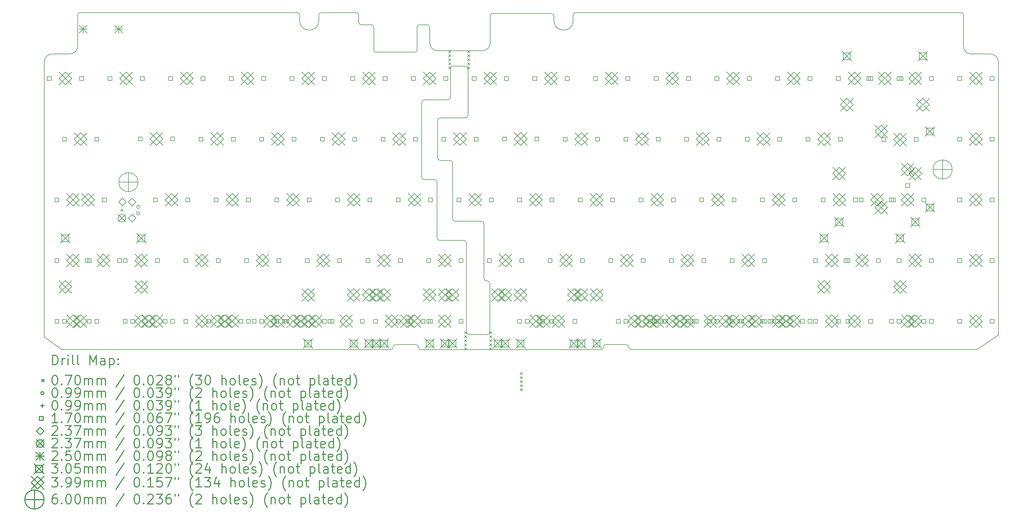
<source format=gbr>
%FSLAX45Y45*%
G04 Gerber Fmt 4.5, Leading zero omitted, Abs format (unit mm)*
G04 Created by KiCad (PCBNEW 4.0.6) date Fri May 19 13:12:57 2017*
%MOMM*%
%LPD*%
G01*
G04 APERTURE LIST*
%ADD10C,0.127000*%
%ADD11C,0.200000*%
%ADD12C,0.300000*%
G04 APERTURE END LIST*
D10*
X22140000Y-16800000D02*
G75*
G02X22060000Y-16880000I-80000J0D01*
G01*
X21400000Y-16800000D02*
G75*
G03X21480000Y-16880000I80000J0D01*
G01*
X21480000Y-16880000D02*
X22060000Y-16880000D01*
X22030000Y-15200000D02*
X22060000Y-15200000D01*
X22140000Y-15280000D02*
G75*
G03X22060000Y-15200000I-80000J0D01*
G01*
X21950000Y-15120000D02*
G75*
G03X22030000Y-15200000I80000J0D01*
G01*
X21950000Y-13410000D02*
G75*
G03X21870000Y-13330000I-80000J0D01*
G01*
X20970000Y-13250000D02*
G75*
G03X21050000Y-13330000I80000J0D01*
G01*
X20970000Y-11500000D02*
G75*
G03X20890000Y-11420000I-80000J0D01*
G01*
X20500000Y-11340000D02*
G75*
G03X20580000Y-11420000I80000J0D01*
G01*
X20580000Y-10080000D02*
G75*
G03X20500000Y-10160000I0J-80000D01*
G01*
X21370000Y-10080000D02*
G75*
G03X21450000Y-10000000I0J80000D01*
G01*
X26500000Y-17280000D02*
G75*
G03X26580000Y-17360000I80000J0D01*
G01*
X26500000Y-17280000D02*
G75*
G03X26420000Y-17200000I-80000J0D01*
G01*
X25700000Y-17280000D02*
G75*
G02X25780000Y-17200000I80000J0D01*
G01*
X25700000Y-17280000D02*
G75*
G02X25620000Y-17360000I-80000J0D01*
G01*
X37000000Y-6860000D02*
G75*
G03X36920000Y-6780000I-80000J0D01*
G01*
X38100000Y-8330000D02*
G75*
G03X37850000Y-8080000I-250000J0D01*
G01*
X37000000Y-7830000D02*
G75*
G03X37250000Y-8080000I250000J0D01*
G01*
X24830000Y-6780000D02*
G75*
G03X24750000Y-6860000I0J-80000D01*
G01*
X24150000Y-6890000D02*
G75*
G03X24070000Y-6810000I-80000J0D01*
G01*
X22230000Y-6810000D02*
G75*
G03X22150000Y-6890000I0J-80000D01*
G01*
X19800000Y-8020000D02*
G75*
G03X19850000Y-7970000I0J50000D01*
G01*
X18495000Y-7970000D02*
G75*
G03X18545000Y-8020000I50000J0D01*
G01*
X20250000Y-7240000D02*
G75*
G03X20170000Y-7160000I-80000J0D01*
G01*
X19930000Y-7160000D02*
G75*
G03X19850000Y-7240000I0J-80000D01*
G01*
X18495000Y-7240000D02*
G75*
G03X18415000Y-7160000I-80000J0D01*
G01*
X18020000Y-7080000D02*
G75*
G03X18100000Y-7160000I80000J0D01*
G01*
X18020000Y-6860000D02*
G75*
G03X17940000Y-6780000I-80000J0D01*
G01*
X16850000Y-6780000D02*
G75*
G03X16770000Y-6860000I0J-80000D01*
G01*
X16170000Y-6860000D02*
G75*
G03X16090000Y-6780000I-80000J0D01*
G01*
X9280000Y-6780000D02*
G75*
G03X9200000Y-6860000I0J-80000D01*
G01*
X8400000Y-8080000D02*
G75*
G03X8150000Y-8330000I0J-250000D01*
G01*
X8950000Y-8080000D02*
G75*
G03X9200000Y-7830000I0J250000D01*
G01*
X19100000Y-17280000D02*
G75*
G02X19020000Y-17360000I-80000J0D01*
G01*
X19100000Y-17280000D02*
G75*
G02X19180000Y-17200000I80000J0D01*
G01*
X19900000Y-17280000D02*
G75*
G03X19820000Y-17200000I-80000J0D01*
G01*
X19900000Y-17280000D02*
G75*
G03X19980000Y-17360000I80000J0D01*
G01*
X21400000Y-14010000D02*
G75*
G03X21320000Y-13930000I-80000J0D01*
G01*
X20480000Y-13850000D02*
G75*
G03X20560000Y-13930000I80000J0D01*
G01*
X20480000Y-12100000D02*
G75*
G03X20400000Y-12020000I-80000J0D01*
G01*
X20000000Y-11940000D02*
G75*
G03X20080000Y-12020000I80000J0D01*
G01*
X20080000Y-9520000D02*
G75*
G03X20000000Y-9600000I0J-80000D01*
G01*
X20820000Y-9520000D02*
G75*
G03X20900000Y-9440000I0J80000D01*
G01*
X21450000Y-8540000D02*
G75*
G03X21370000Y-8460000I-80000J0D01*
G01*
X20980000Y-8460000D02*
G75*
G03X20900000Y-8540000I0J-80000D01*
G01*
X21900000Y-7980000D02*
G75*
G03X22150000Y-7730000I0J250000D01*
G01*
X20250000Y-7730000D02*
G75*
G03X20500000Y-7980000I250000J0D01*
G01*
X24070000Y-6810000D02*
X22230000Y-6810000D01*
X24750000Y-7030000D02*
X24750000Y-6860000D01*
X24150000Y-7030000D02*
G75*
G03X24750000Y-7030000I300000J0D01*
G01*
X24150000Y-7030000D02*
X24150000Y-6890000D01*
X9280000Y-6780000D02*
X16090000Y-6780000D01*
X16170000Y-7030000D02*
X16170000Y-6860000D01*
X16770000Y-7030000D02*
X16770000Y-6860000D01*
X16170000Y-7030000D02*
G75*
G03X16770000Y-7030000I300000J0D01*
G01*
X8150000Y-16960000D02*
X8700000Y-17360000D01*
X19980000Y-17360000D02*
X25620000Y-17360000D01*
X19180000Y-17200000D02*
X19820000Y-17200000D01*
X25780000Y-17200000D02*
X26420000Y-17200000D01*
X8150000Y-8330000D02*
X8150000Y-16960000D01*
X8950000Y-8080000D02*
X8400000Y-8080000D01*
X9200000Y-6860000D02*
X9200000Y-7830000D01*
X37250000Y-8080000D02*
X37850000Y-8080000D01*
X37000000Y-6860000D02*
X37000000Y-7830000D01*
X24830000Y-6780000D02*
X36920000Y-6780000D01*
X22150000Y-7730000D02*
X22150000Y-6890000D01*
X20500000Y-7980000D02*
X21900000Y-7980000D01*
X20250000Y-7240000D02*
X20250000Y-7730000D01*
X19930000Y-7160000D02*
X20170000Y-7160000D01*
X19850000Y-7970000D02*
X19850000Y-7240000D01*
X18545000Y-8020000D02*
X19800000Y-8020000D01*
X18495000Y-7240000D02*
X18495000Y-7970000D01*
X18100000Y-7160000D02*
X18415000Y-7160000D01*
X18020000Y-6860000D02*
X18020000Y-7080000D01*
X16850000Y-6780000D02*
X17940000Y-6780000D01*
X20980000Y-8460000D02*
X21370000Y-8460000D01*
X20400000Y-12020000D02*
X20080000Y-12020000D01*
X8700000Y-17360000D02*
X19020000Y-17360000D01*
X21400000Y-14010000D02*
X21400000Y-16800000D01*
X20560000Y-13930000D02*
X21320000Y-13930000D01*
X20480000Y-12100000D02*
X20480000Y-13850000D01*
X20000000Y-9600000D02*
X20000000Y-11940000D01*
X20820000Y-9520000D02*
X20080000Y-9520000D01*
X20900000Y-8540000D02*
X20900000Y-9440000D01*
X38100000Y-16900000D02*
X37420000Y-17360000D01*
X38100000Y-16900000D02*
X38100000Y-8330000D01*
X26580000Y-17360000D02*
X37420000Y-17360000D01*
X22140000Y-15280000D02*
X22140000Y-16800000D01*
X21950000Y-13410000D02*
X21950000Y-15120000D01*
X21050000Y-13330000D02*
X21870000Y-13330000D01*
X20970000Y-11500000D02*
X20970000Y-13250000D01*
X20580000Y-11420000D02*
X20890000Y-11420000D01*
X20500000Y-10160000D02*
X20500000Y-11340000D01*
X21370000Y-10080000D02*
X20580000Y-10080000D01*
X21450000Y-8540000D02*
X21450000Y-10000000D01*
D11*
X20840000Y-7971000D02*
X20910000Y-8041000D01*
X20910000Y-7971000D02*
X20840000Y-8041000D01*
X20840000Y-8098000D02*
X20910000Y-8168000D01*
X20910000Y-8098000D02*
X20840000Y-8168000D01*
X20840000Y-8225000D02*
X20910000Y-8295000D01*
X20910000Y-8225000D02*
X20840000Y-8295000D01*
X20840000Y-8352000D02*
X20910000Y-8422000D01*
X20910000Y-8352000D02*
X20840000Y-8422000D01*
X20840000Y-8479000D02*
X20910000Y-8549000D01*
X20910000Y-8479000D02*
X20840000Y-8549000D01*
X21340000Y-16791000D02*
X21410000Y-16861000D01*
X21410000Y-16791000D02*
X21340000Y-16861000D01*
X21340000Y-16918000D02*
X21410000Y-16988000D01*
X21410000Y-16918000D02*
X21340000Y-16988000D01*
X21340000Y-17045000D02*
X21410000Y-17115000D01*
X21410000Y-17045000D02*
X21340000Y-17115000D01*
X21340000Y-17172000D02*
X21410000Y-17242000D01*
X21410000Y-17172000D02*
X21340000Y-17242000D01*
X21340000Y-17299000D02*
X21410000Y-17369000D01*
X21410000Y-17299000D02*
X21340000Y-17369000D01*
X21440000Y-7971000D02*
X21510000Y-8041000D01*
X21510000Y-7971000D02*
X21440000Y-8041000D01*
X21440000Y-8098000D02*
X21510000Y-8168000D01*
X21510000Y-8098000D02*
X21440000Y-8168000D01*
X21440000Y-8225000D02*
X21510000Y-8295000D01*
X21510000Y-8225000D02*
X21440000Y-8295000D01*
X21440000Y-8352000D02*
X21510000Y-8422000D01*
X21510000Y-8352000D02*
X21440000Y-8422000D01*
X21440000Y-8479000D02*
X21510000Y-8549000D01*
X21510000Y-8479000D02*
X21440000Y-8549000D01*
X22130000Y-16791000D02*
X22200000Y-16861000D01*
X22200000Y-16791000D02*
X22130000Y-16861000D01*
X22130000Y-16918000D02*
X22200000Y-16988000D01*
X22200000Y-16918000D02*
X22130000Y-16988000D01*
X22130000Y-17045000D02*
X22200000Y-17115000D01*
X22200000Y-17045000D02*
X22130000Y-17115000D01*
X22130000Y-17172000D02*
X22200000Y-17242000D01*
X22200000Y-17172000D02*
X22130000Y-17242000D01*
X22130000Y-17299000D02*
X22200000Y-17369000D01*
X22200000Y-17299000D02*
X22130000Y-17369000D01*
X23090000Y-18077350D02*
X23160000Y-18147350D01*
X23160000Y-18077350D02*
X23090000Y-18147350D01*
X23090000Y-18077350D02*
X23160000Y-18147350D01*
X23160000Y-18077350D02*
X23090000Y-18147350D01*
X23090000Y-18204350D02*
X23160000Y-18274350D01*
X23160000Y-18204350D02*
X23090000Y-18274350D01*
X23090000Y-18204350D02*
X23160000Y-18274350D01*
X23160000Y-18204350D02*
X23090000Y-18274350D01*
X23090000Y-18331350D02*
X23160000Y-18401350D01*
X23160000Y-18331350D02*
X23090000Y-18401350D01*
X23090000Y-18331350D02*
X23160000Y-18401350D01*
X23160000Y-18331350D02*
X23090000Y-18401350D01*
X23090000Y-18458350D02*
X23160000Y-18528350D01*
X23160000Y-18458350D02*
X23090000Y-18528350D01*
X23090000Y-18458350D02*
X23160000Y-18528350D01*
X23160000Y-18458350D02*
X23090000Y-18528350D01*
X23090000Y-18585350D02*
X23160000Y-18655350D01*
X23160000Y-18585350D02*
X23090000Y-18655350D01*
X23090000Y-18585350D02*
X23160000Y-18655350D01*
X23160000Y-18585350D02*
X23090000Y-18655350D01*
X11149076Y-12877800D02*
G75*
G03X11149076Y-12877800I-49276J0D01*
G01*
X11149076Y-13081000D02*
G75*
G03X11149076Y-13081000I-49276J0D01*
G01*
X10591800Y-12929997D02*
X10591800Y-13028803D01*
X10542397Y-12979400D02*
X10641203Y-12979400D01*
X8369778Y-8906988D02*
X8369778Y-8786652D01*
X8249442Y-8786652D01*
X8249442Y-8906988D01*
X8369778Y-8906988D01*
X8607878Y-12716988D02*
X8607878Y-12596652D01*
X8487542Y-12596652D01*
X8487542Y-12716988D01*
X8607878Y-12716988D01*
X8607878Y-14621988D02*
X8607878Y-14501652D01*
X8487542Y-14501652D01*
X8487542Y-14621988D01*
X8607878Y-14621988D01*
X8607878Y-16526988D02*
X8607878Y-16406652D01*
X8487542Y-16406652D01*
X8487542Y-16526988D01*
X8607878Y-16526988D01*
X8846078Y-10811988D02*
X8846078Y-10691652D01*
X8725742Y-10691652D01*
X8725742Y-10811988D01*
X8846078Y-10811988D01*
X8846078Y-16526988D02*
X8846078Y-16406652D01*
X8725742Y-16406652D01*
X8725742Y-16526988D01*
X8846078Y-16526988D01*
X9385778Y-8906988D02*
X9385778Y-8786652D01*
X9265442Y-8786652D01*
X9265442Y-8906988D01*
X9385778Y-8906988D01*
X9560378Y-14621988D02*
X9560378Y-14501652D01*
X9440042Y-14501652D01*
X9440042Y-14621988D01*
X9560378Y-14621988D01*
X9623878Y-14621988D02*
X9623878Y-14501652D01*
X9503542Y-14501652D01*
X9503542Y-14621988D01*
X9623878Y-14621988D01*
X9623878Y-16526988D02*
X9623878Y-16406652D01*
X9503542Y-16406652D01*
X9503542Y-16526988D01*
X9623878Y-16526988D01*
X9862078Y-10811988D02*
X9862078Y-10691652D01*
X9741742Y-10691652D01*
X9741742Y-10811988D01*
X9862078Y-10811988D01*
X9862078Y-16526988D02*
X9862078Y-16406652D01*
X9741742Y-16406652D01*
X9741742Y-16526988D01*
X9862078Y-16526988D01*
X10100178Y-12716988D02*
X10100178Y-12596652D01*
X9979842Y-12596652D01*
X9979842Y-12716988D01*
X10100178Y-12716988D01*
X10274778Y-8906988D02*
X10274778Y-8786652D01*
X10154442Y-8786652D01*
X10154442Y-8906988D01*
X10274778Y-8906988D01*
X10576378Y-14621988D02*
X10576378Y-14501652D01*
X10456042Y-14501652D01*
X10456042Y-14621988D01*
X10576378Y-14621988D01*
X10751078Y-14621988D02*
X10751078Y-14501652D01*
X10630742Y-14501652D01*
X10630742Y-14621988D01*
X10751078Y-14621988D01*
X10751078Y-16526988D02*
X10751078Y-16406652D01*
X10630742Y-16406652D01*
X10630742Y-16526988D01*
X10751078Y-16526988D01*
X10989178Y-16526988D02*
X10989178Y-16406652D01*
X10868842Y-16406652D01*
X10868842Y-16526988D01*
X10989178Y-16526988D01*
X11227278Y-10804988D02*
X11227278Y-10684652D01*
X11106942Y-10684652D01*
X11106942Y-10804988D01*
X11227278Y-10804988D01*
X11290778Y-8906988D02*
X11290778Y-8786652D01*
X11170442Y-8786652D01*
X11170442Y-8906988D01*
X11290778Y-8906988D01*
X11703578Y-12716988D02*
X11703578Y-12596652D01*
X11583242Y-12596652D01*
X11583242Y-12716988D01*
X11703578Y-12716988D01*
X11767078Y-14621988D02*
X11767078Y-14501652D01*
X11646742Y-14501652D01*
X11646742Y-14621988D01*
X11767078Y-14621988D01*
X12005178Y-16526988D02*
X12005178Y-16406652D01*
X11884842Y-16406652D01*
X11884842Y-16526988D01*
X12005178Y-16526988D01*
X12179778Y-8906988D02*
X12179778Y-8786652D01*
X12059442Y-8786652D01*
X12059442Y-8906988D01*
X12179778Y-8906988D01*
X12243278Y-10804988D02*
X12243278Y-10684652D01*
X12122942Y-10684652D01*
X12122942Y-10804988D01*
X12243278Y-10804988D01*
X12243278Y-16526988D02*
X12243278Y-16406652D01*
X12122942Y-16406652D01*
X12122942Y-16526988D01*
X12243278Y-16526988D01*
X12655978Y-14621988D02*
X12655978Y-14501652D01*
X12535642Y-14501652D01*
X12535642Y-14621988D01*
X12655978Y-14621988D01*
X12655978Y-16526988D02*
X12655978Y-16406652D01*
X12535642Y-16406652D01*
X12535642Y-16526988D01*
X12655978Y-16526988D01*
X12719578Y-12716988D02*
X12719578Y-12596652D01*
X12599242Y-12596652D01*
X12599242Y-12716988D01*
X12719578Y-12716988D01*
X13132278Y-10811988D02*
X13132278Y-10691652D01*
X13011942Y-10691652D01*
X13011942Y-10811988D01*
X13132278Y-10811988D01*
X13195778Y-8906988D02*
X13195778Y-8786652D01*
X13075442Y-8786652D01*
X13075442Y-8906988D01*
X13195778Y-8906988D01*
X13370378Y-16526988D02*
X13370378Y-16406652D01*
X13250042Y-16406652D01*
X13250042Y-16526988D01*
X13370378Y-16526988D01*
X13608578Y-12716988D02*
X13608578Y-12596652D01*
X13488242Y-12596652D01*
X13488242Y-12716988D01*
X13608578Y-12716988D01*
X13671978Y-14621988D02*
X13671978Y-14501652D01*
X13551642Y-14501652D01*
X13551642Y-14621988D01*
X13671978Y-14621988D01*
X14084778Y-8906988D02*
X14084778Y-8786652D01*
X13964442Y-8786652D01*
X13964442Y-8906988D01*
X14084778Y-8906988D01*
X14148278Y-10811988D02*
X14148278Y-10691652D01*
X14027942Y-10691652D01*
X14027942Y-10811988D01*
X14148278Y-10811988D01*
X14386378Y-16526988D02*
X14386378Y-16406652D01*
X14266042Y-16406652D01*
X14266042Y-16526988D01*
X14386378Y-16526988D01*
X14560978Y-14621988D02*
X14560978Y-14501652D01*
X14440642Y-14501652D01*
X14440642Y-14621988D01*
X14560978Y-14621988D01*
X14624578Y-12716988D02*
X14624578Y-12596652D01*
X14504242Y-12596652D01*
X14504242Y-12716988D01*
X14624578Y-12716988D01*
X14624578Y-16526988D02*
X14624578Y-16406652D01*
X14504242Y-16406652D01*
X14504242Y-16526988D01*
X14624578Y-16526988D01*
X14799178Y-16526988D02*
X14799178Y-16406652D01*
X14678842Y-16406652D01*
X14678842Y-16526988D01*
X14799178Y-16526988D01*
X15037278Y-10811988D02*
X15037278Y-10691652D01*
X14916942Y-10691652D01*
X14916942Y-10811988D01*
X15037278Y-10811988D01*
X15037278Y-16526988D02*
X15037278Y-16406652D01*
X14916942Y-16406652D01*
X14916942Y-16526988D01*
X15037278Y-16526988D01*
X15100778Y-8906988D02*
X15100778Y-8786652D01*
X14980442Y-8786652D01*
X14980442Y-8906988D01*
X15100778Y-8906988D01*
X15513578Y-12716988D02*
X15513578Y-12596652D01*
X15393242Y-12596652D01*
X15393242Y-12716988D01*
X15513578Y-12716988D01*
X15513578Y-16526988D02*
X15513578Y-16406652D01*
X15393242Y-16406652D01*
X15393242Y-16526988D01*
X15513578Y-16526988D01*
X15576978Y-14621988D02*
X15576978Y-14501652D01*
X15456642Y-14501652D01*
X15456642Y-14621988D01*
X15576978Y-14621988D01*
X15751678Y-16526988D02*
X15751678Y-16406652D01*
X15631342Y-16406652D01*
X15631342Y-16526988D01*
X15751678Y-16526988D01*
X15815178Y-16526988D02*
X15815178Y-16406652D01*
X15694842Y-16406652D01*
X15694842Y-16526988D01*
X15815178Y-16526988D01*
X15989778Y-8906988D02*
X15989778Y-8786652D01*
X15869442Y-8786652D01*
X15869442Y-8906988D01*
X15989778Y-8906988D01*
X16053278Y-10811988D02*
X16053278Y-10691652D01*
X15932942Y-10691652D01*
X15932942Y-10811988D01*
X16053278Y-10811988D01*
X16466078Y-14621988D02*
X16466078Y-14501652D01*
X16345742Y-14501652D01*
X16345742Y-14621988D01*
X16466078Y-14621988D01*
X16529578Y-12716988D02*
X16529578Y-12596652D01*
X16409242Y-12596652D01*
X16409242Y-12716988D01*
X16529578Y-12716988D01*
X16942278Y-10811988D02*
X16942278Y-10691652D01*
X16821942Y-10691652D01*
X16821942Y-10811988D01*
X16942278Y-10811988D01*
X17005778Y-8906988D02*
X17005778Y-8786652D01*
X16885442Y-8786652D01*
X16885442Y-8906988D01*
X17005778Y-8906988D01*
X17005778Y-16526988D02*
X17005778Y-16406652D01*
X16885442Y-16406652D01*
X16885442Y-16526988D01*
X17005778Y-16526988D01*
X17180378Y-16526988D02*
X17180378Y-16406652D01*
X17060042Y-16406652D01*
X17060042Y-16526988D01*
X17180378Y-16526988D01*
X17243878Y-16526988D02*
X17243878Y-16406652D01*
X17123542Y-16406652D01*
X17123542Y-16526988D01*
X17243878Y-16526988D01*
X17418478Y-12716988D02*
X17418478Y-12596652D01*
X17298142Y-12596652D01*
X17298142Y-12716988D01*
X17418478Y-12716988D01*
X17482078Y-14621988D02*
X17482078Y-14501652D01*
X17361742Y-14501652D01*
X17361742Y-14621988D01*
X17482078Y-14621988D01*
X17894778Y-8906988D02*
X17894778Y-8786652D01*
X17774442Y-8786652D01*
X17774442Y-8906988D01*
X17894778Y-8906988D01*
X17958278Y-10811988D02*
X17958278Y-10691652D01*
X17837942Y-10691652D01*
X17837942Y-10811988D01*
X17958278Y-10811988D01*
X18196378Y-16526988D02*
X18196378Y-16406652D01*
X18076042Y-16406652D01*
X18076042Y-16526988D01*
X18196378Y-16526988D01*
X18370978Y-14621988D02*
X18370978Y-14501652D01*
X18250642Y-14501652D01*
X18250642Y-14621988D01*
X18370978Y-14621988D01*
X18434478Y-12716988D02*
X18434478Y-12596652D01*
X18314142Y-12596652D01*
X18314142Y-12716988D01*
X18434478Y-12716988D01*
X18609178Y-16526988D02*
X18609178Y-16406652D01*
X18488842Y-16406652D01*
X18488842Y-16526988D01*
X18609178Y-16526988D01*
X18847278Y-10811988D02*
X18847278Y-10691652D01*
X18726942Y-10691652D01*
X18726942Y-10811988D01*
X18847278Y-10811988D01*
X18910778Y-8906988D02*
X18910778Y-8786652D01*
X18790442Y-8786652D01*
X18790442Y-8906988D01*
X18910778Y-8906988D01*
X19323478Y-12716988D02*
X19323478Y-12596652D01*
X19203142Y-12596652D01*
X19203142Y-12716988D01*
X19323478Y-12716988D01*
X19323478Y-16526988D02*
X19323478Y-16406652D01*
X19203142Y-16406652D01*
X19203142Y-16526988D01*
X19323478Y-16526988D01*
X19386978Y-14621988D02*
X19386978Y-14501652D01*
X19266642Y-14501652D01*
X19266642Y-14621988D01*
X19386978Y-14621988D01*
X19625178Y-16526988D02*
X19625178Y-16406652D01*
X19504842Y-16406652D01*
X19504842Y-16526988D01*
X19625178Y-16526988D01*
X19799778Y-8906988D02*
X19799778Y-8786652D01*
X19679442Y-8786652D01*
X19679442Y-8906988D01*
X19799778Y-8906988D01*
X19863278Y-10811988D02*
X19863278Y-10691652D01*
X19742942Y-10691652D01*
X19742942Y-10811988D01*
X19863278Y-10811988D01*
X20101378Y-16526988D02*
X20101378Y-16406652D01*
X19981042Y-16406652D01*
X19981042Y-16526988D01*
X20101378Y-16526988D01*
X20275978Y-14621988D02*
X20275978Y-14501652D01*
X20155642Y-14501652D01*
X20155642Y-14621988D01*
X20275978Y-14621988D01*
X20275978Y-16526988D02*
X20275978Y-16406652D01*
X20155642Y-16406652D01*
X20155642Y-16526988D01*
X20275978Y-16526988D01*
X20339478Y-12716988D02*
X20339478Y-12596652D01*
X20219142Y-12596652D01*
X20219142Y-12716988D01*
X20339478Y-12716988D01*
X20339478Y-16526988D02*
X20339478Y-16406652D01*
X20219142Y-16406652D01*
X20219142Y-16526988D01*
X20339478Y-16526988D01*
X20752278Y-10811988D02*
X20752278Y-10691652D01*
X20631942Y-10691652D01*
X20631942Y-10811988D01*
X20752278Y-10811988D01*
X20815778Y-8906988D02*
X20815778Y-8786652D01*
X20695442Y-8786652D01*
X20695442Y-8906988D01*
X20815778Y-8906988D01*
X21228478Y-12716988D02*
X21228478Y-12596652D01*
X21108142Y-12596652D01*
X21108142Y-12716988D01*
X21228478Y-12716988D01*
X21291978Y-14621988D02*
X21291978Y-14501652D01*
X21171642Y-14501652D01*
X21171642Y-14621988D01*
X21291978Y-14621988D01*
X21291978Y-16526988D02*
X21291978Y-16406652D01*
X21171642Y-16406652D01*
X21171642Y-16526988D01*
X21291978Y-16526988D01*
X21704778Y-8906988D02*
X21704778Y-8786652D01*
X21584442Y-8786652D01*
X21584442Y-8906988D01*
X21704778Y-8906988D01*
X21768278Y-10811988D02*
X21768278Y-10691652D01*
X21647942Y-10691652D01*
X21647942Y-10811988D01*
X21768278Y-10811988D01*
X22181078Y-14621988D02*
X22181078Y-14501652D01*
X22060742Y-14501652D01*
X22060742Y-14621988D01*
X22181078Y-14621988D01*
X22244478Y-12716988D02*
X22244478Y-12596652D01*
X22124142Y-12596652D01*
X22124142Y-12716988D01*
X22244478Y-12716988D01*
X22657278Y-10804988D02*
X22657278Y-10684652D01*
X22536942Y-10684652D01*
X22536942Y-10804988D01*
X22657278Y-10804988D01*
X22720778Y-8906988D02*
X22720778Y-8786652D01*
X22600442Y-8786652D01*
X22600442Y-8906988D01*
X22720778Y-8906988D01*
X23133578Y-12716988D02*
X23133578Y-12596652D01*
X23013242Y-12596652D01*
X23013242Y-12716988D01*
X23133578Y-12716988D01*
X23133578Y-16526988D02*
X23133578Y-16406652D01*
X23013242Y-16406652D01*
X23013242Y-16526988D01*
X23133578Y-16526988D01*
X23197078Y-14621988D02*
X23197078Y-14501652D01*
X23076742Y-14501652D01*
X23076742Y-14621988D01*
X23197078Y-14621988D01*
X23371678Y-16526988D02*
X23371678Y-16406652D01*
X23251342Y-16406652D01*
X23251342Y-16526988D01*
X23371678Y-16526988D01*
X23609778Y-8906988D02*
X23609778Y-8786652D01*
X23489442Y-8786652D01*
X23489442Y-8906988D01*
X23609778Y-8906988D01*
X23673278Y-10804988D02*
X23673278Y-10684652D01*
X23552942Y-10684652D01*
X23552942Y-10804988D01*
X23673278Y-10804988D01*
X23847878Y-16526988D02*
X23847878Y-16406652D01*
X23727542Y-16406652D01*
X23727542Y-16526988D01*
X23847878Y-16526988D01*
X24086078Y-14621988D02*
X24086078Y-14501652D01*
X23965742Y-14501652D01*
X23965742Y-14621988D01*
X24086078Y-14621988D01*
X24149578Y-12716988D02*
X24149578Y-12596652D01*
X24029242Y-12596652D01*
X24029242Y-12716988D01*
X24149578Y-12716988D01*
X24149578Y-16526988D02*
X24149578Y-16406652D01*
X24029242Y-16406652D01*
X24029242Y-16526988D01*
X24149578Y-16526988D01*
X24562278Y-10811988D02*
X24562278Y-10691652D01*
X24441942Y-10691652D01*
X24441942Y-10811988D01*
X24562278Y-10811988D01*
X24625778Y-8906988D02*
X24625778Y-8786652D01*
X24505442Y-8786652D01*
X24505442Y-8906988D01*
X24625778Y-8906988D01*
X24863878Y-16526988D02*
X24863878Y-16406652D01*
X24743542Y-16406652D01*
X24743542Y-16526988D01*
X24863878Y-16526988D01*
X25038578Y-12716988D02*
X25038578Y-12596652D01*
X24918242Y-12596652D01*
X24918242Y-12716988D01*
X25038578Y-12716988D01*
X25102078Y-14621988D02*
X25102078Y-14501652D01*
X24981742Y-14501652D01*
X24981742Y-14621988D01*
X25102078Y-14621988D01*
X25514778Y-8906988D02*
X25514778Y-8786652D01*
X25394442Y-8786652D01*
X25394442Y-8906988D01*
X25514778Y-8906988D01*
X25578278Y-10811988D02*
X25578278Y-10691652D01*
X25457942Y-10691652D01*
X25457942Y-10811988D01*
X25578278Y-10811988D01*
X25990978Y-14621988D02*
X25990978Y-14501652D01*
X25870642Y-14501652D01*
X25870642Y-14621988D01*
X25990978Y-14621988D01*
X26054578Y-12716988D02*
X26054578Y-12596652D01*
X25934242Y-12596652D01*
X25934242Y-12716988D01*
X26054578Y-12716988D01*
X26229178Y-16526988D02*
X26229178Y-16406652D01*
X26108842Y-16406652D01*
X26108842Y-16526988D01*
X26229178Y-16526988D01*
X26467278Y-10811988D02*
X26467278Y-10691652D01*
X26346942Y-10691652D01*
X26346942Y-10811988D01*
X26467278Y-10811988D01*
X26467278Y-16526988D02*
X26467278Y-16406652D01*
X26346942Y-16406652D01*
X26346942Y-16526988D01*
X26467278Y-16526988D01*
X26530778Y-8906988D02*
X26530778Y-8786652D01*
X26410442Y-8786652D01*
X26410442Y-8906988D01*
X26530778Y-8906988D01*
X26943578Y-12716988D02*
X26943578Y-12596652D01*
X26823242Y-12596652D01*
X26823242Y-12716988D01*
X26943578Y-12716988D01*
X27006978Y-14621988D02*
X27006978Y-14501652D01*
X26886642Y-14501652D01*
X26886642Y-14621988D01*
X27006978Y-14621988D01*
X27245178Y-16526988D02*
X27245178Y-16406652D01*
X27124842Y-16406652D01*
X27124842Y-16526988D01*
X27245178Y-16526988D01*
X27419778Y-8906988D02*
X27419778Y-8786652D01*
X27299442Y-8786652D01*
X27299442Y-8906988D01*
X27419778Y-8906988D01*
X27419778Y-16526988D02*
X27419778Y-16406652D01*
X27299442Y-16406652D01*
X27299442Y-16526988D01*
X27419778Y-16526988D01*
X27483278Y-10811988D02*
X27483278Y-10691652D01*
X27362942Y-10691652D01*
X27362942Y-10811988D01*
X27483278Y-10811988D01*
X27483278Y-16526988D02*
X27483278Y-16406652D01*
X27362942Y-16406652D01*
X27362942Y-16526988D01*
X27483278Y-16526988D01*
X27657878Y-16526988D02*
X27657878Y-16406652D01*
X27537542Y-16406652D01*
X27537542Y-16526988D01*
X27657878Y-16526988D01*
X27721378Y-16526988D02*
X27721378Y-16406652D01*
X27601042Y-16406652D01*
X27601042Y-16526988D01*
X27721378Y-16526988D01*
X27895978Y-14621988D02*
X27895978Y-14501652D01*
X27775642Y-14501652D01*
X27775642Y-14621988D01*
X27895978Y-14621988D01*
X27959578Y-12716988D02*
X27959578Y-12596652D01*
X27839242Y-12596652D01*
X27839242Y-12716988D01*
X27959578Y-12716988D01*
X28372278Y-10811988D02*
X28372278Y-10691652D01*
X28251942Y-10691652D01*
X28251942Y-10811988D01*
X28372278Y-10811988D01*
X28435778Y-8906988D02*
X28435778Y-8786652D01*
X28315442Y-8786652D01*
X28315442Y-8906988D01*
X28435778Y-8906988D01*
X28435778Y-16526988D02*
X28435778Y-16406652D01*
X28315442Y-16406652D01*
X28315442Y-16526988D01*
X28435778Y-16526988D01*
X28610378Y-16526988D02*
X28610378Y-16406652D01*
X28490042Y-16406652D01*
X28490042Y-16526988D01*
X28610378Y-16526988D01*
X28673878Y-16526988D02*
X28673878Y-16406652D01*
X28553542Y-16406652D01*
X28553542Y-16526988D01*
X28673878Y-16526988D01*
X28848578Y-12716988D02*
X28848578Y-12596652D01*
X28728242Y-12596652D01*
X28728242Y-12716988D01*
X28848578Y-12716988D01*
X28911978Y-14621988D02*
X28911978Y-14501652D01*
X28791642Y-14501652D01*
X28791642Y-14621988D01*
X28911978Y-14621988D01*
X29086678Y-16526988D02*
X29086678Y-16406652D01*
X28966342Y-16406652D01*
X28966342Y-16526988D01*
X29086678Y-16526988D01*
X29324778Y-8906988D02*
X29324778Y-8786652D01*
X29204442Y-8786652D01*
X29204442Y-8906988D01*
X29324778Y-8906988D01*
X29324778Y-16526988D02*
X29324778Y-16406652D01*
X29204442Y-16406652D01*
X29204442Y-16526988D01*
X29324778Y-16526988D01*
X29388278Y-10811988D02*
X29388278Y-10691652D01*
X29267942Y-10691652D01*
X29267942Y-10811988D01*
X29388278Y-10811988D01*
X29801078Y-14621988D02*
X29801078Y-14501652D01*
X29680742Y-14501652D01*
X29680742Y-14621988D01*
X29801078Y-14621988D01*
X29801078Y-16526988D02*
X29801078Y-16406652D01*
X29680742Y-16406652D01*
X29680742Y-16526988D01*
X29801078Y-16526988D01*
X29864578Y-12716988D02*
X29864578Y-12596652D01*
X29744242Y-12596652D01*
X29744242Y-12716988D01*
X29864578Y-12716988D01*
X30039178Y-16526988D02*
X30039178Y-16406652D01*
X29918842Y-16406652D01*
X29918842Y-16526988D01*
X30039178Y-16526988D01*
X30102678Y-16526988D02*
X30102678Y-16406652D01*
X29982342Y-16406652D01*
X29982342Y-16526988D01*
X30102678Y-16526988D01*
X30277278Y-10811988D02*
X30277278Y-10691652D01*
X30156942Y-10691652D01*
X30156942Y-10811988D01*
X30277278Y-10811988D01*
X30340778Y-8906988D02*
X30340778Y-8786652D01*
X30220442Y-8786652D01*
X30220442Y-8906988D01*
X30340778Y-8906988D01*
X30753478Y-12716988D02*
X30753478Y-12596652D01*
X30633142Y-12596652D01*
X30633142Y-12716988D01*
X30753478Y-12716988D01*
X30753478Y-16526988D02*
X30753478Y-16406652D01*
X30633142Y-16406652D01*
X30633142Y-16526988D01*
X30753478Y-16526988D01*
X30817078Y-14621988D02*
X30817078Y-14501652D01*
X30696742Y-14501652D01*
X30696742Y-14621988D01*
X30817078Y-14621988D01*
X30817078Y-16526988D02*
X30817078Y-16406652D01*
X30696742Y-16406652D01*
X30696742Y-16526988D01*
X30817078Y-16526988D01*
X30991678Y-16526988D02*
X30991678Y-16406652D01*
X30871342Y-16406652D01*
X30871342Y-16526988D01*
X30991678Y-16526988D01*
X31055178Y-16526988D02*
X31055178Y-16406652D01*
X30934842Y-16406652D01*
X30934842Y-16526988D01*
X31055178Y-16526988D01*
X31229778Y-8906988D02*
X31229778Y-8786652D01*
X31109442Y-8786652D01*
X31109442Y-8906988D01*
X31229778Y-8906988D01*
X31229778Y-16526988D02*
X31229778Y-16406652D01*
X31109442Y-16406652D01*
X31109442Y-16526988D01*
X31229778Y-16526988D01*
X31293278Y-10811988D02*
X31293278Y-10691652D01*
X31172942Y-10691652D01*
X31172942Y-10811988D01*
X31293278Y-10811988D01*
X31769478Y-12716988D02*
X31769478Y-12596652D01*
X31649142Y-12596652D01*
X31649142Y-12716988D01*
X31769478Y-12716988D01*
X32007678Y-16526988D02*
X32007678Y-16406652D01*
X31887342Y-16406652D01*
X31887342Y-16526988D01*
X32007678Y-16526988D01*
X32182278Y-10811988D02*
X32182278Y-10691652D01*
X32061942Y-10691652D01*
X32061942Y-10811988D01*
X32182278Y-10811988D01*
X32245778Y-8906988D02*
X32245778Y-8786652D01*
X32125442Y-8786652D01*
X32125442Y-8906988D01*
X32245778Y-8906988D01*
X32245778Y-16526988D02*
X32245778Y-16406652D01*
X32125442Y-16406652D01*
X32125442Y-16526988D01*
X32245778Y-16526988D01*
X32420378Y-14621988D02*
X32420378Y-14501652D01*
X32300042Y-14501652D01*
X32300042Y-14621988D01*
X32420378Y-14621988D01*
X32420378Y-16526988D02*
X32420378Y-16406652D01*
X32300042Y-16406652D01*
X32300042Y-16526988D01*
X32420378Y-16526988D01*
X32658478Y-12716988D02*
X32658478Y-12596652D01*
X32538142Y-12596652D01*
X32538142Y-12716988D01*
X32658478Y-12716988D01*
X33134778Y-8906988D02*
X33134778Y-8786652D01*
X33014442Y-8786652D01*
X33014442Y-8906988D01*
X33134778Y-8906988D01*
X33134778Y-16526988D02*
X33134778Y-16406652D01*
X33014442Y-16406652D01*
X33014442Y-16526988D01*
X33134778Y-16526988D01*
X33198278Y-10811988D02*
X33198278Y-10691652D01*
X33077942Y-10691652D01*
X33077942Y-10811988D01*
X33198278Y-10811988D01*
X33372878Y-14621988D02*
X33372878Y-14501652D01*
X33252542Y-14501652D01*
X33252542Y-14621988D01*
X33372878Y-14621988D01*
X33436378Y-14621988D02*
X33436378Y-14501652D01*
X33316042Y-14501652D01*
X33316042Y-14621988D01*
X33436378Y-14621988D01*
X33436378Y-16526988D02*
X33436378Y-16406652D01*
X33316042Y-16406652D01*
X33316042Y-16526988D01*
X33436378Y-16526988D01*
X33674478Y-12716988D02*
X33674478Y-12596652D01*
X33554142Y-12596652D01*
X33554142Y-12716988D01*
X33674478Y-12716988D01*
X33849178Y-12716988D02*
X33849178Y-12596652D01*
X33728842Y-12596652D01*
X33728842Y-12716988D01*
X33849178Y-12716988D01*
X34087278Y-8906988D02*
X34087278Y-8786652D01*
X33966942Y-8786652D01*
X33966942Y-8906988D01*
X34087278Y-8906988D01*
X34150778Y-8906988D02*
X34150778Y-8786652D01*
X34030442Y-8786652D01*
X34030442Y-8906988D01*
X34150778Y-8906988D01*
X34150778Y-16526988D02*
X34150778Y-16406652D01*
X34030442Y-16406652D01*
X34030442Y-16526988D01*
X34150778Y-16526988D01*
X34388878Y-14621988D02*
X34388878Y-14501652D01*
X34268542Y-14501652D01*
X34268542Y-14621988D01*
X34388878Y-14621988D01*
X34563478Y-10824688D02*
X34563478Y-10704352D01*
X34443142Y-10704352D01*
X34443142Y-10824688D01*
X34563478Y-10824688D01*
X34801678Y-12716988D02*
X34801678Y-12596652D01*
X34681342Y-12596652D01*
X34681342Y-12716988D01*
X34801678Y-12716988D01*
X34801678Y-16526988D02*
X34801678Y-16406652D01*
X34681342Y-16406652D01*
X34681342Y-16526988D01*
X34801678Y-16526988D01*
X34865178Y-12716988D02*
X34865178Y-12596652D01*
X34744842Y-12596652D01*
X34744842Y-12716988D01*
X34865178Y-12716988D01*
X35039778Y-8906988D02*
X35039778Y-8786652D01*
X34919442Y-8786652D01*
X34919442Y-8906988D01*
X35039778Y-8906988D01*
X35039778Y-14621988D02*
X35039778Y-14501652D01*
X34919442Y-14501652D01*
X34919442Y-14621988D01*
X35039778Y-14621988D01*
X35039778Y-16526988D02*
X35039778Y-16406652D01*
X34919442Y-16406652D01*
X34919442Y-16526988D01*
X35039778Y-16526988D01*
X35103278Y-8906988D02*
X35103278Y-8786652D01*
X34982942Y-8786652D01*
X34982942Y-8906988D01*
X35103278Y-8906988D01*
X35309678Y-12272488D02*
X35309678Y-12152152D01*
X35189342Y-12152152D01*
X35189342Y-12272488D01*
X35309678Y-12272488D01*
X35579478Y-10824688D02*
X35579478Y-10704352D01*
X35459142Y-10704352D01*
X35459142Y-10824688D01*
X35579478Y-10824688D01*
X35817678Y-12716988D02*
X35817678Y-12596652D01*
X35697342Y-12596652D01*
X35697342Y-12716988D01*
X35817678Y-12716988D01*
X35817678Y-16526988D02*
X35817678Y-16406652D01*
X35697342Y-16406652D01*
X35697342Y-16526988D01*
X35817678Y-16526988D01*
X36055778Y-8906988D02*
X36055778Y-8786652D01*
X35935442Y-8786652D01*
X35935442Y-8906988D01*
X36055778Y-8906988D01*
X36055778Y-14621988D02*
X36055778Y-14501652D01*
X35935442Y-14501652D01*
X35935442Y-14621988D01*
X36055778Y-14621988D01*
X36055778Y-16526988D02*
X36055778Y-16406652D01*
X35935442Y-16406652D01*
X35935442Y-16526988D01*
X36055778Y-16526988D01*
X36944778Y-8906988D02*
X36944778Y-8786652D01*
X36824442Y-8786652D01*
X36824442Y-8906988D01*
X36944778Y-8906988D01*
X36944778Y-10811988D02*
X36944778Y-10691652D01*
X36824442Y-10691652D01*
X36824442Y-10811988D01*
X36944778Y-10811988D01*
X36944778Y-12716988D02*
X36944778Y-12596652D01*
X36824442Y-12596652D01*
X36824442Y-12716988D01*
X36944778Y-12716988D01*
X36944778Y-14621988D02*
X36944778Y-14501652D01*
X36824442Y-14501652D01*
X36824442Y-14621988D01*
X36944778Y-14621988D01*
X36944778Y-16526988D02*
X36944778Y-16406652D01*
X36824442Y-16406652D01*
X36824442Y-16526988D01*
X36944778Y-16526988D01*
X37960778Y-8906988D02*
X37960778Y-8786652D01*
X37840442Y-8786652D01*
X37840442Y-8906988D01*
X37960778Y-8906988D01*
X37960778Y-10811988D02*
X37960778Y-10691652D01*
X37840442Y-10691652D01*
X37840442Y-10811988D01*
X37960778Y-10811988D01*
X37960778Y-12716988D02*
X37960778Y-12596652D01*
X37840442Y-12596652D01*
X37840442Y-12716988D01*
X37960778Y-12716988D01*
X37960778Y-14621988D02*
X37960778Y-14501652D01*
X37840442Y-14501652D01*
X37840442Y-14621988D01*
X37960778Y-14621988D01*
X37960778Y-16526988D02*
X37960778Y-16406652D01*
X37840442Y-16406652D01*
X37840442Y-16526988D01*
X37960778Y-16526988D01*
X10604500Y-12843891D02*
X10722991Y-12725400D01*
X10604500Y-12606909D01*
X10486009Y-12725400D01*
X10604500Y-12843891D01*
X10909300Y-12843891D02*
X11027791Y-12725400D01*
X10909300Y-12606909D01*
X10790809Y-12725400D01*
X10909300Y-12843891D01*
X10909300Y-13351891D02*
X11027791Y-13233400D01*
X10909300Y-13114909D01*
X10790809Y-13233400D01*
X10909300Y-13351891D01*
X10473182Y-13114782D02*
X10710418Y-13352018D01*
X10710418Y-13114782D02*
X10473182Y-13352018D01*
X10710418Y-13233400D02*
G75*
G03X10710418Y-13233400I-118618J0D01*
G01*
X9246400Y-7177500D02*
X9496400Y-7427500D01*
X9496400Y-7177500D02*
X9246400Y-7427500D01*
X9371400Y-7177500D02*
X9371400Y-7427500D01*
X9246400Y-7302500D02*
X9496400Y-7302500D01*
X10366400Y-7177500D02*
X10616400Y-7427500D01*
X10616400Y-7177500D02*
X10366400Y-7427500D01*
X10491400Y-7177500D02*
X10491400Y-7427500D01*
X10366400Y-7302500D02*
X10616400Y-7302500D01*
X8662010Y-13710920D02*
X8966810Y-14015720D01*
X8966810Y-13710920D02*
X8662010Y-14015720D01*
X8922174Y-13971084D02*
X8922174Y-13755556D01*
X8706646Y-13755556D01*
X8706646Y-13971084D01*
X8922174Y-13971084D01*
X11049610Y-13710920D02*
X11354410Y-14015720D01*
X11354410Y-13710920D02*
X11049610Y-14015720D01*
X11309774Y-13971084D02*
X11309774Y-13755556D01*
X11094246Y-13755556D01*
X11094246Y-13971084D01*
X11309774Y-13971084D01*
X16282010Y-17012920D02*
X16586810Y-17317720D01*
X16586810Y-17012920D02*
X16282010Y-17317720D01*
X16542174Y-17273084D02*
X16542174Y-17057556D01*
X16326646Y-17057556D01*
X16326646Y-17273084D01*
X16542174Y-17273084D01*
X17710810Y-17012920D02*
X18015610Y-17317720D01*
X18015610Y-17012920D02*
X17710810Y-17317720D01*
X17970974Y-17273084D02*
X17970974Y-17057556D01*
X17755446Y-17057556D01*
X17755446Y-17273084D01*
X17970974Y-17273084D01*
X18187010Y-17012920D02*
X18491810Y-17317720D01*
X18491810Y-17012920D02*
X18187010Y-17317720D01*
X18447174Y-17273084D02*
X18447174Y-17057556D01*
X18231646Y-17057556D01*
X18231646Y-17273084D01*
X18447174Y-17273084D01*
X18425110Y-17012920D02*
X18729910Y-17317720D01*
X18729910Y-17012920D02*
X18425110Y-17317720D01*
X18685274Y-17273084D02*
X18685274Y-17057556D01*
X18469746Y-17057556D01*
X18469746Y-17273084D01*
X18685274Y-17273084D01*
X18669610Y-17012920D02*
X18974410Y-17317720D01*
X18974410Y-17012920D02*
X18669610Y-17317720D01*
X18929774Y-17273084D02*
X18929774Y-17057556D01*
X18714246Y-17057556D01*
X18714246Y-17273084D01*
X18929774Y-17273084D01*
X20098410Y-17012920D02*
X20403210Y-17317720D01*
X20403210Y-17012920D02*
X20098410Y-17317720D01*
X20358574Y-17273084D02*
X20358574Y-17057556D01*
X20143046Y-17057556D01*
X20143046Y-17273084D01*
X20358574Y-17273084D01*
X20574610Y-17012920D02*
X20879410Y-17317720D01*
X20879410Y-17012920D02*
X20574610Y-17317720D01*
X20834774Y-17273084D02*
X20834774Y-17057556D01*
X20619246Y-17057556D01*
X20619246Y-17273084D01*
X20834774Y-17273084D01*
X20812710Y-17012920D02*
X21117510Y-17317720D01*
X21117510Y-17012920D02*
X20812710Y-17317720D01*
X21072874Y-17273084D02*
X21072874Y-17057556D01*
X20857346Y-17057556D01*
X20857346Y-17273084D01*
X21072874Y-17273084D01*
X22235210Y-17012920D02*
X22540010Y-17317720D01*
X22540010Y-17012920D02*
X22235210Y-17317720D01*
X22495374Y-17273084D02*
X22495374Y-17057556D01*
X22279846Y-17057556D01*
X22279846Y-17273084D01*
X22495374Y-17273084D01*
X22473310Y-17012920D02*
X22778110Y-17317720D01*
X22778110Y-17012920D02*
X22473310Y-17317720D01*
X22733474Y-17273084D02*
X22733474Y-17057556D01*
X22517946Y-17057556D01*
X22517946Y-17273084D01*
X22733474Y-17273084D01*
X22949510Y-17012920D02*
X23254310Y-17317720D01*
X23254310Y-17012920D02*
X22949510Y-17317720D01*
X23209674Y-17273084D02*
X23209674Y-17057556D01*
X22994146Y-17057556D01*
X22994146Y-17273084D01*
X23209674Y-17273084D01*
X24622810Y-17012920D02*
X24927610Y-17317720D01*
X24927610Y-17012920D02*
X24622810Y-17317720D01*
X24882974Y-17273084D02*
X24882974Y-17057556D01*
X24667446Y-17057556D01*
X24667446Y-17273084D01*
X24882974Y-17273084D01*
X24860910Y-17012920D02*
X25165710Y-17317720D01*
X25165710Y-17012920D02*
X24860910Y-17317720D01*
X25121074Y-17273084D02*
X25121074Y-17057556D01*
X24905546Y-17057556D01*
X24905546Y-17273084D01*
X25121074Y-17273084D01*
X25337110Y-17012920D02*
X25641910Y-17317720D01*
X25641910Y-17012920D02*
X25337110Y-17317720D01*
X25597274Y-17273084D02*
X25597274Y-17057556D01*
X25381746Y-17057556D01*
X25381746Y-17273084D01*
X25597274Y-17273084D01*
X32474510Y-13710920D02*
X32779310Y-14015720D01*
X32779310Y-13710920D02*
X32474510Y-14015720D01*
X32734674Y-13971084D02*
X32734674Y-13755556D01*
X32519146Y-13755556D01*
X32519146Y-13971084D01*
X32734674Y-13971084D01*
X32950810Y-13202920D02*
X33255610Y-13507720D01*
X33255610Y-13202920D02*
X32950810Y-13507720D01*
X33210974Y-13463084D02*
X33210974Y-13247556D01*
X32995446Y-13247556D01*
X32995446Y-13463084D01*
X33210974Y-13463084D01*
X33188910Y-7995920D02*
X33493710Y-8300720D01*
X33493710Y-7995920D02*
X33188910Y-8300720D01*
X33449074Y-8256084D02*
X33449074Y-8040556D01*
X33233546Y-8040556D01*
X33233546Y-8256084D01*
X33449074Y-8256084D01*
X34862110Y-13710920D02*
X35166910Y-14015720D01*
X35166910Y-13710920D02*
X34862110Y-14015720D01*
X35122274Y-13971084D02*
X35122274Y-13755556D01*
X34906746Y-13755556D01*
X34906746Y-13971084D01*
X35122274Y-13971084D01*
X35338410Y-13202920D02*
X35643210Y-13507720D01*
X35643210Y-13202920D02*
X35338410Y-13507720D01*
X35598574Y-13463084D02*
X35598574Y-13247556D01*
X35383046Y-13247556D01*
X35383046Y-13463084D01*
X35598574Y-13463084D01*
X35576510Y-7995920D02*
X35881310Y-8300720D01*
X35881310Y-7995920D02*
X35576510Y-8300720D01*
X35836674Y-8256084D02*
X35836674Y-8040556D01*
X35621146Y-8040556D01*
X35621146Y-8256084D01*
X35836674Y-8256084D01*
X35795610Y-10358120D02*
X36100410Y-10662920D01*
X36100410Y-10358120D02*
X35795610Y-10662920D01*
X36055774Y-10618284D02*
X36055774Y-10402756D01*
X35840246Y-10402756D01*
X35840246Y-10618284D01*
X36055774Y-10618284D01*
X35795610Y-12745720D02*
X36100410Y-13050520D01*
X36100410Y-12745720D02*
X35795610Y-13050520D01*
X36055774Y-13005884D02*
X36055774Y-12790356D01*
X35840246Y-12790356D01*
X35840246Y-13005884D01*
X36055774Y-13005884D01*
X8615020Y-15187930D02*
X9013800Y-15586710D01*
X9013800Y-15187930D02*
X8615020Y-15586710D01*
X8814410Y-15586710D02*
X9013800Y-15387320D01*
X8814410Y-15187930D01*
X8615020Y-15387320D01*
X8814410Y-15586710D01*
X8618220Y-8647430D02*
X9017000Y-9046210D01*
X9017000Y-8647430D02*
X8618220Y-9046210D01*
X8817610Y-9046210D02*
X9017000Y-8846820D01*
X8817610Y-8647430D01*
X8618220Y-8846820D01*
X8817610Y-9046210D01*
X8856320Y-12457430D02*
X9255100Y-12856210D01*
X9255100Y-12457430D02*
X8856320Y-12856210D01*
X9055710Y-12856210D02*
X9255100Y-12656820D01*
X9055710Y-12457430D01*
X8856320Y-12656820D01*
X9055710Y-12856210D01*
X8856320Y-14362430D02*
X9255100Y-14761210D01*
X9255100Y-14362430D02*
X8856320Y-14761210D01*
X9055710Y-14761210D02*
X9255100Y-14561820D01*
X9055710Y-14362430D01*
X8856320Y-14561820D01*
X9055710Y-14761210D01*
X8856320Y-16267430D02*
X9255100Y-16666210D01*
X9255100Y-16267430D02*
X8856320Y-16666210D01*
X9055710Y-16666210D02*
X9255100Y-16466820D01*
X9055710Y-16267430D01*
X8856320Y-16466820D01*
X9055710Y-16666210D01*
X9094520Y-10552430D02*
X9493300Y-10951210D01*
X9493300Y-10552430D02*
X9094520Y-10951210D01*
X9293910Y-10951210D02*
X9493300Y-10751820D01*
X9293910Y-10552430D01*
X9094520Y-10751820D01*
X9293910Y-10951210D01*
X9094520Y-16267430D02*
X9493300Y-16666210D01*
X9493300Y-16267430D02*
X9094520Y-16666210D01*
X9293910Y-16666210D02*
X9493300Y-16466820D01*
X9293910Y-16267430D01*
X9094520Y-16466820D01*
X9293910Y-16666210D01*
X9332620Y-12457430D02*
X9731400Y-12856210D01*
X9731400Y-12457430D02*
X9332620Y-12856210D01*
X9532010Y-12856210D02*
X9731400Y-12656820D01*
X9532010Y-12457430D01*
X9332620Y-12656820D01*
X9532010Y-12856210D01*
X9808820Y-14362430D02*
X10207600Y-14761210D01*
X10207600Y-14362430D02*
X9808820Y-14761210D01*
X10008210Y-14761210D02*
X10207600Y-14561820D01*
X10008210Y-14362430D01*
X9808820Y-14561820D01*
X10008210Y-14761210D01*
X10523220Y-8647430D02*
X10922000Y-9046210D01*
X10922000Y-8647430D02*
X10523220Y-9046210D01*
X10722610Y-9046210D02*
X10922000Y-8846820D01*
X10722610Y-8647430D01*
X10523220Y-8846820D01*
X10722610Y-9046210D01*
X10999520Y-14362430D02*
X11398300Y-14761210D01*
X11398300Y-14362430D02*
X10999520Y-14761210D01*
X11198910Y-14761210D02*
X11398300Y-14561820D01*
X11198910Y-14362430D01*
X10999520Y-14561820D01*
X11198910Y-14761210D01*
X10999520Y-16267430D02*
X11398300Y-16666210D01*
X11398300Y-16267430D02*
X10999520Y-16666210D01*
X11198910Y-16666210D02*
X11398300Y-16466820D01*
X11198910Y-16267430D01*
X10999520Y-16466820D01*
X11198910Y-16666210D01*
X11002620Y-15187930D02*
X11401400Y-15586710D01*
X11401400Y-15187930D02*
X11002620Y-15586710D01*
X11202010Y-15586710D02*
X11401400Y-15387320D01*
X11202010Y-15187930D01*
X11002620Y-15387320D01*
X11202010Y-15586710D01*
X11237620Y-16267430D02*
X11636400Y-16666210D01*
X11636400Y-16267430D02*
X11237620Y-16666210D01*
X11437010Y-16666210D02*
X11636400Y-16466820D01*
X11437010Y-16267430D01*
X11237620Y-16466820D01*
X11437010Y-16666210D01*
X11475720Y-10545430D02*
X11874500Y-10944210D01*
X11874500Y-10545430D02*
X11475720Y-10944210D01*
X11675110Y-10944210D02*
X11874500Y-10744820D01*
X11675110Y-10545430D01*
X11475720Y-10744820D01*
X11675110Y-10944210D01*
X11475720Y-16267430D02*
X11874500Y-16666210D01*
X11874500Y-16267430D02*
X11475720Y-16666210D01*
X11675110Y-16666210D02*
X11874500Y-16466820D01*
X11675110Y-16267430D01*
X11475720Y-16466820D01*
X11675110Y-16666210D01*
X11952020Y-12457430D02*
X12350800Y-12856210D01*
X12350800Y-12457430D02*
X11952020Y-12856210D01*
X12151410Y-12856210D02*
X12350800Y-12656820D01*
X12151410Y-12457430D01*
X11952020Y-12656820D01*
X12151410Y-12856210D01*
X12428220Y-8647430D02*
X12827000Y-9046210D01*
X12827000Y-8647430D02*
X12428220Y-9046210D01*
X12627610Y-9046210D02*
X12827000Y-8846820D01*
X12627610Y-8647430D01*
X12428220Y-8846820D01*
X12627610Y-9046210D01*
X12904420Y-14362430D02*
X13303200Y-14761210D01*
X13303200Y-14362430D02*
X12904420Y-14761210D01*
X13103810Y-14761210D02*
X13303200Y-14561820D01*
X13103810Y-14362430D01*
X12904420Y-14561820D01*
X13103810Y-14761210D01*
X12904420Y-16267430D02*
X13303200Y-16666210D01*
X13303200Y-16267430D02*
X12904420Y-16666210D01*
X13103810Y-16666210D02*
X13303200Y-16466820D01*
X13103810Y-16267430D01*
X12904420Y-16466820D01*
X13103810Y-16666210D01*
X13380720Y-10552430D02*
X13779500Y-10951210D01*
X13779500Y-10552430D02*
X13380720Y-10951210D01*
X13580110Y-10951210D02*
X13779500Y-10751820D01*
X13580110Y-10552430D01*
X13380720Y-10751820D01*
X13580110Y-10951210D01*
X13380720Y-16267430D02*
X13779500Y-16666210D01*
X13779500Y-16267430D02*
X13380720Y-16666210D01*
X13580110Y-16666210D02*
X13779500Y-16466820D01*
X13580110Y-16267430D01*
X13380720Y-16466820D01*
X13580110Y-16666210D01*
X13618820Y-16267430D02*
X14017600Y-16666210D01*
X14017600Y-16267430D02*
X13618820Y-16666210D01*
X13818210Y-16666210D02*
X14017600Y-16466820D01*
X13818210Y-16267430D01*
X13618820Y-16466820D01*
X13818210Y-16666210D01*
X13857020Y-12457430D02*
X14255800Y-12856210D01*
X14255800Y-12457430D02*
X13857020Y-12856210D01*
X14056410Y-12856210D02*
X14255800Y-12656820D01*
X14056410Y-12457430D01*
X13857020Y-12656820D01*
X14056410Y-12856210D01*
X13857020Y-16267430D02*
X14255800Y-16666210D01*
X14255800Y-16267430D02*
X13857020Y-16666210D01*
X14056410Y-16666210D02*
X14255800Y-16466820D01*
X14056410Y-16267430D01*
X13857020Y-16466820D01*
X14056410Y-16666210D01*
X14333220Y-8647430D02*
X14732000Y-9046210D01*
X14732000Y-8647430D02*
X14333220Y-9046210D01*
X14532610Y-9046210D02*
X14732000Y-8846820D01*
X14532610Y-8647430D01*
X14333220Y-8846820D01*
X14532610Y-9046210D01*
X14809420Y-14362430D02*
X15208200Y-14761210D01*
X15208200Y-14362430D02*
X14809420Y-14761210D01*
X15008810Y-14761210D02*
X15208200Y-14561820D01*
X15008810Y-14362430D01*
X14809420Y-14561820D01*
X15008810Y-14761210D01*
X15047620Y-16267430D02*
X15446400Y-16666210D01*
X15446400Y-16267430D02*
X15047620Y-16666210D01*
X15247010Y-16666210D02*
X15446400Y-16466820D01*
X15247010Y-16267430D01*
X15047620Y-16466820D01*
X15247010Y-16666210D01*
X15285720Y-10552430D02*
X15684500Y-10951210D01*
X15684500Y-10552430D02*
X15285720Y-10951210D01*
X15485110Y-10951210D02*
X15684500Y-10751820D01*
X15485110Y-10552430D01*
X15285720Y-10751820D01*
X15485110Y-10951210D01*
X15285720Y-16267430D02*
X15684500Y-16666210D01*
X15684500Y-16267430D02*
X15285720Y-16666210D01*
X15485110Y-16666210D02*
X15684500Y-16466820D01*
X15485110Y-16267430D01*
X15285720Y-16466820D01*
X15485110Y-16666210D01*
X15762020Y-12457430D02*
X16160800Y-12856210D01*
X16160800Y-12457430D02*
X15762020Y-12856210D01*
X15961410Y-12856210D02*
X16160800Y-12656820D01*
X15961410Y-12457430D01*
X15762020Y-12656820D01*
X15961410Y-12856210D01*
X15762020Y-16267430D02*
X16160800Y-16666210D01*
X16160800Y-16267430D02*
X15762020Y-16666210D01*
X15961410Y-16666210D02*
X16160800Y-16466820D01*
X15961410Y-16267430D01*
X15762020Y-16466820D01*
X15961410Y-16666210D01*
X16000120Y-16267430D02*
X16398900Y-16666210D01*
X16398900Y-16267430D02*
X16000120Y-16666210D01*
X16199510Y-16666210D02*
X16398900Y-16466820D01*
X16199510Y-16267430D01*
X16000120Y-16466820D01*
X16199510Y-16666210D01*
X16235020Y-15441930D02*
X16633800Y-15840710D01*
X16633800Y-15441930D02*
X16235020Y-15840710D01*
X16434410Y-15840710D02*
X16633800Y-15641320D01*
X16434410Y-15441930D01*
X16235020Y-15641320D01*
X16434410Y-15840710D01*
X16238220Y-8647430D02*
X16637000Y-9046210D01*
X16637000Y-8647430D02*
X16238220Y-9046210D01*
X16437610Y-9046210D02*
X16637000Y-8846820D01*
X16437610Y-8647430D01*
X16238220Y-8846820D01*
X16437610Y-9046210D01*
X16238220Y-16267430D02*
X16637000Y-16666210D01*
X16637000Y-16267430D02*
X16238220Y-16666210D01*
X16437610Y-16666210D02*
X16637000Y-16466820D01*
X16437610Y-16267430D01*
X16238220Y-16466820D01*
X16437610Y-16666210D01*
X16476320Y-16267430D02*
X16875100Y-16666210D01*
X16875100Y-16267430D02*
X16476320Y-16666210D01*
X16675710Y-16666210D02*
X16875100Y-16466820D01*
X16675710Y-16267430D01*
X16476320Y-16466820D01*
X16675710Y-16666210D01*
X16714520Y-14362430D02*
X17113300Y-14761210D01*
X17113300Y-14362430D02*
X16714520Y-14761210D01*
X16913910Y-14761210D02*
X17113300Y-14561820D01*
X16913910Y-14362430D01*
X16714520Y-14561820D01*
X16913910Y-14761210D01*
X17190720Y-10552430D02*
X17589500Y-10951210D01*
X17589500Y-10552430D02*
X17190720Y-10951210D01*
X17390110Y-10951210D02*
X17589500Y-10751820D01*
X17390110Y-10552430D01*
X17190720Y-10751820D01*
X17390110Y-10951210D01*
X17428820Y-16267430D02*
X17827600Y-16666210D01*
X17827600Y-16267430D02*
X17428820Y-16666210D01*
X17628210Y-16666210D02*
X17827600Y-16466820D01*
X17628210Y-16267430D01*
X17428820Y-16466820D01*
X17628210Y-16666210D01*
X17663820Y-15441930D02*
X18062600Y-15840710D01*
X18062600Y-15441930D02*
X17663820Y-15840710D01*
X17863210Y-15840710D02*
X18062600Y-15641320D01*
X17863210Y-15441930D01*
X17663820Y-15641320D01*
X17863210Y-15840710D01*
X17666920Y-12457430D02*
X18065700Y-12856210D01*
X18065700Y-12457430D02*
X17666920Y-12856210D01*
X17866310Y-12856210D02*
X18065700Y-12656820D01*
X17866310Y-12457430D01*
X17666920Y-12656820D01*
X17866310Y-12856210D01*
X18140020Y-15441930D02*
X18538800Y-15840710D01*
X18538800Y-15441930D02*
X18140020Y-15840710D01*
X18339410Y-15840710D02*
X18538800Y-15641320D01*
X18339410Y-15441930D01*
X18140020Y-15641320D01*
X18339410Y-15840710D01*
X18143220Y-8647430D02*
X18542000Y-9046210D01*
X18542000Y-8647430D02*
X18143220Y-9046210D01*
X18342610Y-9046210D02*
X18542000Y-8846820D01*
X18342610Y-8647430D01*
X18143220Y-8846820D01*
X18342610Y-9046210D01*
X18378120Y-15441930D02*
X18776900Y-15840710D01*
X18776900Y-15441930D02*
X18378120Y-15840710D01*
X18577510Y-15840710D02*
X18776900Y-15641320D01*
X18577510Y-15441930D01*
X18378120Y-15641320D01*
X18577510Y-15840710D01*
X18619420Y-14362430D02*
X19018200Y-14761210D01*
X19018200Y-14362430D02*
X18619420Y-14761210D01*
X18818810Y-14761210D02*
X19018200Y-14561820D01*
X18818810Y-14362430D01*
X18619420Y-14561820D01*
X18818810Y-14761210D01*
X18622620Y-15441930D02*
X19021400Y-15840710D01*
X19021400Y-15441930D02*
X18622620Y-15840710D01*
X18822010Y-15840710D02*
X19021400Y-15641320D01*
X18822010Y-15441930D01*
X18622620Y-15641320D01*
X18822010Y-15840710D01*
X18857620Y-16267430D02*
X19256400Y-16666210D01*
X19256400Y-16267430D02*
X18857620Y-16666210D01*
X19057010Y-16666210D02*
X19256400Y-16466820D01*
X19057010Y-16267430D01*
X18857620Y-16466820D01*
X19057010Y-16666210D01*
X19095720Y-10552430D02*
X19494500Y-10951210D01*
X19494500Y-10552430D02*
X19095720Y-10951210D01*
X19295110Y-10951210D02*
X19494500Y-10751820D01*
X19295110Y-10552430D01*
X19095720Y-10751820D01*
X19295110Y-10951210D01*
X19333820Y-16267430D02*
X19732600Y-16666210D01*
X19732600Y-16267430D02*
X19333820Y-16666210D01*
X19533210Y-16666210D02*
X19732600Y-16466820D01*
X19533210Y-16267430D01*
X19333820Y-16466820D01*
X19533210Y-16666210D01*
X19571920Y-12457430D02*
X19970700Y-12856210D01*
X19970700Y-12457430D02*
X19571920Y-12856210D01*
X19771310Y-12856210D02*
X19970700Y-12656820D01*
X19771310Y-12457430D01*
X19571920Y-12656820D01*
X19771310Y-12856210D01*
X19571920Y-16267430D02*
X19970700Y-16666210D01*
X19970700Y-16267430D02*
X19571920Y-16666210D01*
X19771310Y-16666210D02*
X19970700Y-16466820D01*
X19771310Y-16267430D01*
X19571920Y-16466820D01*
X19771310Y-16666210D01*
X20048220Y-8647430D02*
X20447000Y-9046210D01*
X20447000Y-8647430D02*
X20048220Y-9046210D01*
X20247610Y-9046210D02*
X20447000Y-8846820D01*
X20247610Y-8647430D01*
X20048220Y-8846820D01*
X20247610Y-9046210D01*
X20051420Y-15441930D02*
X20450200Y-15840710D01*
X20450200Y-15441930D02*
X20051420Y-15840710D01*
X20250810Y-15840710D02*
X20450200Y-15641320D01*
X20250810Y-15441930D01*
X20051420Y-15641320D01*
X20250810Y-15840710D01*
X20524420Y-14362430D02*
X20923200Y-14761210D01*
X20923200Y-14362430D02*
X20524420Y-14761210D01*
X20723810Y-14761210D02*
X20923200Y-14561820D01*
X20723810Y-14362430D01*
X20524420Y-14561820D01*
X20723810Y-14761210D01*
X20524420Y-16267430D02*
X20923200Y-16666210D01*
X20923200Y-16267430D02*
X20524420Y-16666210D01*
X20723810Y-16666210D02*
X20923200Y-16466820D01*
X20723810Y-16267430D01*
X20524420Y-16466820D01*
X20723810Y-16666210D01*
X20527620Y-15441930D02*
X20926400Y-15840710D01*
X20926400Y-15441930D02*
X20527620Y-15840710D01*
X20727010Y-15840710D02*
X20926400Y-15641320D01*
X20727010Y-15441930D01*
X20527620Y-15641320D01*
X20727010Y-15840710D01*
X20765720Y-15441930D02*
X21164500Y-15840710D01*
X21164500Y-15441930D02*
X20765720Y-15840710D01*
X20965110Y-15840710D02*
X21164500Y-15641320D01*
X20965110Y-15441930D01*
X20765720Y-15641320D01*
X20965110Y-15840710D01*
X21000720Y-10552430D02*
X21399500Y-10951210D01*
X21399500Y-10552430D02*
X21000720Y-10951210D01*
X21200110Y-10951210D02*
X21399500Y-10751820D01*
X21200110Y-10552430D01*
X21000720Y-10751820D01*
X21200110Y-10951210D01*
X21476920Y-12457430D02*
X21875700Y-12856210D01*
X21875700Y-12457430D02*
X21476920Y-12856210D01*
X21676310Y-12856210D02*
X21875700Y-12656820D01*
X21676310Y-12457430D01*
X21476920Y-12656820D01*
X21676310Y-12856210D01*
X21953220Y-8647430D02*
X22352000Y-9046210D01*
X22352000Y-8647430D02*
X21953220Y-9046210D01*
X22152610Y-9046210D02*
X22352000Y-8846820D01*
X22152610Y-8647430D01*
X21953220Y-8846820D01*
X22152610Y-9046210D01*
X22188220Y-15441930D02*
X22587000Y-15840710D01*
X22587000Y-15441930D02*
X22188220Y-15840710D01*
X22387610Y-15840710D02*
X22587000Y-15641320D01*
X22387610Y-15441930D01*
X22188220Y-15641320D01*
X22387610Y-15840710D01*
X22426320Y-15441930D02*
X22825100Y-15840710D01*
X22825100Y-15441930D02*
X22426320Y-15840710D01*
X22625710Y-15840710D02*
X22825100Y-15641320D01*
X22625710Y-15441930D01*
X22426320Y-15641320D01*
X22625710Y-15840710D01*
X22429520Y-14362430D02*
X22828300Y-14761210D01*
X22828300Y-14362430D02*
X22429520Y-14761210D01*
X22628910Y-14761210D02*
X22828300Y-14561820D01*
X22628910Y-14362430D01*
X22429520Y-14561820D01*
X22628910Y-14761210D01*
X22902520Y-15441930D02*
X23301300Y-15840710D01*
X23301300Y-15441930D02*
X22902520Y-15840710D01*
X23101910Y-15840710D02*
X23301300Y-15641320D01*
X23101910Y-15441930D01*
X22902520Y-15641320D01*
X23101910Y-15840710D01*
X22905720Y-10545430D02*
X23304500Y-10944210D01*
X23304500Y-10545430D02*
X22905720Y-10944210D01*
X23105110Y-10944210D02*
X23304500Y-10744820D01*
X23105110Y-10545430D01*
X22905720Y-10744820D01*
X23105110Y-10944210D01*
X23382020Y-12457430D02*
X23780800Y-12856210D01*
X23780800Y-12457430D02*
X23382020Y-12856210D01*
X23581410Y-12856210D02*
X23780800Y-12656820D01*
X23581410Y-12457430D01*
X23382020Y-12656820D01*
X23581410Y-12856210D01*
X23382020Y-16267430D02*
X23780800Y-16666210D01*
X23780800Y-16267430D02*
X23382020Y-16666210D01*
X23581410Y-16666210D02*
X23780800Y-16466820D01*
X23581410Y-16267430D01*
X23382020Y-16466820D01*
X23581410Y-16666210D01*
X23620120Y-16267430D02*
X24018900Y-16666210D01*
X24018900Y-16267430D02*
X23620120Y-16666210D01*
X23819510Y-16666210D02*
X24018900Y-16466820D01*
X23819510Y-16267430D01*
X23620120Y-16466820D01*
X23819510Y-16666210D01*
X23858220Y-8647430D02*
X24257000Y-9046210D01*
X24257000Y-8647430D02*
X23858220Y-9046210D01*
X24057610Y-9046210D02*
X24257000Y-8846820D01*
X24057610Y-8647430D01*
X23858220Y-8846820D01*
X24057610Y-9046210D01*
X24096320Y-16267430D02*
X24495100Y-16666210D01*
X24495100Y-16267430D02*
X24096320Y-16666210D01*
X24295710Y-16666210D02*
X24495100Y-16466820D01*
X24295710Y-16267430D01*
X24096320Y-16466820D01*
X24295710Y-16666210D01*
X24334520Y-14362430D02*
X24733300Y-14761210D01*
X24733300Y-14362430D02*
X24334520Y-14761210D01*
X24533910Y-14761210D02*
X24733300Y-14561820D01*
X24533910Y-14362430D01*
X24334520Y-14561820D01*
X24533910Y-14761210D01*
X24575820Y-15441930D02*
X24974600Y-15840710D01*
X24974600Y-15441930D02*
X24575820Y-15840710D01*
X24775210Y-15840710D02*
X24974600Y-15641320D01*
X24775210Y-15441930D01*
X24575820Y-15641320D01*
X24775210Y-15840710D01*
X24810720Y-10552430D02*
X25209500Y-10951210D01*
X25209500Y-10552430D02*
X24810720Y-10951210D01*
X25010110Y-10951210D02*
X25209500Y-10751820D01*
X25010110Y-10552430D01*
X24810720Y-10751820D01*
X25010110Y-10951210D01*
X24813920Y-15441930D02*
X25212700Y-15840710D01*
X25212700Y-15441930D02*
X24813920Y-15840710D01*
X25013310Y-15840710D02*
X25212700Y-15641320D01*
X25013310Y-15441930D01*
X24813920Y-15641320D01*
X25013310Y-15840710D01*
X25287020Y-12457430D02*
X25685800Y-12856210D01*
X25685800Y-12457430D02*
X25287020Y-12856210D01*
X25486410Y-12856210D02*
X25685800Y-12656820D01*
X25486410Y-12457430D01*
X25287020Y-12656820D01*
X25486410Y-12856210D01*
X25290120Y-15441930D02*
X25688900Y-15840710D01*
X25688900Y-15441930D02*
X25290120Y-15840710D01*
X25489510Y-15840710D02*
X25688900Y-15641320D01*
X25489510Y-15441930D01*
X25290120Y-15641320D01*
X25489510Y-15840710D01*
X25763220Y-8647430D02*
X26162000Y-9046210D01*
X26162000Y-8647430D02*
X25763220Y-9046210D01*
X25962610Y-9046210D02*
X26162000Y-8846820D01*
X25962610Y-8647430D01*
X25763220Y-8846820D01*
X25962610Y-9046210D01*
X26239420Y-14362430D02*
X26638200Y-14761210D01*
X26638200Y-14362430D02*
X26239420Y-14761210D01*
X26438810Y-14761210D02*
X26638200Y-14561820D01*
X26438810Y-14362430D01*
X26239420Y-14561820D01*
X26438810Y-14761210D01*
X26477620Y-16267430D02*
X26876400Y-16666210D01*
X26876400Y-16267430D02*
X26477620Y-16666210D01*
X26677010Y-16666210D02*
X26876400Y-16466820D01*
X26677010Y-16267430D01*
X26477620Y-16466820D01*
X26677010Y-16666210D01*
X26715720Y-10552430D02*
X27114500Y-10951210D01*
X27114500Y-10552430D02*
X26715720Y-10951210D01*
X26915110Y-10951210D02*
X27114500Y-10751820D01*
X26915110Y-10552430D01*
X26715720Y-10751820D01*
X26915110Y-10951210D01*
X26715720Y-16267430D02*
X27114500Y-16666210D01*
X27114500Y-16267430D02*
X26715720Y-16666210D01*
X26915110Y-16666210D02*
X27114500Y-16466820D01*
X26915110Y-16267430D01*
X26715720Y-16466820D01*
X26915110Y-16666210D01*
X26953820Y-16267430D02*
X27352600Y-16666210D01*
X27352600Y-16267430D02*
X26953820Y-16666210D01*
X27153210Y-16666210D02*
X27352600Y-16466820D01*
X27153210Y-16267430D01*
X26953820Y-16466820D01*
X27153210Y-16666210D01*
X27192020Y-12457430D02*
X27590800Y-12856210D01*
X27590800Y-12457430D02*
X27192020Y-12856210D01*
X27391410Y-12856210D02*
X27590800Y-12656820D01*
X27391410Y-12457430D01*
X27192020Y-12656820D01*
X27391410Y-12856210D01*
X27192020Y-16267430D02*
X27590800Y-16666210D01*
X27590800Y-16267430D02*
X27192020Y-16666210D01*
X27391410Y-16666210D02*
X27590800Y-16466820D01*
X27391410Y-16267430D01*
X27192020Y-16466820D01*
X27391410Y-16666210D01*
X27668220Y-8647430D02*
X28067000Y-9046210D01*
X28067000Y-8647430D02*
X27668220Y-9046210D01*
X27867610Y-9046210D02*
X28067000Y-8846820D01*
X27867610Y-8647430D01*
X27668220Y-8846820D01*
X27867610Y-9046210D01*
X27668220Y-16267430D02*
X28067000Y-16666210D01*
X28067000Y-16267430D02*
X27668220Y-16666210D01*
X27867610Y-16666210D02*
X28067000Y-16466820D01*
X27867610Y-16267430D01*
X27668220Y-16466820D01*
X27867610Y-16666210D01*
X27906320Y-16267430D02*
X28305100Y-16666210D01*
X28305100Y-16267430D02*
X27906320Y-16666210D01*
X28105710Y-16666210D02*
X28305100Y-16466820D01*
X28105710Y-16267430D01*
X27906320Y-16466820D01*
X28105710Y-16666210D01*
X28144420Y-14362430D02*
X28543200Y-14761210D01*
X28543200Y-14362430D02*
X28144420Y-14761210D01*
X28343810Y-14761210D02*
X28543200Y-14561820D01*
X28343810Y-14362430D01*
X28144420Y-14561820D01*
X28343810Y-14761210D01*
X28144420Y-16267430D02*
X28543200Y-16666210D01*
X28543200Y-16267430D02*
X28144420Y-16666210D01*
X28343810Y-16666210D02*
X28543200Y-16466820D01*
X28343810Y-16267430D01*
X28144420Y-16466820D01*
X28343810Y-16666210D01*
X28620720Y-10552430D02*
X29019500Y-10951210D01*
X29019500Y-10552430D02*
X28620720Y-10951210D01*
X28820110Y-10951210D02*
X29019500Y-10751820D01*
X28820110Y-10552430D01*
X28620720Y-10751820D01*
X28820110Y-10951210D01*
X28858820Y-16267430D02*
X29257600Y-16666210D01*
X29257600Y-16267430D02*
X28858820Y-16666210D01*
X29058210Y-16666210D02*
X29257600Y-16466820D01*
X29058210Y-16267430D01*
X28858820Y-16466820D01*
X29058210Y-16666210D01*
X29097020Y-12457430D02*
X29495800Y-12856210D01*
X29495800Y-12457430D02*
X29097020Y-12856210D01*
X29296410Y-12856210D02*
X29495800Y-12656820D01*
X29296410Y-12457430D01*
X29097020Y-12656820D01*
X29296410Y-12856210D01*
X29335120Y-16267430D02*
X29733900Y-16666210D01*
X29733900Y-16267430D02*
X29335120Y-16666210D01*
X29534510Y-16666210D02*
X29733900Y-16466820D01*
X29534510Y-16267430D01*
X29335120Y-16466820D01*
X29534510Y-16666210D01*
X29573220Y-8647430D02*
X29972000Y-9046210D01*
X29972000Y-8647430D02*
X29573220Y-9046210D01*
X29772610Y-9046210D02*
X29972000Y-8846820D01*
X29772610Y-8647430D01*
X29573220Y-8846820D01*
X29772610Y-9046210D01*
X29573220Y-16267430D02*
X29972000Y-16666210D01*
X29972000Y-16267430D02*
X29573220Y-16666210D01*
X29772610Y-16666210D02*
X29972000Y-16466820D01*
X29772610Y-16267430D01*
X29573220Y-16466820D01*
X29772610Y-16666210D01*
X30049520Y-14362430D02*
X30448300Y-14761210D01*
X30448300Y-14362430D02*
X30049520Y-14761210D01*
X30248910Y-14761210D02*
X30448300Y-14561820D01*
X30248910Y-14362430D01*
X30049520Y-14561820D01*
X30248910Y-14761210D01*
X30049520Y-16267430D02*
X30448300Y-16666210D01*
X30448300Y-16267430D02*
X30049520Y-16666210D01*
X30248910Y-16666210D02*
X30448300Y-16466820D01*
X30248910Y-16267430D01*
X30049520Y-16466820D01*
X30248910Y-16666210D01*
X30287620Y-16267430D02*
X30686400Y-16666210D01*
X30686400Y-16267430D02*
X30287620Y-16666210D01*
X30487010Y-16666210D02*
X30686400Y-16466820D01*
X30487010Y-16267430D01*
X30287620Y-16466820D01*
X30487010Y-16666210D01*
X30525720Y-10552430D02*
X30924500Y-10951210D01*
X30924500Y-10552430D02*
X30525720Y-10951210D01*
X30725110Y-10951210D02*
X30924500Y-10751820D01*
X30725110Y-10552430D01*
X30525720Y-10751820D01*
X30725110Y-10951210D01*
X31001920Y-12457430D02*
X31400700Y-12856210D01*
X31400700Y-12457430D02*
X31001920Y-12856210D01*
X31201310Y-12856210D02*
X31400700Y-12656820D01*
X31201310Y-12457430D01*
X31001920Y-12656820D01*
X31201310Y-12856210D01*
X31001920Y-16267430D02*
X31400700Y-16666210D01*
X31400700Y-16267430D02*
X31001920Y-16666210D01*
X31201310Y-16666210D02*
X31400700Y-16466820D01*
X31201310Y-16267430D01*
X31001920Y-16466820D01*
X31201310Y-16666210D01*
X31240120Y-16267430D02*
X31638900Y-16666210D01*
X31638900Y-16267430D02*
X31240120Y-16666210D01*
X31439510Y-16666210D02*
X31638900Y-16466820D01*
X31439510Y-16267430D01*
X31240120Y-16466820D01*
X31439510Y-16666210D01*
X31478220Y-8647430D02*
X31877000Y-9046210D01*
X31877000Y-8647430D02*
X31478220Y-9046210D01*
X31677610Y-9046210D02*
X31877000Y-8846820D01*
X31677610Y-8647430D01*
X31478220Y-8846820D01*
X31677610Y-9046210D01*
X31478220Y-16267430D02*
X31877000Y-16666210D01*
X31877000Y-16267430D02*
X31478220Y-16666210D01*
X31677610Y-16666210D02*
X31877000Y-16466820D01*
X31677610Y-16267430D01*
X31478220Y-16466820D01*
X31677610Y-16666210D01*
X32427520Y-15187930D02*
X32826300Y-15586710D01*
X32826300Y-15187930D02*
X32427520Y-15586710D01*
X32626910Y-15586710D02*
X32826300Y-15387320D01*
X32626910Y-15187930D01*
X32427520Y-15387320D01*
X32626910Y-15586710D01*
X32430720Y-10552430D02*
X32829500Y-10951210D01*
X32829500Y-10552430D02*
X32430720Y-10951210D01*
X32630110Y-10951210D02*
X32829500Y-10751820D01*
X32630110Y-10552430D01*
X32430720Y-10751820D01*
X32630110Y-10951210D01*
X32668820Y-14362430D02*
X33067600Y-14761210D01*
X33067600Y-14362430D02*
X32668820Y-14761210D01*
X32868210Y-14761210D02*
X33067600Y-14561820D01*
X32868210Y-14362430D01*
X32668820Y-14561820D01*
X32868210Y-14761210D01*
X32668820Y-16267430D02*
X33067600Y-16666210D01*
X33067600Y-16267430D02*
X32668820Y-16666210D01*
X32868210Y-16666210D02*
X33067600Y-16466820D01*
X32868210Y-16267430D01*
X32668820Y-16466820D01*
X32868210Y-16666210D01*
X32903820Y-11631930D02*
X33302600Y-12030710D01*
X33302600Y-11631930D02*
X32903820Y-12030710D01*
X33103210Y-12030710D02*
X33302600Y-11831320D01*
X33103210Y-11631930D01*
X32903820Y-11831320D01*
X33103210Y-12030710D01*
X32906920Y-12457430D02*
X33305700Y-12856210D01*
X33305700Y-12457430D02*
X32906920Y-12856210D01*
X33106310Y-12856210D02*
X33305700Y-12656820D01*
X33106310Y-12457430D01*
X32906920Y-12656820D01*
X33106310Y-12856210D01*
X33141920Y-9472930D02*
X33540700Y-9871710D01*
X33540700Y-9472930D02*
X33141920Y-9871710D01*
X33341310Y-9871710D02*
X33540700Y-9672320D01*
X33341310Y-9472930D01*
X33141920Y-9672320D01*
X33341310Y-9871710D01*
X33383220Y-8647430D02*
X33782000Y-9046210D01*
X33782000Y-8647430D02*
X33383220Y-9046210D01*
X33582610Y-9046210D02*
X33782000Y-8846820D01*
X33582610Y-8647430D01*
X33383220Y-8846820D01*
X33582610Y-9046210D01*
X33383220Y-16267430D02*
X33782000Y-16666210D01*
X33782000Y-16267430D02*
X33383220Y-16666210D01*
X33582610Y-16666210D02*
X33782000Y-16466820D01*
X33582610Y-16267430D01*
X33383220Y-16466820D01*
X33582610Y-16666210D01*
X33621320Y-14362430D02*
X34020100Y-14761210D01*
X34020100Y-14362430D02*
X33621320Y-14761210D01*
X33820710Y-14761210D02*
X34020100Y-14561820D01*
X33820710Y-14362430D01*
X33621320Y-14561820D01*
X33820710Y-14761210D01*
X34097620Y-12457430D02*
X34496400Y-12856210D01*
X34496400Y-12457430D02*
X34097620Y-12856210D01*
X34297010Y-12856210D02*
X34496400Y-12656820D01*
X34297010Y-12457430D01*
X34097620Y-12656820D01*
X34297010Y-12856210D01*
X34224620Y-10311130D02*
X34623400Y-10709910D01*
X34623400Y-10311130D02*
X34224620Y-10709910D01*
X34424010Y-10709910D02*
X34623400Y-10510520D01*
X34424010Y-10311130D01*
X34224620Y-10510520D01*
X34424010Y-10709910D01*
X34224620Y-12698730D02*
X34623400Y-13097510D01*
X34623400Y-12698730D02*
X34224620Y-13097510D01*
X34424010Y-13097510D02*
X34623400Y-12898120D01*
X34424010Y-12698730D01*
X34224620Y-12898120D01*
X34424010Y-13097510D01*
X34335720Y-8647430D02*
X34734500Y-9046210D01*
X34734500Y-8647430D02*
X34335720Y-9046210D01*
X34535110Y-9046210D02*
X34734500Y-8846820D01*
X34535110Y-8647430D01*
X34335720Y-8846820D01*
X34535110Y-9046210D01*
X34811920Y-10565130D02*
X35210700Y-10963910D01*
X35210700Y-10565130D02*
X34811920Y-10963910D01*
X35011310Y-10963910D02*
X35210700Y-10764520D01*
X35011310Y-10565130D01*
X34811920Y-10764520D01*
X35011310Y-10963910D01*
X34815120Y-15187930D02*
X35213900Y-15586710D01*
X35213900Y-15187930D02*
X34815120Y-15586710D01*
X35014510Y-15586710D02*
X35213900Y-15387320D01*
X35014510Y-15187930D01*
X34815120Y-15387320D01*
X35014510Y-15586710D01*
X35050120Y-11504930D02*
X35448900Y-11903710D01*
X35448900Y-11504930D02*
X35050120Y-11903710D01*
X35249510Y-11903710D02*
X35448900Y-11704320D01*
X35249510Y-11504930D01*
X35050120Y-11704320D01*
X35249510Y-11903710D01*
X35050120Y-12457430D02*
X35448900Y-12856210D01*
X35448900Y-12457430D02*
X35050120Y-12856210D01*
X35249510Y-12856210D02*
X35448900Y-12656820D01*
X35249510Y-12457430D01*
X35050120Y-12656820D01*
X35249510Y-12856210D01*
X35050120Y-16267430D02*
X35448900Y-16666210D01*
X35448900Y-16267430D02*
X35050120Y-16666210D01*
X35249510Y-16666210D02*
X35448900Y-16466820D01*
X35249510Y-16267430D01*
X35050120Y-16466820D01*
X35249510Y-16666210D01*
X35288220Y-8647430D02*
X35687000Y-9046210D01*
X35687000Y-8647430D02*
X35288220Y-9046210D01*
X35487610Y-9046210D02*
X35687000Y-8846820D01*
X35487610Y-8647430D01*
X35288220Y-8846820D01*
X35487610Y-9046210D01*
X35288220Y-14362430D02*
X35687000Y-14761210D01*
X35687000Y-14362430D02*
X35288220Y-14761210D01*
X35487610Y-14761210D02*
X35687000Y-14561820D01*
X35487610Y-14362430D01*
X35288220Y-14561820D01*
X35487610Y-14761210D01*
X35288220Y-16267430D02*
X35687000Y-16666210D01*
X35687000Y-16267430D02*
X35288220Y-16666210D01*
X35487610Y-16666210D02*
X35687000Y-16466820D01*
X35487610Y-16267430D01*
X35288220Y-16466820D01*
X35487610Y-16666210D01*
X35291420Y-11631930D02*
X35690200Y-12030710D01*
X35690200Y-11631930D02*
X35291420Y-12030710D01*
X35490810Y-12030710D02*
X35690200Y-11831320D01*
X35490810Y-11631930D01*
X35291420Y-11831320D01*
X35490810Y-12030710D01*
X35529520Y-9472930D02*
X35928300Y-9871710D01*
X35928300Y-9472930D02*
X35529520Y-9871710D01*
X35728910Y-9871710D02*
X35928300Y-9672320D01*
X35728910Y-9472930D01*
X35529520Y-9672320D01*
X35728910Y-9871710D01*
X37193220Y-8647430D02*
X37592000Y-9046210D01*
X37592000Y-8647430D02*
X37193220Y-9046210D01*
X37392610Y-9046210D02*
X37592000Y-8846820D01*
X37392610Y-8647430D01*
X37193220Y-8846820D01*
X37392610Y-9046210D01*
X37193220Y-10552430D02*
X37592000Y-10951210D01*
X37592000Y-10552430D02*
X37193220Y-10951210D01*
X37392610Y-10951210D02*
X37592000Y-10751820D01*
X37392610Y-10552430D01*
X37193220Y-10751820D01*
X37392610Y-10951210D01*
X37193220Y-12457430D02*
X37592000Y-12856210D01*
X37592000Y-12457430D02*
X37193220Y-12856210D01*
X37392610Y-12856210D02*
X37592000Y-12656820D01*
X37392610Y-12457430D01*
X37193220Y-12656820D01*
X37392610Y-12856210D01*
X37193220Y-14362430D02*
X37592000Y-14761210D01*
X37592000Y-14362430D02*
X37193220Y-14761210D01*
X37392610Y-14761210D02*
X37592000Y-14561820D01*
X37392610Y-14362430D01*
X37193220Y-14561820D01*
X37392610Y-14761210D01*
X37193220Y-16267430D02*
X37592000Y-16666210D01*
X37592000Y-16267430D02*
X37193220Y-16666210D01*
X37392610Y-16666210D02*
X37592000Y-16466820D01*
X37392610Y-16267430D01*
X37193220Y-16466820D01*
X37392610Y-16666210D01*
X10793910Y-11801820D02*
X10793910Y-12401820D01*
X10493910Y-12101820D02*
X11093910Y-12101820D01*
X11093910Y-12101820D02*
G75*
G03X11093910Y-12101820I-300000J0D01*
G01*
X36346210Y-11404320D02*
X36346210Y-12004320D01*
X36046210Y-11704320D02*
X36646210Y-11704320D01*
X36646210Y-11704320D02*
G75*
G03X36646210Y-11704320I-300000J0D01*
G01*
D12*
X8415079Y-17832064D02*
X8415079Y-17532064D01*
X8486507Y-17532064D01*
X8529364Y-17546350D01*
X8557936Y-17574922D01*
X8572221Y-17603493D01*
X8586507Y-17660636D01*
X8586507Y-17703493D01*
X8572221Y-17760636D01*
X8557936Y-17789207D01*
X8529364Y-17817779D01*
X8486507Y-17832064D01*
X8415079Y-17832064D01*
X8715079Y-17832064D02*
X8715079Y-17632064D01*
X8715079Y-17689207D02*
X8729364Y-17660636D01*
X8743650Y-17646350D01*
X8772221Y-17632064D01*
X8800793Y-17632064D01*
X8900793Y-17832064D02*
X8900793Y-17632064D01*
X8900793Y-17532064D02*
X8886507Y-17546350D01*
X8900793Y-17560636D01*
X8915079Y-17546350D01*
X8900793Y-17532064D01*
X8900793Y-17560636D01*
X9086507Y-17832064D02*
X9057936Y-17817779D01*
X9043650Y-17789207D01*
X9043650Y-17532064D01*
X9243650Y-17832064D02*
X9215079Y-17817779D01*
X9200793Y-17789207D01*
X9200793Y-17532064D01*
X9586507Y-17832064D02*
X9586507Y-17532064D01*
X9686507Y-17746350D01*
X9786507Y-17532064D01*
X9786507Y-17832064D01*
X10057936Y-17832064D02*
X10057936Y-17674922D01*
X10043650Y-17646350D01*
X10015079Y-17632064D01*
X9957936Y-17632064D01*
X9929364Y-17646350D01*
X10057936Y-17817779D02*
X10029364Y-17832064D01*
X9957936Y-17832064D01*
X9929364Y-17817779D01*
X9915079Y-17789207D01*
X9915079Y-17760636D01*
X9929364Y-17732064D01*
X9957936Y-17717779D01*
X10029364Y-17717779D01*
X10057936Y-17703493D01*
X10200793Y-17632064D02*
X10200793Y-17932064D01*
X10200793Y-17646350D02*
X10229364Y-17632064D01*
X10286507Y-17632064D01*
X10315079Y-17646350D01*
X10329364Y-17660636D01*
X10343650Y-17689207D01*
X10343650Y-17774922D01*
X10329364Y-17803493D01*
X10315079Y-17817779D01*
X10286507Y-17832064D01*
X10229364Y-17832064D01*
X10200793Y-17817779D01*
X10472221Y-17803493D02*
X10486507Y-17817779D01*
X10472221Y-17832064D01*
X10457936Y-17817779D01*
X10472221Y-17803493D01*
X10472221Y-17832064D01*
X10472221Y-17646350D02*
X10486507Y-17660636D01*
X10472221Y-17674922D01*
X10457936Y-17660636D01*
X10472221Y-17646350D01*
X10472221Y-17674922D01*
X8073650Y-18291350D02*
X8143650Y-18361350D01*
X8143650Y-18291350D02*
X8073650Y-18361350D01*
X8472221Y-18162064D02*
X8500793Y-18162064D01*
X8529364Y-18176350D01*
X8543650Y-18190636D01*
X8557936Y-18219207D01*
X8572221Y-18276350D01*
X8572221Y-18347779D01*
X8557936Y-18404922D01*
X8543650Y-18433493D01*
X8529364Y-18447779D01*
X8500793Y-18462064D01*
X8472221Y-18462064D01*
X8443650Y-18447779D01*
X8429364Y-18433493D01*
X8415079Y-18404922D01*
X8400793Y-18347779D01*
X8400793Y-18276350D01*
X8415079Y-18219207D01*
X8429364Y-18190636D01*
X8443650Y-18176350D01*
X8472221Y-18162064D01*
X8700793Y-18433493D02*
X8715079Y-18447779D01*
X8700793Y-18462064D01*
X8686507Y-18447779D01*
X8700793Y-18433493D01*
X8700793Y-18462064D01*
X8815078Y-18162064D02*
X9015078Y-18162064D01*
X8886507Y-18462064D01*
X9186507Y-18162064D02*
X9215079Y-18162064D01*
X9243650Y-18176350D01*
X9257936Y-18190636D01*
X9272221Y-18219207D01*
X9286507Y-18276350D01*
X9286507Y-18347779D01*
X9272221Y-18404922D01*
X9257936Y-18433493D01*
X9243650Y-18447779D01*
X9215079Y-18462064D01*
X9186507Y-18462064D01*
X9157936Y-18447779D01*
X9143650Y-18433493D01*
X9129364Y-18404922D01*
X9115079Y-18347779D01*
X9115079Y-18276350D01*
X9129364Y-18219207D01*
X9143650Y-18190636D01*
X9157936Y-18176350D01*
X9186507Y-18162064D01*
X9415079Y-18462064D02*
X9415079Y-18262064D01*
X9415079Y-18290636D02*
X9429364Y-18276350D01*
X9457936Y-18262064D01*
X9500793Y-18262064D01*
X9529364Y-18276350D01*
X9543650Y-18304922D01*
X9543650Y-18462064D01*
X9543650Y-18304922D02*
X9557936Y-18276350D01*
X9586507Y-18262064D01*
X9629364Y-18262064D01*
X9657936Y-18276350D01*
X9672221Y-18304922D01*
X9672221Y-18462064D01*
X9815079Y-18462064D02*
X9815079Y-18262064D01*
X9815079Y-18290636D02*
X9829364Y-18276350D01*
X9857936Y-18262064D01*
X9900793Y-18262064D01*
X9929364Y-18276350D01*
X9943650Y-18304922D01*
X9943650Y-18462064D01*
X9943650Y-18304922D02*
X9957936Y-18276350D01*
X9986507Y-18262064D01*
X10029364Y-18262064D01*
X10057936Y-18276350D01*
X10072221Y-18304922D01*
X10072221Y-18462064D01*
X10657936Y-18147779D02*
X10400793Y-18533493D01*
X11043650Y-18162064D02*
X11072221Y-18162064D01*
X11100793Y-18176350D01*
X11115078Y-18190636D01*
X11129364Y-18219207D01*
X11143650Y-18276350D01*
X11143650Y-18347779D01*
X11129364Y-18404922D01*
X11115078Y-18433493D01*
X11100793Y-18447779D01*
X11072221Y-18462064D01*
X11043650Y-18462064D01*
X11015078Y-18447779D01*
X11000793Y-18433493D01*
X10986507Y-18404922D01*
X10972221Y-18347779D01*
X10972221Y-18276350D01*
X10986507Y-18219207D01*
X11000793Y-18190636D01*
X11015078Y-18176350D01*
X11043650Y-18162064D01*
X11272221Y-18433493D02*
X11286507Y-18447779D01*
X11272221Y-18462064D01*
X11257936Y-18447779D01*
X11272221Y-18433493D01*
X11272221Y-18462064D01*
X11472221Y-18162064D02*
X11500793Y-18162064D01*
X11529364Y-18176350D01*
X11543650Y-18190636D01*
X11557935Y-18219207D01*
X11572221Y-18276350D01*
X11572221Y-18347779D01*
X11557935Y-18404922D01*
X11543650Y-18433493D01*
X11529364Y-18447779D01*
X11500793Y-18462064D01*
X11472221Y-18462064D01*
X11443650Y-18447779D01*
X11429364Y-18433493D01*
X11415078Y-18404922D01*
X11400793Y-18347779D01*
X11400793Y-18276350D01*
X11415078Y-18219207D01*
X11429364Y-18190636D01*
X11443650Y-18176350D01*
X11472221Y-18162064D01*
X11686507Y-18190636D02*
X11700793Y-18176350D01*
X11729364Y-18162064D01*
X11800793Y-18162064D01*
X11829364Y-18176350D01*
X11843650Y-18190636D01*
X11857935Y-18219207D01*
X11857935Y-18247779D01*
X11843650Y-18290636D01*
X11672221Y-18462064D01*
X11857935Y-18462064D01*
X12029364Y-18290636D02*
X12000793Y-18276350D01*
X11986507Y-18262064D01*
X11972221Y-18233493D01*
X11972221Y-18219207D01*
X11986507Y-18190636D01*
X12000793Y-18176350D01*
X12029364Y-18162064D01*
X12086507Y-18162064D01*
X12115078Y-18176350D01*
X12129364Y-18190636D01*
X12143650Y-18219207D01*
X12143650Y-18233493D01*
X12129364Y-18262064D01*
X12115078Y-18276350D01*
X12086507Y-18290636D01*
X12029364Y-18290636D01*
X12000793Y-18304922D01*
X11986507Y-18319207D01*
X11972221Y-18347779D01*
X11972221Y-18404922D01*
X11986507Y-18433493D01*
X12000793Y-18447779D01*
X12029364Y-18462064D01*
X12086507Y-18462064D01*
X12115078Y-18447779D01*
X12129364Y-18433493D01*
X12143650Y-18404922D01*
X12143650Y-18347779D01*
X12129364Y-18319207D01*
X12115078Y-18304922D01*
X12086507Y-18290636D01*
X12257936Y-18162064D02*
X12257936Y-18219207D01*
X12372221Y-18162064D02*
X12372221Y-18219207D01*
X12815078Y-18576350D02*
X12800793Y-18562064D01*
X12772221Y-18519207D01*
X12757935Y-18490636D01*
X12743650Y-18447779D01*
X12729364Y-18376350D01*
X12729364Y-18319207D01*
X12743650Y-18247779D01*
X12757935Y-18204922D01*
X12772221Y-18176350D01*
X12800793Y-18133493D01*
X12815078Y-18119207D01*
X12900793Y-18162064D02*
X13086507Y-18162064D01*
X12986507Y-18276350D01*
X13029364Y-18276350D01*
X13057935Y-18290636D01*
X13072221Y-18304922D01*
X13086507Y-18333493D01*
X13086507Y-18404922D01*
X13072221Y-18433493D01*
X13057935Y-18447779D01*
X13029364Y-18462064D01*
X12943650Y-18462064D01*
X12915078Y-18447779D01*
X12900793Y-18433493D01*
X13272221Y-18162064D02*
X13300793Y-18162064D01*
X13329364Y-18176350D01*
X13343650Y-18190636D01*
X13357935Y-18219207D01*
X13372221Y-18276350D01*
X13372221Y-18347779D01*
X13357935Y-18404922D01*
X13343650Y-18433493D01*
X13329364Y-18447779D01*
X13300793Y-18462064D01*
X13272221Y-18462064D01*
X13243650Y-18447779D01*
X13229364Y-18433493D01*
X13215078Y-18404922D01*
X13200793Y-18347779D01*
X13200793Y-18276350D01*
X13215078Y-18219207D01*
X13229364Y-18190636D01*
X13243650Y-18176350D01*
X13272221Y-18162064D01*
X13729364Y-18462064D02*
X13729364Y-18162064D01*
X13857935Y-18462064D02*
X13857935Y-18304922D01*
X13843650Y-18276350D01*
X13815078Y-18262064D01*
X13772221Y-18262064D01*
X13743650Y-18276350D01*
X13729364Y-18290636D01*
X14043650Y-18462064D02*
X14015078Y-18447779D01*
X14000793Y-18433493D01*
X13986507Y-18404922D01*
X13986507Y-18319207D01*
X14000793Y-18290636D01*
X14015078Y-18276350D01*
X14043650Y-18262064D01*
X14086507Y-18262064D01*
X14115078Y-18276350D01*
X14129364Y-18290636D01*
X14143650Y-18319207D01*
X14143650Y-18404922D01*
X14129364Y-18433493D01*
X14115078Y-18447779D01*
X14086507Y-18462064D01*
X14043650Y-18462064D01*
X14315078Y-18462064D02*
X14286507Y-18447779D01*
X14272221Y-18419207D01*
X14272221Y-18162064D01*
X14543650Y-18447779D02*
X14515078Y-18462064D01*
X14457936Y-18462064D01*
X14429364Y-18447779D01*
X14415078Y-18419207D01*
X14415078Y-18304922D01*
X14429364Y-18276350D01*
X14457936Y-18262064D01*
X14515078Y-18262064D01*
X14543650Y-18276350D01*
X14557936Y-18304922D01*
X14557936Y-18333493D01*
X14415078Y-18362064D01*
X14672221Y-18447779D02*
X14700793Y-18462064D01*
X14757936Y-18462064D01*
X14786507Y-18447779D01*
X14800793Y-18419207D01*
X14800793Y-18404922D01*
X14786507Y-18376350D01*
X14757936Y-18362064D01*
X14715078Y-18362064D01*
X14686507Y-18347779D01*
X14672221Y-18319207D01*
X14672221Y-18304922D01*
X14686507Y-18276350D01*
X14715078Y-18262064D01*
X14757936Y-18262064D01*
X14786507Y-18276350D01*
X14900793Y-18576350D02*
X14915078Y-18562064D01*
X14943650Y-18519207D01*
X14957936Y-18490636D01*
X14972221Y-18447779D01*
X14986507Y-18376350D01*
X14986507Y-18319207D01*
X14972221Y-18247779D01*
X14957936Y-18204922D01*
X14943650Y-18176350D01*
X14915078Y-18133493D01*
X14900793Y-18119207D01*
X15443650Y-18576350D02*
X15429364Y-18562064D01*
X15400793Y-18519207D01*
X15386507Y-18490636D01*
X15372221Y-18447779D01*
X15357936Y-18376350D01*
X15357936Y-18319207D01*
X15372221Y-18247779D01*
X15386507Y-18204922D01*
X15400793Y-18176350D01*
X15429364Y-18133493D01*
X15443650Y-18119207D01*
X15557936Y-18262064D02*
X15557936Y-18462064D01*
X15557936Y-18290636D02*
X15572221Y-18276350D01*
X15600793Y-18262064D01*
X15643650Y-18262064D01*
X15672221Y-18276350D01*
X15686507Y-18304922D01*
X15686507Y-18462064D01*
X15872221Y-18462064D02*
X15843650Y-18447779D01*
X15829364Y-18433493D01*
X15815078Y-18404922D01*
X15815078Y-18319207D01*
X15829364Y-18290636D01*
X15843650Y-18276350D01*
X15872221Y-18262064D01*
X15915078Y-18262064D01*
X15943650Y-18276350D01*
X15957936Y-18290636D01*
X15972221Y-18319207D01*
X15972221Y-18404922D01*
X15957936Y-18433493D01*
X15943650Y-18447779D01*
X15915078Y-18462064D01*
X15872221Y-18462064D01*
X16057936Y-18262064D02*
X16172221Y-18262064D01*
X16100793Y-18162064D02*
X16100793Y-18419207D01*
X16115078Y-18447779D01*
X16143650Y-18462064D01*
X16172221Y-18462064D01*
X16500793Y-18262064D02*
X16500793Y-18562064D01*
X16500793Y-18276350D02*
X16529364Y-18262064D01*
X16586507Y-18262064D01*
X16615078Y-18276350D01*
X16629364Y-18290636D01*
X16643650Y-18319207D01*
X16643650Y-18404922D01*
X16629364Y-18433493D01*
X16615078Y-18447779D01*
X16586507Y-18462064D01*
X16529364Y-18462064D01*
X16500793Y-18447779D01*
X16815079Y-18462064D02*
X16786507Y-18447779D01*
X16772221Y-18419207D01*
X16772221Y-18162064D01*
X17057936Y-18462064D02*
X17057936Y-18304922D01*
X17043650Y-18276350D01*
X17015079Y-18262064D01*
X16957936Y-18262064D01*
X16929364Y-18276350D01*
X17057936Y-18447779D02*
X17029364Y-18462064D01*
X16957936Y-18462064D01*
X16929364Y-18447779D01*
X16915079Y-18419207D01*
X16915079Y-18390636D01*
X16929364Y-18362064D01*
X16957936Y-18347779D01*
X17029364Y-18347779D01*
X17057936Y-18333493D01*
X17157936Y-18262064D02*
X17272221Y-18262064D01*
X17200793Y-18162064D02*
X17200793Y-18419207D01*
X17215079Y-18447779D01*
X17243650Y-18462064D01*
X17272221Y-18462064D01*
X17486507Y-18447779D02*
X17457936Y-18462064D01*
X17400793Y-18462064D01*
X17372222Y-18447779D01*
X17357936Y-18419207D01*
X17357936Y-18304922D01*
X17372222Y-18276350D01*
X17400793Y-18262064D01*
X17457936Y-18262064D01*
X17486507Y-18276350D01*
X17500793Y-18304922D01*
X17500793Y-18333493D01*
X17357936Y-18362064D01*
X17757936Y-18462064D02*
X17757936Y-18162064D01*
X17757936Y-18447779D02*
X17729364Y-18462064D01*
X17672222Y-18462064D01*
X17643650Y-18447779D01*
X17629364Y-18433493D01*
X17615079Y-18404922D01*
X17615079Y-18319207D01*
X17629364Y-18290636D01*
X17643650Y-18276350D01*
X17672222Y-18262064D01*
X17729364Y-18262064D01*
X17757936Y-18276350D01*
X17872222Y-18576350D02*
X17886507Y-18562064D01*
X17915079Y-18519207D01*
X17929364Y-18490636D01*
X17943650Y-18447779D01*
X17957936Y-18376350D01*
X17957936Y-18319207D01*
X17943650Y-18247779D01*
X17929364Y-18204922D01*
X17915079Y-18176350D01*
X17886507Y-18133493D01*
X17872222Y-18119207D01*
X8143650Y-18722350D02*
G75*
G03X8143650Y-18722350I-49276J0D01*
G01*
X8472221Y-18558064D02*
X8500793Y-18558064D01*
X8529364Y-18572350D01*
X8543650Y-18586636D01*
X8557936Y-18615207D01*
X8572221Y-18672350D01*
X8572221Y-18743779D01*
X8557936Y-18800922D01*
X8543650Y-18829493D01*
X8529364Y-18843779D01*
X8500793Y-18858064D01*
X8472221Y-18858064D01*
X8443650Y-18843779D01*
X8429364Y-18829493D01*
X8415079Y-18800922D01*
X8400793Y-18743779D01*
X8400793Y-18672350D01*
X8415079Y-18615207D01*
X8429364Y-18586636D01*
X8443650Y-18572350D01*
X8472221Y-18558064D01*
X8700793Y-18829493D02*
X8715079Y-18843779D01*
X8700793Y-18858064D01*
X8686507Y-18843779D01*
X8700793Y-18829493D01*
X8700793Y-18858064D01*
X8857936Y-18858064D02*
X8915078Y-18858064D01*
X8943650Y-18843779D01*
X8957936Y-18829493D01*
X8986507Y-18786636D01*
X9000793Y-18729493D01*
X9000793Y-18615207D01*
X8986507Y-18586636D01*
X8972221Y-18572350D01*
X8943650Y-18558064D01*
X8886507Y-18558064D01*
X8857936Y-18572350D01*
X8843650Y-18586636D01*
X8829364Y-18615207D01*
X8829364Y-18686636D01*
X8843650Y-18715207D01*
X8857936Y-18729493D01*
X8886507Y-18743779D01*
X8943650Y-18743779D01*
X8972221Y-18729493D01*
X8986507Y-18715207D01*
X9000793Y-18686636D01*
X9143650Y-18858064D02*
X9200793Y-18858064D01*
X9229364Y-18843779D01*
X9243650Y-18829493D01*
X9272221Y-18786636D01*
X9286507Y-18729493D01*
X9286507Y-18615207D01*
X9272221Y-18586636D01*
X9257936Y-18572350D01*
X9229364Y-18558064D01*
X9172221Y-18558064D01*
X9143650Y-18572350D01*
X9129364Y-18586636D01*
X9115079Y-18615207D01*
X9115079Y-18686636D01*
X9129364Y-18715207D01*
X9143650Y-18729493D01*
X9172221Y-18743779D01*
X9229364Y-18743779D01*
X9257936Y-18729493D01*
X9272221Y-18715207D01*
X9286507Y-18686636D01*
X9415079Y-18858064D02*
X9415079Y-18658064D01*
X9415079Y-18686636D02*
X9429364Y-18672350D01*
X9457936Y-18658064D01*
X9500793Y-18658064D01*
X9529364Y-18672350D01*
X9543650Y-18700922D01*
X9543650Y-18858064D01*
X9543650Y-18700922D02*
X9557936Y-18672350D01*
X9586507Y-18658064D01*
X9629364Y-18658064D01*
X9657936Y-18672350D01*
X9672221Y-18700922D01*
X9672221Y-18858064D01*
X9815079Y-18858064D02*
X9815079Y-18658064D01*
X9815079Y-18686636D02*
X9829364Y-18672350D01*
X9857936Y-18658064D01*
X9900793Y-18658064D01*
X9929364Y-18672350D01*
X9943650Y-18700922D01*
X9943650Y-18858064D01*
X9943650Y-18700922D02*
X9957936Y-18672350D01*
X9986507Y-18658064D01*
X10029364Y-18658064D01*
X10057936Y-18672350D01*
X10072221Y-18700922D01*
X10072221Y-18858064D01*
X10657936Y-18543779D02*
X10400793Y-18929493D01*
X11043650Y-18558064D02*
X11072221Y-18558064D01*
X11100793Y-18572350D01*
X11115078Y-18586636D01*
X11129364Y-18615207D01*
X11143650Y-18672350D01*
X11143650Y-18743779D01*
X11129364Y-18800922D01*
X11115078Y-18829493D01*
X11100793Y-18843779D01*
X11072221Y-18858064D01*
X11043650Y-18858064D01*
X11015078Y-18843779D01*
X11000793Y-18829493D01*
X10986507Y-18800922D01*
X10972221Y-18743779D01*
X10972221Y-18672350D01*
X10986507Y-18615207D01*
X11000793Y-18586636D01*
X11015078Y-18572350D01*
X11043650Y-18558064D01*
X11272221Y-18829493D02*
X11286507Y-18843779D01*
X11272221Y-18858064D01*
X11257936Y-18843779D01*
X11272221Y-18829493D01*
X11272221Y-18858064D01*
X11472221Y-18558064D02*
X11500793Y-18558064D01*
X11529364Y-18572350D01*
X11543650Y-18586636D01*
X11557935Y-18615207D01*
X11572221Y-18672350D01*
X11572221Y-18743779D01*
X11557935Y-18800922D01*
X11543650Y-18829493D01*
X11529364Y-18843779D01*
X11500793Y-18858064D01*
X11472221Y-18858064D01*
X11443650Y-18843779D01*
X11429364Y-18829493D01*
X11415078Y-18800922D01*
X11400793Y-18743779D01*
X11400793Y-18672350D01*
X11415078Y-18615207D01*
X11429364Y-18586636D01*
X11443650Y-18572350D01*
X11472221Y-18558064D01*
X11672221Y-18558064D02*
X11857935Y-18558064D01*
X11757935Y-18672350D01*
X11800793Y-18672350D01*
X11829364Y-18686636D01*
X11843650Y-18700922D01*
X11857935Y-18729493D01*
X11857935Y-18800922D01*
X11843650Y-18829493D01*
X11829364Y-18843779D01*
X11800793Y-18858064D01*
X11715078Y-18858064D01*
X11686507Y-18843779D01*
X11672221Y-18829493D01*
X12000793Y-18858064D02*
X12057935Y-18858064D01*
X12086507Y-18843779D01*
X12100793Y-18829493D01*
X12129364Y-18786636D01*
X12143650Y-18729493D01*
X12143650Y-18615207D01*
X12129364Y-18586636D01*
X12115078Y-18572350D01*
X12086507Y-18558064D01*
X12029364Y-18558064D01*
X12000793Y-18572350D01*
X11986507Y-18586636D01*
X11972221Y-18615207D01*
X11972221Y-18686636D01*
X11986507Y-18715207D01*
X12000793Y-18729493D01*
X12029364Y-18743779D01*
X12086507Y-18743779D01*
X12115078Y-18729493D01*
X12129364Y-18715207D01*
X12143650Y-18686636D01*
X12257936Y-18558064D02*
X12257936Y-18615207D01*
X12372221Y-18558064D02*
X12372221Y-18615207D01*
X12815078Y-18972350D02*
X12800793Y-18958064D01*
X12772221Y-18915207D01*
X12757935Y-18886636D01*
X12743650Y-18843779D01*
X12729364Y-18772350D01*
X12729364Y-18715207D01*
X12743650Y-18643779D01*
X12757935Y-18600922D01*
X12772221Y-18572350D01*
X12800793Y-18529493D01*
X12815078Y-18515207D01*
X12915078Y-18586636D02*
X12929364Y-18572350D01*
X12957935Y-18558064D01*
X13029364Y-18558064D01*
X13057935Y-18572350D01*
X13072221Y-18586636D01*
X13086507Y-18615207D01*
X13086507Y-18643779D01*
X13072221Y-18686636D01*
X12900793Y-18858064D01*
X13086507Y-18858064D01*
X13443650Y-18858064D02*
X13443650Y-18558064D01*
X13572221Y-18858064D02*
X13572221Y-18700922D01*
X13557935Y-18672350D01*
X13529364Y-18658064D01*
X13486507Y-18658064D01*
X13457935Y-18672350D01*
X13443650Y-18686636D01*
X13757935Y-18858064D02*
X13729364Y-18843779D01*
X13715078Y-18829493D01*
X13700793Y-18800922D01*
X13700793Y-18715207D01*
X13715078Y-18686636D01*
X13729364Y-18672350D01*
X13757935Y-18658064D01*
X13800793Y-18658064D01*
X13829364Y-18672350D01*
X13843650Y-18686636D01*
X13857935Y-18715207D01*
X13857935Y-18800922D01*
X13843650Y-18829493D01*
X13829364Y-18843779D01*
X13800793Y-18858064D01*
X13757935Y-18858064D01*
X14029364Y-18858064D02*
X14000793Y-18843779D01*
X13986507Y-18815207D01*
X13986507Y-18558064D01*
X14257936Y-18843779D02*
X14229364Y-18858064D01*
X14172221Y-18858064D01*
X14143650Y-18843779D01*
X14129364Y-18815207D01*
X14129364Y-18700922D01*
X14143650Y-18672350D01*
X14172221Y-18658064D01*
X14229364Y-18658064D01*
X14257936Y-18672350D01*
X14272221Y-18700922D01*
X14272221Y-18729493D01*
X14129364Y-18758064D01*
X14386507Y-18843779D02*
X14415078Y-18858064D01*
X14472221Y-18858064D01*
X14500793Y-18843779D01*
X14515078Y-18815207D01*
X14515078Y-18800922D01*
X14500793Y-18772350D01*
X14472221Y-18758064D01*
X14429364Y-18758064D01*
X14400793Y-18743779D01*
X14386507Y-18715207D01*
X14386507Y-18700922D01*
X14400793Y-18672350D01*
X14429364Y-18658064D01*
X14472221Y-18658064D01*
X14500793Y-18672350D01*
X14615078Y-18972350D02*
X14629364Y-18958064D01*
X14657936Y-18915207D01*
X14672221Y-18886636D01*
X14686507Y-18843779D01*
X14700793Y-18772350D01*
X14700793Y-18715207D01*
X14686507Y-18643779D01*
X14672221Y-18600922D01*
X14657936Y-18572350D01*
X14629364Y-18529493D01*
X14615078Y-18515207D01*
X15157936Y-18972350D02*
X15143650Y-18958064D01*
X15115078Y-18915207D01*
X15100793Y-18886636D01*
X15086507Y-18843779D01*
X15072221Y-18772350D01*
X15072221Y-18715207D01*
X15086507Y-18643779D01*
X15100793Y-18600922D01*
X15115078Y-18572350D01*
X15143650Y-18529493D01*
X15157936Y-18515207D01*
X15272221Y-18658064D02*
X15272221Y-18858064D01*
X15272221Y-18686636D02*
X15286507Y-18672350D01*
X15315078Y-18658064D01*
X15357936Y-18658064D01*
X15386507Y-18672350D01*
X15400793Y-18700922D01*
X15400793Y-18858064D01*
X15586507Y-18858064D02*
X15557936Y-18843779D01*
X15543650Y-18829493D01*
X15529364Y-18800922D01*
X15529364Y-18715207D01*
X15543650Y-18686636D01*
X15557936Y-18672350D01*
X15586507Y-18658064D01*
X15629364Y-18658064D01*
X15657936Y-18672350D01*
X15672221Y-18686636D01*
X15686507Y-18715207D01*
X15686507Y-18800922D01*
X15672221Y-18829493D01*
X15657936Y-18843779D01*
X15629364Y-18858064D01*
X15586507Y-18858064D01*
X15772221Y-18658064D02*
X15886507Y-18658064D01*
X15815078Y-18558064D02*
X15815078Y-18815207D01*
X15829364Y-18843779D01*
X15857936Y-18858064D01*
X15886507Y-18858064D01*
X16215078Y-18658064D02*
X16215078Y-18958064D01*
X16215078Y-18672350D02*
X16243650Y-18658064D01*
X16300793Y-18658064D01*
X16329364Y-18672350D01*
X16343650Y-18686636D01*
X16357936Y-18715207D01*
X16357936Y-18800922D01*
X16343650Y-18829493D01*
X16329364Y-18843779D01*
X16300793Y-18858064D01*
X16243650Y-18858064D01*
X16215078Y-18843779D01*
X16529364Y-18858064D02*
X16500793Y-18843779D01*
X16486507Y-18815207D01*
X16486507Y-18558064D01*
X16772221Y-18858064D02*
X16772221Y-18700922D01*
X16757936Y-18672350D01*
X16729364Y-18658064D01*
X16672221Y-18658064D01*
X16643650Y-18672350D01*
X16772221Y-18843779D02*
X16743650Y-18858064D01*
X16672221Y-18858064D01*
X16643650Y-18843779D01*
X16629364Y-18815207D01*
X16629364Y-18786636D01*
X16643650Y-18758064D01*
X16672221Y-18743779D01*
X16743650Y-18743779D01*
X16772221Y-18729493D01*
X16872221Y-18658064D02*
X16986507Y-18658064D01*
X16915079Y-18558064D02*
X16915079Y-18815207D01*
X16929364Y-18843779D01*
X16957936Y-18858064D01*
X16986507Y-18858064D01*
X17200793Y-18843779D02*
X17172222Y-18858064D01*
X17115079Y-18858064D01*
X17086507Y-18843779D01*
X17072222Y-18815207D01*
X17072222Y-18700922D01*
X17086507Y-18672350D01*
X17115079Y-18658064D01*
X17172222Y-18658064D01*
X17200793Y-18672350D01*
X17215079Y-18700922D01*
X17215079Y-18729493D01*
X17072222Y-18758064D01*
X17472222Y-18858064D02*
X17472222Y-18558064D01*
X17472222Y-18843779D02*
X17443650Y-18858064D01*
X17386507Y-18858064D01*
X17357936Y-18843779D01*
X17343650Y-18829493D01*
X17329364Y-18800922D01*
X17329364Y-18715207D01*
X17343650Y-18686636D01*
X17357936Y-18672350D01*
X17386507Y-18658064D01*
X17443650Y-18658064D01*
X17472222Y-18672350D01*
X17586507Y-18972350D02*
X17600793Y-18958064D01*
X17629364Y-18915207D01*
X17643650Y-18886636D01*
X17657936Y-18843779D01*
X17672222Y-18772350D01*
X17672222Y-18715207D01*
X17657936Y-18643779D01*
X17643650Y-18600922D01*
X17629364Y-18572350D01*
X17600793Y-18529493D01*
X17586507Y-18515207D01*
X8094247Y-19068947D02*
X8094247Y-19167753D01*
X8044844Y-19118350D02*
X8143650Y-19118350D01*
X8472221Y-18954064D02*
X8500793Y-18954064D01*
X8529364Y-18968350D01*
X8543650Y-18982636D01*
X8557936Y-19011207D01*
X8572221Y-19068350D01*
X8572221Y-19139779D01*
X8557936Y-19196922D01*
X8543650Y-19225493D01*
X8529364Y-19239779D01*
X8500793Y-19254064D01*
X8472221Y-19254064D01*
X8443650Y-19239779D01*
X8429364Y-19225493D01*
X8415079Y-19196922D01*
X8400793Y-19139779D01*
X8400793Y-19068350D01*
X8415079Y-19011207D01*
X8429364Y-18982636D01*
X8443650Y-18968350D01*
X8472221Y-18954064D01*
X8700793Y-19225493D02*
X8715079Y-19239779D01*
X8700793Y-19254064D01*
X8686507Y-19239779D01*
X8700793Y-19225493D01*
X8700793Y-19254064D01*
X8857936Y-19254064D02*
X8915078Y-19254064D01*
X8943650Y-19239779D01*
X8957936Y-19225493D01*
X8986507Y-19182636D01*
X9000793Y-19125493D01*
X9000793Y-19011207D01*
X8986507Y-18982636D01*
X8972221Y-18968350D01*
X8943650Y-18954064D01*
X8886507Y-18954064D01*
X8857936Y-18968350D01*
X8843650Y-18982636D01*
X8829364Y-19011207D01*
X8829364Y-19082636D01*
X8843650Y-19111207D01*
X8857936Y-19125493D01*
X8886507Y-19139779D01*
X8943650Y-19139779D01*
X8972221Y-19125493D01*
X8986507Y-19111207D01*
X9000793Y-19082636D01*
X9143650Y-19254064D02*
X9200793Y-19254064D01*
X9229364Y-19239779D01*
X9243650Y-19225493D01*
X9272221Y-19182636D01*
X9286507Y-19125493D01*
X9286507Y-19011207D01*
X9272221Y-18982636D01*
X9257936Y-18968350D01*
X9229364Y-18954064D01*
X9172221Y-18954064D01*
X9143650Y-18968350D01*
X9129364Y-18982636D01*
X9115079Y-19011207D01*
X9115079Y-19082636D01*
X9129364Y-19111207D01*
X9143650Y-19125493D01*
X9172221Y-19139779D01*
X9229364Y-19139779D01*
X9257936Y-19125493D01*
X9272221Y-19111207D01*
X9286507Y-19082636D01*
X9415079Y-19254064D02*
X9415079Y-19054064D01*
X9415079Y-19082636D02*
X9429364Y-19068350D01*
X9457936Y-19054064D01*
X9500793Y-19054064D01*
X9529364Y-19068350D01*
X9543650Y-19096922D01*
X9543650Y-19254064D01*
X9543650Y-19096922D02*
X9557936Y-19068350D01*
X9586507Y-19054064D01*
X9629364Y-19054064D01*
X9657936Y-19068350D01*
X9672221Y-19096922D01*
X9672221Y-19254064D01*
X9815079Y-19254064D02*
X9815079Y-19054064D01*
X9815079Y-19082636D02*
X9829364Y-19068350D01*
X9857936Y-19054064D01*
X9900793Y-19054064D01*
X9929364Y-19068350D01*
X9943650Y-19096922D01*
X9943650Y-19254064D01*
X9943650Y-19096922D02*
X9957936Y-19068350D01*
X9986507Y-19054064D01*
X10029364Y-19054064D01*
X10057936Y-19068350D01*
X10072221Y-19096922D01*
X10072221Y-19254064D01*
X10657936Y-18939779D02*
X10400793Y-19325493D01*
X11043650Y-18954064D02*
X11072221Y-18954064D01*
X11100793Y-18968350D01*
X11115078Y-18982636D01*
X11129364Y-19011207D01*
X11143650Y-19068350D01*
X11143650Y-19139779D01*
X11129364Y-19196922D01*
X11115078Y-19225493D01*
X11100793Y-19239779D01*
X11072221Y-19254064D01*
X11043650Y-19254064D01*
X11015078Y-19239779D01*
X11000793Y-19225493D01*
X10986507Y-19196922D01*
X10972221Y-19139779D01*
X10972221Y-19068350D01*
X10986507Y-19011207D01*
X11000793Y-18982636D01*
X11015078Y-18968350D01*
X11043650Y-18954064D01*
X11272221Y-19225493D02*
X11286507Y-19239779D01*
X11272221Y-19254064D01*
X11257936Y-19239779D01*
X11272221Y-19225493D01*
X11272221Y-19254064D01*
X11472221Y-18954064D02*
X11500793Y-18954064D01*
X11529364Y-18968350D01*
X11543650Y-18982636D01*
X11557935Y-19011207D01*
X11572221Y-19068350D01*
X11572221Y-19139779D01*
X11557935Y-19196922D01*
X11543650Y-19225493D01*
X11529364Y-19239779D01*
X11500793Y-19254064D01*
X11472221Y-19254064D01*
X11443650Y-19239779D01*
X11429364Y-19225493D01*
X11415078Y-19196922D01*
X11400793Y-19139779D01*
X11400793Y-19068350D01*
X11415078Y-19011207D01*
X11429364Y-18982636D01*
X11443650Y-18968350D01*
X11472221Y-18954064D01*
X11672221Y-18954064D02*
X11857935Y-18954064D01*
X11757935Y-19068350D01*
X11800793Y-19068350D01*
X11829364Y-19082636D01*
X11843650Y-19096922D01*
X11857935Y-19125493D01*
X11857935Y-19196922D01*
X11843650Y-19225493D01*
X11829364Y-19239779D01*
X11800793Y-19254064D01*
X11715078Y-19254064D01*
X11686507Y-19239779D01*
X11672221Y-19225493D01*
X12000793Y-19254064D02*
X12057935Y-19254064D01*
X12086507Y-19239779D01*
X12100793Y-19225493D01*
X12129364Y-19182636D01*
X12143650Y-19125493D01*
X12143650Y-19011207D01*
X12129364Y-18982636D01*
X12115078Y-18968350D01*
X12086507Y-18954064D01*
X12029364Y-18954064D01*
X12000793Y-18968350D01*
X11986507Y-18982636D01*
X11972221Y-19011207D01*
X11972221Y-19082636D01*
X11986507Y-19111207D01*
X12000793Y-19125493D01*
X12029364Y-19139779D01*
X12086507Y-19139779D01*
X12115078Y-19125493D01*
X12129364Y-19111207D01*
X12143650Y-19082636D01*
X12257936Y-18954064D02*
X12257936Y-19011207D01*
X12372221Y-18954064D02*
X12372221Y-19011207D01*
X12815078Y-19368350D02*
X12800793Y-19354064D01*
X12772221Y-19311207D01*
X12757935Y-19282636D01*
X12743650Y-19239779D01*
X12729364Y-19168350D01*
X12729364Y-19111207D01*
X12743650Y-19039779D01*
X12757935Y-18996922D01*
X12772221Y-18968350D01*
X12800793Y-18925493D01*
X12815078Y-18911207D01*
X13086507Y-19254064D02*
X12915078Y-19254064D01*
X13000793Y-19254064D02*
X13000793Y-18954064D01*
X12972221Y-18996922D01*
X12943650Y-19025493D01*
X12915078Y-19039779D01*
X13443650Y-19254064D02*
X13443650Y-18954064D01*
X13572221Y-19254064D02*
X13572221Y-19096922D01*
X13557935Y-19068350D01*
X13529364Y-19054064D01*
X13486507Y-19054064D01*
X13457935Y-19068350D01*
X13443650Y-19082636D01*
X13757935Y-19254064D02*
X13729364Y-19239779D01*
X13715078Y-19225493D01*
X13700793Y-19196922D01*
X13700793Y-19111207D01*
X13715078Y-19082636D01*
X13729364Y-19068350D01*
X13757935Y-19054064D01*
X13800793Y-19054064D01*
X13829364Y-19068350D01*
X13843650Y-19082636D01*
X13857935Y-19111207D01*
X13857935Y-19196922D01*
X13843650Y-19225493D01*
X13829364Y-19239779D01*
X13800793Y-19254064D01*
X13757935Y-19254064D01*
X14029364Y-19254064D02*
X14000793Y-19239779D01*
X13986507Y-19211207D01*
X13986507Y-18954064D01*
X14257936Y-19239779D02*
X14229364Y-19254064D01*
X14172221Y-19254064D01*
X14143650Y-19239779D01*
X14129364Y-19211207D01*
X14129364Y-19096922D01*
X14143650Y-19068350D01*
X14172221Y-19054064D01*
X14229364Y-19054064D01*
X14257936Y-19068350D01*
X14272221Y-19096922D01*
X14272221Y-19125493D01*
X14129364Y-19154064D01*
X14372221Y-19368350D02*
X14386507Y-19354064D01*
X14415078Y-19311207D01*
X14429364Y-19282636D01*
X14443650Y-19239779D01*
X14457936Y-19168350D01*
X14457936Y-19111207D01*
X14443650Y-19039779D01*
X14429364Y-18996922D01*
X14415078Y-18968350D01*
X14386507Y-18925493D01*
X14372221Y-18911207D01*
X14915078Y-19368350D02*
X14900793Y-19354064D01*
X14872221Y-19311207D01*
X14857936Y-19282636D01*
X14843650Y-19239779D01*
X14829364Y-19168350D01*
X14829364Y-19111207D01*
X14843650Y-19039779D01*
X14857936Y-18996922D01*
X14872221Y-18968350D01*
X14900793Y-18925493D01*
X14915078Y-18911207D01*
X15029364Y-19054064D02*
X15029364Y-19254064D01*
X15029364Y-19082636D02*
X15043650Y-19068350D01*
X15072221Y-19054064D01*
X15115078Y-19054064D01*
X15143650Y-19068350D01*
X15157936Y-19096922D01*
X15157936Y-19254064D01*
X15343650Y-19254064D02*
X15315078Y-19239779D01*
X15300793Y-19225493D01*
X15286507Y-19196922D01*
X15286507Y-19111207D01*
X15300793Y-19082636D01*
X15315078Y-19068350D01*
X15343650Y-19054064D01*
X15386507Y-19054064D01*
X15415078Y-19068350D01*
X15429364Y-19082636D01*
X15443650Y-19111207D01*
X15443650Y-19196922D01*
X15429364Y-19225493D01*
X15415078Y-19239779D01*
X15386507Y-19254064D01*
X15343650Y-19254064D01*
X15529364Y-19054064D02*
X15643650Y-19054064D01*
X15572221Y-18954064D02*
X15572221Y-19211207D01*
X15586507Y-19239779D01*
X15615078Y-19254064D01*
X15643650Y-19254064D01*
X15972221Y-19054064D02*
X15972221Y-19354064D01*
X15972221Y-19068350D02*
X16000793Y-19054064D01*
X16057936Y-19054064D01*
X16086507Y-19068350D01*
X16100793Y-19082636D01*
X16115078Y-19111207D01*
X16115078Y-19196922D01*
X16100793Y-19225493D01*
X16086507Y-19239779D01*
X16057936Y-19254064D01*
X16000793Y-19254064D01*
X15972221Y-19239779D01*
X16286507Y-19254064D02*
X16257936Y-19239779D01*
X16243650Y-19211207D01*
X16243650Y-18954064D01*
X16529364Y-19254064D02*
X16529364Y-19096922D01*
X16515079Y-19068350D01*
X16486507Y-19054064D01*
X16429364Y-19054064D01*
X16400793Y-19068350D01*
X16529364Y-19239779D02*
X16500793Y-19254064D01*
X16429364Y-19254064D01*
X16400793Y-19239779D01*
X16386507Y-19211207D01*
X16386507Y-19182636D01*
X16400793Y-19154064D01*
X16429364Y-19139779D01*
X16500793Y-19139779D01*
X16529364Y-19125493D01*
X16629364Y-19054064D02*
X16743650Y-19054064D01*
X16672221Y-18954064D02*
X16672221Y-19211207D01*
X16686507Y-19239779D01*
X16715079Y-19254064D01*
X16743650Y-19254064D01*
X16957936Y-19239779D02*
X16929364Y-19254064D01*
X16872222Y-19254064D01*
X16843650Y-19239779D01*
X16829364Y-19211207D01*
X16829364Y-19096922D01*
X16843650Y-19068350D01*
X16872222Y-19054064D01*
X16929364Y-19054064D01*
X16957936Y-19068350D01*
X16972222Y-19096922D01*
X16972222Y-19125493D01*
X16829364Y-19154064D01*
X17229364Y-19254064D02*
X17229364Y-18954064D01*
X17229364Y-19239779D02*
X17200793Y-19254064D01*
X17143650Y-19254064D01*
X17115079Y-19239779D01*
X17100793Y-19225493D01*
X17086507Y-19196922D01*
X17086507Y-19111207D01*
X17100793Y-19082636D01*
X17115079Y-19068350D01*
X17143650Y-19054064D01*
X17200793Y-19054064D01*
X17229364Y-19068350D01*
X17343650Y-19368350D02*
X17357936Y-19354064D01*
X17386507Y-19311207D01*
X17400793Y-19282636D01*
X17415079Y-19239779D01*
X17429364Y-19168350D01*
X17429364Y-19111207D01*
X17415079Y-19039779D01*
X17400793Y-18996922D01*
X17386507Y-18968350D01*
X17357936Y-18925493D01*
X17343650Y-18911207D01*
X8118728Y-19574518D02*
X8118728Y-19454182D01*
X7998392Y-19454182D01*
X7998392Y-19574518D01*
X8118728Y-19574518D01*
X8572221Y-19650064D02*
X8400793Y-19650064D01*
X8486507Y-19650064D02*
X8486507Y-19350064D01*
X8457936Y-19392922D01*
X8429364Y-19421493D01*
X8400793Y-19435779D01*
X8700793Y-19621493D02*
X8715079Y-19635779D01*
X8700793Y-19650064D01*
X8686507Y-19635779D01*
X8700793Y-19621493D01*
X8700793Y-19650064D01*
X8815078Y-19350064D02*
X9015078Y-19350064D01*
X8886507Y-19650064D01*
X9186507Y-19350064D02*
X9215079Y-19350064D01*
X9243650Y-19364350D01*
X9257936Y-19378636D01*
X9272221Y-19407207D01*
X9286507Y-19464350D01*
X9286507Y-19535779D01*
X9272221Y-19592922D01*
X9257936Y-19621493D01*
X9243650Y-19635779D01*
X9215079Y-19650064D01*
X9186507Y-19650064D01*
X9157936Y-19635779D01*
X9143650Y-19621493D01*
X9129364Y-19592922D01*
X9115079Y-19535779D01*
X9115079Y-19464350D01*
X9129364Y-19407207D01*
X9143650Y-19378636D01*
X9157936Y-19364350D01*
X9186507Y-19350064D01*
X9415079Y-19650064D02*
X9415079Y-19450064D01*
X9415079Y-19478636D02*
X9429364Y-19464350D01*
X9457936Y-19450064D01*
X9500793Y-19450064D01*
X9529364Y-19464350D01*
X9543650Y-19492922D01*
X9543650Y-19650064D01*
X9543650Y-19492922D02*
X9557936Y-19464350D01*
X9586507Y-19450064D01*
X9629364Y-19450064D01*
X9657936Y-19464350D01*
X9672221Y-19492922D01*
X9672221Y-19650064D01*
X9815079Y-19650064D02*
X9815079Y-19450064D01*
X9815079Y-19478636D02*
X9829364Y-19464350D01*
X9857936Y-19450064D01*
X9900793Y-19450064D01*
X9929364Y-19464350D01*
X9943650Y-19492922D01*
X9943650Y-19650064D01*
X9943650Y-19492922D02*
X9957936Y-19464350D01*
X9986507Y-19450064D01*
X10029364Y-19450064D01*
X10057936Y-19464350D01*
X10072221Y-19492922D01*
X10072221Y-19650064D01*
X10657936Y-19335779D02*
X10400793Y-19721493D01*
X11043650Y-19350064D02*
X11072221Y-19350064D01*
X11100793Y-19364350D01*
X11115078Y-19378636D01*
X11129364Y-19407207D01*
X11143650Y-19464350D01*
X11143650Y-19535779D01*
X11129364Y-19592922D01*
X11115078Y-19621493D01*
X11100793Y-19635779D01*
X11072221Y-19650064D01*
X11043650Y-19650064D01*
X11015078Y-19635779D01*
X11000793Y-19621493D01*
X10986507Y-19592922D01*
X10972221Y-19535779D01*
X10972221Y-19464350D01*
X10986507Y-19407207D01*
X11000793Y-19378636D01*
X11015078Y-19364350D01*
X11043650Y-19350064D01*
X11272221Y-19621493D02*
X11286507Y-19635779D01*
X11272221Y-19650064D01*
X11257936Y-19635779D01*
X11272221Y-19621493D01*
X11272221Y-19650064D01*
X11472221Y-19350064D02*
X11500793Y-19350064D01*
X11529364Y-19364350D01*
X11543650Y-19378636D01*
X11557935Y-19407207D01*
X11572221Y-19464350D01*
X11572221Y-19535779D01*
X11557935Y-19592922D01*
X11543650Y-19621493D01*
X11529364Y-19635779D01*
X11500793Y-19650064D01*
X11472221Y-19650064D01*
X11443650Y-19635779D01*
X11429364Y-19621493D01*
X11415078Y-19592922D01*
X11400793Y-19535779D01*
X11400793Y-19464350D01*
X11415078Y-19407207D01*
X11429364Y-19378636D01*
X11443650Y-19364350D01*
X11472221Y-19350064D01*
X11829364Y-19350064D02*
X11772221Y-19350064D01*
X11743650Y-19364350D01*
X11729364Y-19378636D01*
X11700793Y-19421493D01*
X11686507Y-19478636D01*
X11686507Y-19592922D01*
X11700793Y-19621493D01*
X11715078Y-19635779D01*
X11743650Y-19650064D01*
X11800793Y-19650064D01*
X11829364Y-19635779D01*
X11843650Y-19621493D01*
X11857935Y-19592922D01*
X11857935Y-19521493D01*
X11843650Y-19492922D01*
X11829364Y-19478636D01*
X11800793Y-19464350D01*
X11743650Y-19464350D01*
X11715078Y-19478636D01*
X11700793Y-19492922D01*
X11686507Y-19521493D01*
X11957935Y-19350064D02*
X12157935Y-19350064D01*
X12029364Y-19650064D01*
X12257936Y-19350064D02*
X12257936Y-19407207D01*
X12372221Y-19350064D02*
X12372221Y-19407207D01*
X12815078Y-19764350D02*
X12800793Y-19750064D01*
X12772221Y-19707207D01*
X12757935Y-19678636D01*
X12743650Y-19635779D01*
X12729364Y-19564350D01*
X12729364Y-19507207D01*
X12743650Y-19435779D01*
X12757935Y-19392922D01*
X12772221Y-19364350D01*
X12800793Y-19321493D01*
X12815078Y-19307207D01*
X13086507Y-19650064D02*
X12915078Y-19650064D01*
X13000793Y-19650064D02*
X13000793Y-19350064D01*
X12972221Y-19392922D01*
X12943650Y-19421493D01*
X12915078Y-19435779D01*
X13229364Y-19650064D02*
X13286507Y-19650064D01*
X13315078Y-19635779D01*
X13329364Y-19621493D01*
X13357935Y-19578636D01*
X13372221Y-19521493D01*
X13372221Y-19407207D01*
X13357935Y-19378636D01*
X13343650Y-19364350D01*
X13315078Y-19350064D01*
X13257935Y-19350064D01*
X13229364Y-19364350D01*
X13215078Y-19378636D01*
X13200793Y-19407207D01*
X13200793Y-19478636D01*
X13215078Y-19507207D01*
X13229364Y-19521493D01*
X13257935Y-19535779D01*
X13315078Y-19535779D01*
X13343650Y-19521493D01*
X13357935Y-19507207D01*
X13372221Y-19478636D01*
X13629364Y-19350064D02*
X13572221Y-19350064D01*
X13543650Y-19364350D01*
X13529364Y-19378636D01*
X13500793Y-19421493D01*
X13486507Y-19478636D01*
X13486507Y-19592922D01*
X13500793Y-19621493D01*
X13515078Y-19635779D01*
X13543650Y-19650064D01*
X13600793Y-19650064D01*
X13629364Y-19635779D01*
X13643650Y-19621493D01*
X13657935Y-19592922D01*
X13657935Y-19521493D01*
X13643650Y-19492922D01*
X13629364Y-19478636D01*
X13600793Y-19464350D01*
X13543650Y-19464350D01*
X13515078Y-19478636D01*
X13500793Y-19492922D01*
X13486507Y-19521493D01*
X14015078Y-19650064D02*
X14015078Y-19350064D01*
X14143650Y-19650064D02*
X14143650Y-19492922D01*
X14129364Y-19464350D01*
X14100793Y-19450064D01*
X14057935Y-19450064D01*
X14029364Y-19464350D01*
X14015078Y-19478636D01*
X14329364Y-19650064D02*
X14300793Y-19635779D01*
X14286507Y-19621493D01*
X14272221Y-19592922D01*
X14272221Y-19507207D01*
X14286507Y-19478636D01*
X14300793Y-19464350D01*
X14329364Y-19450064D01*
X14372221Y-19450064D01*
X14400793Y-19464350D01*
X14415078Y-19478636D01*
X14429364Y-19507207D01*
X14429364Y-19592922D01*
X14415078Y-19621493D01*
X14400793Y-19635779D01*
X14372221Y-19650064D01*
X14329364Y-19650064D01*
X14600793Y-19650064D02*
X14572221Y-19635779D01*
X14557936Y-19607207D01*
X14557936Y-19350064D01*
X14829364Y-19635779D02*
X14800793Y-19650064D01*
X14743650Y-19650064D01*
X14715078Y-19635779D01*
X14700793Y-19607207D01*
X14700793Y-19492922D01*
X14715078Y-19464350D01*
X14743650Y-19450064D01*
X14800793Y-19450064D01*
X14829364Y-19464350D01*
X14843650Y-19492922D01*
X14843650Y-19521493D01*
X14700793Y-19550064D01*
X14957936Y-19635779D02*
X14986507Y-19650064D01*
X15043650Y-19650064D01*
X15072221Y-19635779D01*
X15086507Y-19607207D01*
X15086507Y-19592922D01*
X15072221Y-19564350D01*
X15043650Y-19550064D01*
X15000793Y-19550064D01*
X14972221Y-19535779D01*
X14957936Y-19507207D01*
X14957936Y-19492922D01*
X14972221Y-19464350D01*
X15000793Y-19450064D01*
X15043650Y-19450064D01*
X15072221Y-19464350D01*
X15186507Y-19764350D02*
X15200793Y-19750064D01*
X15229364Y-19707207D01*
X15243650Y-19678636D01*
X15257936Y-19635779D01*
X15272221Y-19564350D01*
X15272221Y-19507207D01*
X15257936Y-19435779D01*
X15243650Y-19392922D01*
X15229364Y-19364350D01*
X15200793Y-19321493D01*
X15186507Y-19307207D01*
X15729364Y-19764350D02*
X15715078Y-19750064D01*
X15686507Y-19707207D01*
X15672221Y-19678636D01*
X15657936Y-19635779D01*
X15643650Y-19564350D01*
X15643650Y-19507207D01*
X15657936Y-19435779D01*
X15672221Y-19392922D01*
X15686507Y-19364350D01*
X15715078Y-19321493D01*
X15729364Y-19307207D01*
X15843650Y-19450064D02*
X15843650Y-19650064D01*
X15843650Y-19478636D02*
X15857936Y-19464350D01*
X15886507Y-19450064D01*
X15929364Y-19450064D01*
X15957936Y-19464350D01*
X15972221Y-19492922D01*
X15972221Y-19650064D01*
X16157936Y-19650064D02*
X16129364Y-19635779D01*
X16115078Y-19621493D01*
X16100793Y-19592922D01*
X16100793Y-19507207D01*
X16115078Y-19478636D01*
X16129364Y-19464350D01*
X16157936Y-19450064D01*
X16200793Y-19450064D01*
X16229364Y-19464350D01*
X16243650Y-19478636D01*
X16257936Y-19507207D01*
X16257936Y-19592922D01*
X16243650Y-19621493D01*
X16229364Y-19635779D01*
X16200793Y-19650064D01*
X16157936Y-19650064D01*
X16343650Y-19450064D02*
X16457936Y-19450064D01*
X16386507Y-19350064D02*
X16386507Y-19607207D01*
X16400793Y-19635779D01*
X16429364Y-19650064D01*
X16457936Y-19650064D01*
X16786507Y-19450064D02*
X16786507Y-19750064D01*
X16786507Y-19464350D02*
X16815079Y-19450064D01*
X16872221Y-19450064D01*
X16900793Y-19464350D01*
X16915079Y-19478636D01*
X16929364Y-19507207D01*
X16929364Y-19592922D01*
X16915079Y-19621493D01*
X16900793Y-19635779D01*
X16872221Y-19650064D01*
X16815079Y-19650064D01*
X16786507Y-19635779D01*
X17100793Y-19650064D02*
X17072221Y-19635779D01*
X17057936Y-19607207D01*
X17057936Y-19350064D01*
X17343650Y-19650064D02*
X17343650Y-19492922D01*
X17329364Y-19464350D01*
X17300793Y-19450064D01*
X17243650Y-19450064D01*
X17215079Y-19464350D01*
X17343650Y-19635779D02*
X17315079Y-19650064D01*
X17243650Y-19650064D01*
X17215079Y-19635779D01*
X17200793Y-19607207D01*
X17200793Y-19578636D01*
X17215079Y-19550064D01*
X17243650Y-19535779D01*
X17315079Y-19535779D01*
X17343650Y-19521493D01*
X17443650Y-19450064D02*
X17557936Y-19450064D01*
X17486507Y-19350064D02*
X17486507Y-19607207D01*
X17500793Y-19635779D01*
X17529364Y-19650064D01*
X17557936Y-19650064D01*
X17772222Y-19635779D02*
X17743650Y-19650064D01*
X17686507Y-19650064D01*
X17657936Y-19635779D01*
X17643650Y-19607207D01*
X17643650Y-19492922D01*
X17657936Y-19464350D01*
X17686507Y-19450064D01*
X17743650Y-19450064D01*
X17772222Y-19464350D01*
X17786507Y-19492922D01*
X17786507Y-19521493D01*
X17643650Y-19550064D01*
X18043650Y-19650064D02*
X18043650Y-19350064D01*
X18043650Y-19635779D02*
X18015079Y-19650064D01*
X17957936Y-19650064D01*
X17929364Y-19635779D01*
X17915079Y-19621493D01*
X17900793Y-19592922D01*
X17900793Y-19507207D01*
X17915079Y-19478636D01*
X17929364Y-19464350D01*
X17957936Y-19450064D01*
X18015079Y-19450064D01*
X18043650Y-19464350D01*
X18157936Y-19764350D02*
X18172222Y-19750064D01*
X18200793Y-19707207D01*
X18215079Y-19678636D01*
X18229364Y-19635779D01*
X18243650Y-19564350D01*
X18243650Y-19507207D01*
X18229364Y-19435779D01*
X18215079Y-19392922D01*
X18200793Y-19364350D01*
X18172222Y-19321493D01*
X18157936Y-19307207D01*
X8025159Y-20028841D02*
X8143650Y-19910350D01*
X8025159Y-19791859D01*
X7906668Y-19910350D01*
X8025159Y-20028841D01*
X8400793Y-19774636D02*
X8415079Y-19760350D01*
X8443650Y-19746064D01*
X8515079Y-19746064D01*
X8543650Y-19760350D01*
X8557936Y-19774636D01*
X8572221Y-19803207D01*
X8572221Y-19831779D01*
X8557936Y-19874636D01*
X8386507Y-20046064D01*
X8572221Y-20046064D01*
X8700793Y-20017493D02*
X8715079Y-20031779D01*
X8700793Y-20046064D01*
X8686507Y-20031779D01*
X8700793Y-20017493D01*
X8700793Y-20046064D01*
X8815078Y-19746064D02*
X9000793Y-19746064D01*
X8900793Y-19860350D01*
X8943650Y-19860350D01*
X8972221Y-19874636D01*
X8986507Y-19888922D01*
X9000793Y-19917493D01*
X9000793Y-19988922D01*
X8986507Y-20017493D01*
X8972221Y-20031779D01*
X8943650Y-20046064D01*
X8857936Y-20046064D01*
X8829364Y-20031779D01*
X8815078Y-20017493D01*
X9100793Y-19746064D02*
X9300793Y-19746064D01*
X9172221Y-20046064D01*
X9415079Y-20046064D02*
X9415079Y-19846064D01*
X9415079Y-19874636D02*
X9429364Y-19860350D01*
X9457936Y-19846064D01*
X9500793Y-19846064D01*
X9529364Y-19860350D01*
X9543650Y-19888922D01*
X9543650Y-20046064D01*
X9543650Y-19888922D02*
X9557936Y-19860350D01*
X9586507Y-19846064D01*
X9629364Y-19846064D01*
X9657936Y-19860350D01*
X9672221Y-19888922D01*
X9672221Y-20046064D01*
X9815079Y-20046064D02*
X9815079Y-19846064D01*
X9815079Y-19874636D02*
X9829364Y-19860350D01*
X9857936Y-19846064D01*
X9900793Y-19846064D01*
X9929364Y-19860350D01*
X9943650Y-19888922D01*
X9943650Y-20046064D01*
X9943650Y-19888922D02*
X9957936Y-19860350D01*
X9986507Y-19846064D01*
X10029364Y-19846064D01*
X10057936Y-19860350D01*
X10072221Y-19888922D01*
X10072221Y-20046064D01*
X10657936Y-19731779D02*
X10400793Y-20117493D01*
X11043650Y-19746064D02*
X11072221Y-19746064D01*
X11100793Y-19760350D01*
X11115078Y-19774636D01*
X11129364Y-19803207D01*
X11143650Y-19860350D01*
X11143650Y-19931779D01*
X11129364Y-19988922D01*
X11115078Y-20017493D01*
X11100793Y-20031779D01*
X11072221Y-20046064D01*
X11043650Y-20046064D01*
X11015078Y-20031779D01*
X11000793Y-20017493D01*
X10986507Y-19988922D01*
X10972221Y-19931779D01*
X10972221Y-19860350D01*
X10986507Y-19803207D01*
X11000793Y-19774636D01*
X11015078Y-19760350D01*
X11043650Y-19746064D01*
X11272221Y-20017493D02*
X11286507Y-20031779D01*
X11272221Y-20046064D01*
X11257936Y-20031779D01*
X11272221Y-20017493D01*
X11272221Y-20046064D01*
X11472221Y-19746064D02*
X11500793Y-19746064D01*
X11529364Y-19760350D01*
X11543650Y-19774636D01*
X11557935Y-19803207D01*
X11572221Y-19860350D01*
X11572221Y-19931779D01*
X11557935Y-19988922D01*
X11543650Y-20017493D01*
X11529364Y-20031779D01*
X11500793Y-20046064D01*
X11472221Y-20046064D01*
X11443650Y-20031779D01*
X11429364Y-20017493D01*
X11415078Y-19988922D01*
X11400793Y-19931779D01*
X11400793Y-19860350D01*
X11415078Y-19803207D01*
X11429364Y-19774636D01*
X11443650Y-19760350D01*
X11472221Y-19746064D01*
X11715078Y-20046064D02*
X11772221Y-20046064D01*
X11800793Y-20031779D01*
X11815078Y-20017493D01*
X11843650Y-19974636D01*
X11857935Y-19917493D01*
X11857935Y-19803207D01*
X11843650Y-19774636D01*
X11829364Y-19760350D01*
X11800793Y-19746064D01*
X11743650Y-19746064D01*
X11715078Y-19760350D01*
X11700793Y-19774636D01*
X11686507Y-19803207D01*
X11686507Y-19874636D01*
X11700793Y-19903207D01*
X11715078Y-19917493D01*
X11743650Y-19931779D01*
X11800793Y-19931779D01*
X11829364Y-19917493D01*
X11843650Y-19903207D01*
X11857935Y-19874636D01*
X11957935Y-19746064D02*
X12143650Y-19746064D01*
X12043650Y-19860350D01*
X12086507Y-19860350D01*
X12115078Y-19874636D01*
X12129364Y-19888922D01*
X12143650Y-19917493D01*
X12143650Y-19988922D01*
X12129364Y-20017493D01*
X12115078Y-20031779D01*
X12086507Y-20046064D01*
X12000793Y-20046064D01*
X11972221Y-20031779D01*
X11957935Y-20017493D01*
X12257936Y-19746064D02*
X12257936Y-19803207D01*
X12372221Y-19746064D02*
X12372221Y-19803207D01*
X12815078Y-20160350D02*
X12800793Y-20146064D01*
X12772221Y-20103207D01*
X12757935Y-20074636D01*
X12743650Y-20031779D01*
X12729364Y-19960350D01*
X12729364Y-19903207D01*
X12743650Y-19831779D01*
X12757935Y-19788922D01*
X12772221Y-19760350D01*
X12800793Y-19717493D01*
X12815078Y-19703207D01*
X12900793Y-19746064D02*
X13086507Y-19746064D01*
X12986507Y-19860350D01*
X13029364Y-19860350D01*
X13057935Y-19874636D01*
X13072221Y-19888922D01*
X13086507Y-19917493D01*
X13086507Y-19988922D01*
X13072221Y-20017493D01*
X13057935Y-20031779D01*
X13029364Y-20046064D01*
X12943650Y-20046064D01*
X12915078Y-20031779D01*
X12900793Y-20017493D01*
X13443650Y-20046064D02*
X13443650Y-19746064D01*
X13572221Y-20046064D02*
X13572221Y-19888922D01*
X13557935Y-19860350D01*
X13529364Y-19846064D01*
X13486507Y-19846064D01*
X13457935Y-19860350D01*
X13443650Y-19874636D01*
X13757935Y-20046064D02*
X13729364Y-20031779D01*
X13715078Y-20017493D01*
X13700793Y-19988922D01*
X13700793Y-19903207D01*
X13715078Y-19874636D01*
X13729364Y-19860350D01*
X13757935Y-19846064D01*
X13800793Y-19846064D01*
X13829364Y-19860350D01*
X13843650Y-19874636D01*
X13857935Y-19903207D01*
X13857935Y-19988922D01*
X13843650Y-20017493D01*
X13829364Y-20031779D01*
X13800793Y-20046064D01*
X13757935Y-20046064D01*
X14029364Y-20046064D02*
X14000793Y-20031779D01*
X13986507Y-20003207D01*
X13986507Y-19746064D01*
X14257936Y-20031779D02*
X14229364Y-20046064D01*
X14172221Y-20046064D01*
X14143650Y-20031779D01*
X14129364Y-20003207D01*
X14129364Y-19888922D01*
X14143650Y-19860350D01*
X14172221Y-19846064D01*
X14229364Y-19846064D01*
X14257936Y-19860350D01*
X14272221Y-19888922D01*
X14272221Y-19917493D01*
X14129364Y-19946064D01*
X14386507Y-20031779D02*
X14415078Y-20046064D01*
X14472221Y-20046064D01*
X14500793Y-20031779D01*
X14515078Y-20003207D01*
X14515078Y-19988922D01*
X14500793Y-19960350D01*
X14472221Y-19946064D01*
X14429364Y-19946064D01*
X14400793Y-19931779D01*
X14386507Y-19903207D01*
X14386507Y-19888922D01*
X14400793Y-19860350D01*
X14429364Y-19846064D01*
X14472221Y-19846064D01*
X14500793Y-19860350D01*
X14615078Y-20160350D02*
X14629364Y-20146064D01*
X14657936Y-20103207D01*
X14672221Y-20074636D01*
X14686507Y-20031779D01*
X14700793Y-19960350D01*
X14700793Y-19903207D01*
X14686507Y-19831779D01*
X14672221Y-19788922D01*
X14657936Y-19760350D01*
X14629364Y-19717493D01*
X14615078Y-19703207D01*
X15157936Y-20160350D02*
X15143650Y-20146064D01*
X15115078Y-20103207D01*
X15100793Y-20074636D01*
X15086507Y-20031779D01*
X15072221Y-19960350D01*
X15072221Y-19903207D01*
X15086507Y-19831779D01*
X15100793Y-19788922D01*
X15115078Y-19760350D01*
X15143650Y-19717493D01*
X15157936Y-19703207D01*
X15272221Y-19846064D02*
X15272221Y-20046064D01*
X15272221Y-19874636D02*
X15286507Y-19860350D01*
X15315078Y-19846064D01*
X15357936Y-19846064D01*
X15386507Y-19860350D01*
X15400793Y-19888922D01*
X15400793Y-20046064D01*
X15586507Y-20046064D02*
X15557936Y-20031779D01*
X15543650Y-20017493D01*
X15529364Y-19988922D01*
X15529364Y-19903207D01*
X15543650Y-19874636D01*
X15557936Y-19860350D01*
X15586507Y-19846064D01*
X15629364Y-19846064D01*
X15657936Y-19860350D01*
X15672221Y-19874636D01*
X15686507Y-19903207D01*
X15686507Y-19988922D01*
X15672221Y-20017493D01*
X15657936Y-20031779D01*
X15629364Y-20046064D01*
X15586507Y-20046064D01*
X15772221Y-19846064D02*
X15886507Y-19846064D01*
X15815078Y-19746064D02*
X15815078Y-20003207D01*
X15829364Y-20031779D01*
X15857936Y-20046064D01*
X15886507Y-20046064D01*
X16215078Y-19846064D02*
X16215078Y-20146064D01*
X16215078Y-19860350D02*
X16243650Y-19846064D01*
X16300793Y-19846064D01*
X16329364Y-19860350D01*
X16343650Y-19874636D01*
X16357936Y-19903207D01*
X16357936Y-19988922D01*
X16343650Y-20017493D01*
X16329364Y-20031779D01*
X16300793Y-20046064D01*
X16243650Y-20046064D01*
X16215078Y-20031779D01*
X16529364Y-20046064D02*
X16500793Y-20031779D01*
X16486507Y-20003207D01*
X16486507Y-19746064D01*
X16772221Y-20046064D02*
X16772221Y-19888922D01*
X16757936Y-19860350D01*
X16729364Y-19846064D01*
X16672221Y-19846064D01*
X16643650Y-19860350D01*
X16772221Y-20031779D02*
X16743650Y-20046064D01*
X16672221Y-20046064D01*
X16643650Y-20031779D01*
X16629364Y-20003207D01*
X16629364Y-19974636D01*
X16643650Y-19946064D01*
X16672221Y-19931779D01*
X16743650Y-19931779D01*
X16772221Y-19917493D01*
X16872221Y-19846064D02*
X16986507Y-19846064D01*
X16915079Y-19746064D02*
X16915079Y-20003207D01*
X16929364Y-20031779D01*
X16957936Y-20046064D01*
X16986507Y-20046064D01*
X17200793Y-20031779D02*
X17172222Y-20046064D01*
X17115079Y-20046064D01*
X17086507Y-20031779D01*
X17072222Y-20003207D01*
X17072222Y-19888922D01*
X17086507Y-19860350D01*
X17115079Y-19846064D01*
X17172222Y-19846064D01*
X17200793Y-19860350D01*
X17215079Y-19888922D01*
X17215079Y-19917493D01*
X17072222Y-19946064D01*
X17472222Y-20046064D02*
X17472222Y-19746064D01*
X17472222Y-20031779D02*
X17443650Y-20046064D01*
X17386507Y-20046064D01*
X17357936Y-20031779D01*
X17343650Y-20017493D01*
X17329364Y-19988922D01*
X17329364Y-19903207D01*
X17343650Y-19874636D01*
X17357936Y-19860350D01*
X17386507Y-19846064D01*
X17443650Y-19846064D01*
X17472222Y-19860350D01*
X17586507Y-20160350D02*
X17600793Y-20146064D01*
X17629364Y-20103207D01*
X17643650Y-20074636D01*
X17657936Y-20031779D01*
X17672222Y-19960350D01*
X17672222Y-19903207D01*
X17657936Y-19831779D01*
X17643650Y-19788922D01*
X17629364Y-19760350D01*
X17600793Y-19717493D01*
X17586507Y-19703207D01*
X7906414Y-20187732D02*
X8143650Y-20424968D01*
X8143650Y-20187732D02*
X7906414Y-20424968D01*
X8143650Y-20306350D02*
G75*
G03X8143650Y-20306350I-118618J0D01*
G01*
X8400793Y-20170636D02*
X8415079Y-20156350D01*
X8443650Y-20142064D01*
X8515079Y-20142064D01*
X8543650Y-20156350D01*
X8557936Y-20170636D01*
X8572221Y-20199207D01*
X8572221Y-20227779D01*
X8557936Y-20270636D01*
X8386507Y-20442064D01*
X8572221Y-20442064D01*
X8700793Y-20413493D02*
X8715079Y-20427779D01*
X8700793Y-20442064D01*
X8686507Y-20427779D01*
X8700793Y-20413493D01*
X8700793Y-20442064D01*
X8815078Y-20142064D02*
X9000793Y-20142064D01*
X8900793Y-20256350D01*
X8943650Y-20256350D01*
X8972221Y-20270636D01*
X8986507Y-20284922D01*
X9000793Y-20313493D01*
X9000793Y-20384922D01*
X8986507Y-20413493D01*
X8972221Y-20427779D01*
X8943650Y-20442064D01*
X8857936Y-20442064D01*
X8829364Y-20427779D01*
X8815078Y-20413493D01*
X9100793Y-20142064D02*
X9300793Y-20142064D01*
X9172221Y-20442064D01*
X9415079Y-20442064D02*
X9415079Y-20242064D01*
X9415079Y-20270636D02*
X9429364Y-20256350D01*
X9457936Y-20242064D01*
X9500793Y-20242064D01*
X9529364Y-20256350D01*
X9543650Y-20284922D01*
X9543650Y-20442064D01*
X9543650Y-20284922D02*
X9557936Y-20256350D01*
X9586507Y-20242064D01*
X9629364Y-20242064D01*
X9657936Y-20256350D01*
X9672221Y-20284922D01*
X9672221Y-20442064D01*
X9815079Y-20442064D02*
X9815079Y-20242064D01*
X9815079Y-20270636D02*
X9829364Y-20256350D01*
X9857936Y-20242064D01*
X9900793Y-20242064D01*
X9929364Y-20256350D01*
X9943650Y-20284922D01*
X9943650Y-20442064D01*
X9943650Y-20284922D02*
X9957936Y-20256350D01*
X9986507Y-20242064D01*
X10029364Y-20242064D01*
X10057936Y-20256350D01*
X10072221Y-20284922D01*
X10072221Y-20442064D01*
X10657936Y-20127779D02*
X10400793Y-20513493D01*
X11043650Y-20142064D02*
X11072221Y-20142064D01*
X11100793Y-20156350D01*
X11115078Y-20170636D01*
X11129364Y-20199207D01*
X11143650Y-20256350D01*
X11143650Y-20327779D01*
X11129364Y-20384922D01*
X11115078Y-20413493D01*
X11100793Y-20427779D01*
X11072221Y-20442064D01*
X11043650Y-20442064D01*
X11015078Y-20427779D01*
X11000793Y-20413493D01*
X10986507Y-20384922D01*
X10972221Y-20327779D01*
X10972221Y-20256350D01*
X10986507Y-20199207D01*
X11000793Y-20170636D01*
X11015078Y-20156350D01*
X11043650Y-20142064D01*
X11272221Y-20413493D02*
X11286507Y-20427779D01*
X11272221Y-20442064D01*
X11257936Y-20427779D01*
X11272221Y-20413493D01*
X11272221Y-20442064D01*
X11472221Y-20142064D02*
X11500793Y-20142064D01*
X11529364Y-20156350D01*
X11543650Y-20170636D01*
X11557935Y-20199207D01*
X11572221Y-20256350D01*
X11572221Y-20327779D01*
X11557935Y-20384922D01*
X11543650Y-20413493D01*
X11529364Y-20427779D01*
X11500793Y-20442064D01*
X11472221Y-20442064D01*
X11443650Y-20427779D01*
X11429364Y-20413493D01*
X11415078Y-20384922D01*
X11400793Y-20327779D01*
X11400793Y-20256350D01*
X11415078Y-20199207D01*
X11429364Y-20170636D01*
X11443650Y-20156350D01*
X11472221Y-20142064D01*
X11715078Y-20442064D02*
X11772221Y-20442064D01*
X11800793Y-20427779D01*
X11815078Y-20413493D01*
X11843650Y-20370636D01*
X11857935Y-20313493D01*
X11857935Y-20199207D01*
X11843650Y-20170636D01*
X11829364Y-20156350D01*
X11800793Y-20142064D01*
X11743650Y-20142064D01*
X11715078Y-20156350D01*
X11700793Y-20170636D01*
X11686507Y-20199207D01*
X11686507Y-20270636D01*
X11700793Y-20299207D01*
X11715078Y-20313493D01*
X11743650Y-20327779D01*
X11800793Y-20327779D01*
X11829364Y-20313493D01*
X11843650Y-20299207D01*
X11857935Y-20270636D01*
X11957935Y-20142064D02*
X12143650Y-20142064D01*
X12043650Y-20256350D01*
X12086507Y-20256350D01*
X12115078Y-20270636D01*
X12129364Y-20284922D01*
X12143650Y-20313493D01*
X12143650Y-20384922D01*
X12129364Y-20413493D01*
X12115078Y-20427779D01*
X12086507Y-20442064D01*
X12000793Y-20442064D01*
X11972221Y-20427779D01*
X11957935Y-20413493D01*
X12257936Y-20142064D02*
X12257936Y-20199207D01*
X12372221Y-20142064D02*
X12372221Y-20199207D01*
X12815078Y-20556350D02*
X12800793Y-20542064D01*
X12772221Y-20499207D01*
X12757935Y-20470636D01*
X12743650Y-20427779D01*
X12729364Y-20356350D01*
X12729364Y-20299207D01*
X12743650Y-20227779D01*
X12757935Y-20184922D01*
X12772221Y-20156350D01*
X12800793Y-20113493D01*
X12815078Y-20099207D01*
X13086507Y-20442064D02*
X12915078Y-20442064D01*
X13000793Y-20442064D02*
X13000793Y-20142064D01*
X12972221Y-20184922D01*
X12943650Y-20213493D01*
X12915078Y-20227779D01*
X13443650Y-20442064D02*
X13443650Y-20142064D01*
X13572221Y-20442064D02*
X13572221Y-20284922D01*
X13557935Y-20256350D01*
X13529364Y-20242064D01*
X13486507Y-20242064D01*
X13457935Y-20256350D01*
X13443650Y-20270636D01*
X13757935Y-20442064D02*
X13729364Y-20427779D01*
X13715078Y-20413493D01*
X13700793Y-20384922D01*
X13700793Y-20299207D01*
X13715078Y-20270636D01*
X13729364Y-20256350D01*
X13757935Y-20242064D01*
X13800793Y-20242064D01*
X13829364Y-20256350D01*
X13843650Y-20270636D01*
X13857935Y-20299207D01*
X13857935Y-20384922D01*
X13843650Y-20413493D01*
X13829364Y-20427779D01*
X13800793Y-20442064D01*
X13757935Y-20442064D01*
X14029364Y-20442064D02*
X14000793Y-20427779D01*
X13986507Y-20399207D01*
X13986507Y-20142064D01*
X14257936Y-20427779D02*
X14229364Y-20442064D01*
X14172221Y-20442064D01*
X14143650Y-20427779D01*
X14129364Y-20399207D01*
X14129364Y-20284922D01*
X14143650Y-20256350D01*
X14172221Y-20242064D01*
X14229364Y-20242064D01*
X14257936Y-20256350D01*
X14272221Y-20284922D01*
X14272221Y-20313493D01*
X14129364Y-20342064D01*
X14372221Y-20556350D02*
X14386507Y-20542064D01*
X14415078Y-20499207D01*
X14429364Y-20470636D01*
X14443650Y-20427779D01*
X14457936Y-20356350D01*
X14457936Y-20299207D01*
X14443650Y-20227779D01*
X14429364Y-20184922D01*
X14415078Y-20156350D01*
X14386507Y-20113493D01*
X14372221Y-20099207D01*
X14915078Y-20556350D02*
X14900793Y-20542064D01*
X14872221Y-20499207D01*
X14857936Y-20470636D01*
X14843650Y-20427779D01*
X14829364Y-20356350D01*
X14829364Y-20299207D01*
X14843650Y-20227779D01*
X14857936Y-20184922D01*
X14872221Y-20156350D01*
X14900793Y-20113493D01*
X14915078Y-20099207D01*
X15029364Y-20242064D02*
X15029364Y-20442064D01*
X15029364Y-20270636D02*
X15043650Y-20256350D01*
X15072221Y-20242064D01*
X15115078Y-20242064D01*
X15143650Y-20256350D01*
X15157936Y-20284922D01*
X15157936Y-20442064D01*
X15343650Y-20442064D02*
X15315078Y-20427779D01*
X15300793Y-20413493D01*
X15286507Y-20384922D01*
X15286507Y-20299207D01*
X15300793Y-20270636D01*
X15315078Y-20256350D01*
X15343650Y-20242064D01*
X15386507Y-20242064D01*
X15415078Y-20256350D01*
X15429364Y-20270636D01*
X15443650Y-20299207D01*
X15443650Y-20384922D01*
X15429364Y-20413493D01*
X15415078Y-20427779D01*
X15386507Y-20442064D01*
X15343650Y-20442064D01*
X15529364Y-20242064D02*
X15643650Y-20242064D01*
X15572221Y-20142064D02*
X15572221Y-20399207D01*
X15586507Y-20427779D01*
X15615078Y-20442064D01*
X15643650Y-20442064D01*
X15972221Y-20242064D02*
X15972221Y-20542064D01*
X15972221Y-20256350D02*
X16000793Y-20242064D01*
X16057936Y-20242064D01*
X16086507Y-20256350D01*
X16100793Y-20270636D01*
X16115078Y-20299207D01*
X16115078Y-20384922D01*
X16100793Y-20413493D01*
X16086507Y-20427779D01*
X16057936Y-20442064D01*
X16000793Y-20442064D01*
X15972221Y-20427779D01*
X16286507Y-20442064D02*
X16257936Y-20427779D01*
X16243650Y-20399207D01*
X16243650Y-20142064D01*
X16529364Y-20442064D02*
X16529364Y-20284922D01*
X16515079Y-20256350D01*
X16486507Y-20242064D01*
X16429364Y-20242064D01*
X16400793Y-20256350D01*
X16529364Y-20427779D02*
X16500793Y-20442064D01*
X16429364Y-20442064D01*
X16400793Y-20427779D01*
X16386507Y-20399207D01*
X16386507Y-20370636D01*
X16400793Y-20342064D01*
X16429364Y-20327779D01*
X16500793Y-20327779D01*
X16529364Y-20313493D01*
X16629364Y-20242064D02*
X16743650Y-20242064D01*
X16672221Y-20142064D02*
X16672221Y-20399207D01*
X16686507Y-20427779D01*
X16715079Y-20442064D01*
X16743650Y-20442064D01*
X16957936Y-20427779D02*
X16929364Y-20442064D01*
X16872222Y-20442064D01*
X16843650Y-20427779D01*
X16829364Y-20399207D01*
X16829364Y-20284922D01*
X16843650Y-20256350D01*
X16872222Y-20242064D01*
X16929364Y-20242064D01*
X16957936Y-20256350D01*
X16972222Y-20284922D01*
X16972222Y-20313493D01*
X16829364Y-20342064D01*
X17229364Y-20442064D02*
X17229364Y-20142064D01*
X17229364Y-20427779D02*
X17200793Y-20442064D01*
X17143650Y-20442064D01*
X17115079Y-20427779D01*
X17100793Y-20413493D01*
X17086507Y-20384922D01*
X17086507Y-20299207D01*
X17100793Y-20270636D01*
X17115079Y-20256350D01*
X17143650Y-20242064D01*
X17200793Y-20242064D01*
X17229364Y-20256350D01*
X17343650Y-20556350D02*
X17357936Y-20542064D01*
X17386507Y-20499207D01*
X17400793Y-20470636D01*
X17415079Y-20427779D01*
X17429364Y-20356350D01*
X17429364Y-20299207D01*
X17415079Y-20227779D01*
X17400793Y-20184922D01*
X17386507Y-20156350D01*
X17357936Y-20113493D01*
X17343650Y-20099207D01*
X7893650Y-20577350D02*
X8143650Y-20827350D01*
X8143650Y-20577350D02*
X7893650Y-20827350D01*
X8018650Y-20577350D02*
X8018650Y-20827350D01*
X7893650Y-20702350D02*
X8143650Y-20702350D01*
X8400793Y-20566636D02*
X8415079Y-20552350D01*
X8443650Y-20538064D01*
X8515079Y-20538064D01*
X8543650Y-20552350D01*
X8557936Y-20566636D01*
X8572221Y-20595207D01*
X8572221Y-20623779D01*
X8557936Y-20666636D01*
X8386507Y-20838064D01*
X8572221Y-20838064D01*
X8700793Y-20809493D02*
X8715079Y-20823779D01*
X8700793Y-20838064D01*
X8686507Y-20823779D01*
X8700793Y-20809493D01*
X8700793Y-20838064D01*
X8986507Y-20538064D02*
X8843650Y-20538064D01*
X8829364Y-20680922D01*
X8843650Y-20666636D01*
X8872221Y-20652350D01*
X8943650Y-20652350D01*
X8972221Y-20666636D01*
X8986507Y-20680922D01*
X9000793Y-20709493D01*
X9000793Y-20780922D01*
X8986507Y-20809493D01*
X8972221Y-20823779D01*
X8943650Y-20838064D01*
X8872221Y-20838064D01*
X8843650Y-20823779D01*
X8829364Y-20809493D01*
X9186507Y-20538064D02*
X9215079Y-20538064D01*
X9243650Y-20552350D01*
X9257936Y-20566636D01*
X9272221Y-20595207D01*
X9286507Y-20652350D01*
X9286507Y-20723779D01*
X9272221Y-20780922D01*
X9257936Y-20809493D01*
X9243650Y-20823779D01*
X9215079Y-20838064D01*
X9186507Y-20838064D01*
X9157936Y-20823779D01*
X9143650Y-20809493D01*
X9129364Y-20780922D01*
X9115079Y-20723779D01*
X9115079Y-20652350D01*
X9129364Y-20595207D01*
X9143650Y-20566636D01*
X9157936Y-20552350D01*
X9186507Y-20538064D01*
X9415079Y-20838064D02*
X9415079Y-20638064D01*
X9415079Y-20666636D02*
X9429364Y-20652350D01*
X9457936Y-20638064D01*
X9500793Y-20638064D01*
X9529364Y-20652350D01*
X9543650Y-20680922D01*
X9543650Y-20838064D01*
X9543650Y-20680922D02*
X9557936Y-20652350D01*
X9586507Y-20638064D01*
X9629364Y-20638064D01*
X9657936Y-20652350D01*
X9672221Y-20680922D01*
X9672221Y-20838064D01*
X9815079Y-20838064D02*
X9815079Y-20638064D01*
X9815079Y-20666636D02*
X9829364Y-20652350D01*
X9857936Y-20638064D01*
X9900793Y-20638064D01*
X9929364Y-20652350D01*
X9943650Y-20680922D01*
X9943650Y-20838064D01*
X9943650Y-20680922D02*
X9957936Y-20652350D01*
X9986507Y-20638064D01*
X10029364Y-20638064D01*
X10057936Y-20652350D01*
X10072221Y-20680922D01*
X10072221Y-20838064D01*
X10657936Y-20523779D02*
X10400793Y-20909493D01*
X11043650Y-20538064D02*
X11072221Y-20538064D01*
X11100793Y-20552350D01*
X11115078Y-20566636D01*
X11129364Y-20595207D01*
X11143650Y-20652350D01*
X11143650Y-20723779D01*
X11129364Y-20780922D01*
X11115078Y-20809493D01*
X11100793Y-20823779D01*
X11072221Y-20838064D01*
X11043650Y-20838064D01*
X11015078Y-20823779D01*
X11000793Y-20809493D01*
X10986507Y-20780922D01*
X10972221Y-20723779D01*
X10972221Y-20652350D01*
X10986507Y-20595207D01*
X11000793Y-20566636D01*
X11015078Y-20552350D01*
X11043650Y-20538064D01*
X11272221Y-20809493D02*
X11286507Y-20823779D01*
X11272221Y-20838064D01*
X11257936Y-20823779D01*
X11272221Y-20809493D01*
X11272221Y-20838064D01*
X11472221Y-20538064D02*
X11500793Y-20538064D01*
X11529364Y-20552350D01*
X11543650Y-20566636D01*
X11557935Y-20595207D01*
X11572221Y-20652350D01*
X11572221Y-20723779D01*
X11557935Y-20780922D01*
X11543650Y-20809493D01*
X11529364Y-20823779D01*
X11500793Y-20838064D01*
X11472221Y-20838064D01*
X11443650Y-20823779D01*
X11429364Y-20809493D01*
X11415078Y-20780922D01*
X11400793Y-20723779D01*
X11400793Y-20652350D01*
X11415078Y-20595207D01*
X11429364Y-20566636D01*
X11443650Y-20552350D01*
X11472221Y-20538064D01*
X11715078Y-20838064D02*
X11772221Y-20838064D01*
X11800793Y-20823779D01*
X11815078Y-20809493D01*
X11843650Y-20766636D01*
X11857935Y-20709493D01*
X11857935Y-20595207D01*
X11843650Y-20566636D01*
X11829364Y-20552350D01*
X11800793Y-20538064D01*
X11743650Y-20538064D01*
X11715078Y-20552350D01*
X11700793Y-20566636D01*
X11686507Y-20595207D01*
X11686507Y-20666636D01*
X11700793Y-20695207D01*
X11715078Y-20709493D01*
X11743650Y-20723779D01*
X11800793Y-20723779D01*
X11829364Y-20709493D01*
X11843650Y-20695207D01*
X11857935Y-20666636D01*
X12029364Y-20666636D02*
X12000793Y-20652350D01*
X11986507Y-20638064D01*
X11972221Y-20609493D01*
X11972221Y-20595207D01*
X11986507Y-20566636D01*
X12000793Y-20552350D01*
X12029364Y-20538064D01*
X12086507Y-20538064D01*
X12115078Y-20552350D01*
X12129364Y-20566636D01*
X12143650Y-20595207D01*
X12143650Y-20609493D01*
X12129364Y-20638064D01*
X12115078Y-20652350D01*
X12086507Y-20666636D01*
X12029364Y-20666636D01*
X12000793Y-20680922D01*
X11986507Y-20695207D01*
X11972221Y-20723779D01*
X11972221Y-20780922D01*
X11986507Y-20809493D01*
X12000793Y-20823779D01*
X12029364Y-20838064D01*
X12086507Y-20838064D01*
X12115078Y-20823779D01*
X12129364Y-20809493D01*
X12143650Y-20780922D01*
X12143650Y-20723779D01*
X12129364Y-20695207D01*
X12115078Y-20680922D01*
X12086507Y-20666636D01*
X12257936Y-20538064D02*
X12257936Y-20595207D01*
X12372221Y-20538064D02*
X12372221Y-20595207D01*
X12815078Y-20952350D02*
X12800793Y-20938064D01*
X12772221Y-20895207D01*
X12757935Y-20866636D01*
X12743650Y-20823779D01*
X12729364Y-20752350D01*
X12729364Y-20695207D01*
X12743650Y-20623779D01*
X12757935Y-20580922D01*
X12772221Y-20552350D01*
X12800793Y-20509493D01*
X12815078Y-20495207D01*
X12915078Y-20566636D02*
X12929364Y-20552350D01*
X12957935Y-20538064D01*
X13029364Y-20538064D01*
X13057935Y-20552350D01*
X13072221Y-20566636D01*
X13086507Y-20595207D01*
X13086507Y-20623779D01*
X13072221Y-20666636D01*
X12900793Y-20838064D01*
X13086507Y-20838064D01*
X13443650Y-20838064D02*
X13443650Y-20538064D01*
X13572221Y-20838064D02*
X13572221Y-20680922D01*
X13557935Y-20652350D01*
X13529364Y-20638064D01*
X13486507Y-20638064D01*
X13457935Y-20652350D01*
X13443650Y-20666636D01*
X13757935Y-20838064D02*
X13729364Y-20823779D01*
X13715078Y-20809493D01*
X13700793Y-20780922D01*
X13700793Y-20695207D01*
X13715078Y-20666636D01*
X13729364Y-20652350D01*
X13757935Y-20638064D01*
X13800793Y-20638064D01*
X13829364Y-20652350D01*
X13843650Y-20666636D01*
X13857935Y-20695207D01*
X13857935Y-20780922D01*
X13843650Y-20809493D01*
X13829364Y-20823779D01*
X13800793Y-20838064D01*
X13757935Y-20838064D01*
X14029364Y-20838064D02*
X14000793Y-20823779D01*
X13986507Y-20795207D01*
X13986507Y-20538064D01*
X14257936Y-20823779D02*
X14229364Y-20838064D01*
X14172221Y-20838064D01*
X14143650Y-20823779D01*
X14129364Y-20795207D01*
X14129364Y-20680922D01*
X14143650Y-20652350D01*
X14172221Y-20638064D01*
X14229364Y-20638064D01*
X14257936Y-20652350D01*
X14272221Y-20680922D01*
X14272221Y-20709493D01*
X14129364Y-20738064D01*
X14386507Y-20823779D02*
X14415078Y-20838064D01*
X14472221Y-20838064D01*
X14500793Y-20823779D01*
X14515078Y-20795207D01*
X14515078Y-20780922D01*
X14500793Y-20752350D01*
X14472221Y-20738064D01*
X14429364Y-20738064D01*
X14400793Y-20723779D01*
X14386507Y-20695207D01*
X14386507Y-20680922D01*
X14400793Y-20652350D01*
X14429364Y-20638064D01*
X14472221Y-20638064D01*
X14500793Y-20652350D01*
X14615078Y-20952350D02*
X14629364Y-20938064D01*
X14657936Y-20895207D01*
X14672221Y-20866636D01*
X14686507Y-20823779D01*
X14700793Y-20752350D01*
X14700793Y-20695207D01*
X14686507Y-20623779D01*
X14672221Y-20580922D01*
X14657936Y-20552350D01*
X14629364Y-20509493D01*
X14615078Y-20495207D01*
X15157936Y-20952350D02*
X15143650Y-20938064D01*
X15115078Y-20895207D01*
X15100793Y-20866636D01*
X15086507Y-20823779D01*
X15072221Y-20752350D01*
X15072221Y-20695207D01*
X15086507Y-20623779D01*
X15100793Y-20580922D01*
X15115078Y-20552350D01*
X15143650Y-20509493D01*
X15157936Y-20495207D01*
X15272221Y-20638064D02*
X15272221Y-20838064D01*
X15272221Y-20666636D02*
X15286507Y-20652350D01*
X15315078Y-20638064D01*
X15357936Y-20638064D01*
X15386507Y-20652350D01*
X15400793Y-20680922D01*
X15400793Y-20838064D01*
X15586507Y-20838064D02*
X15557936Y-20823779D01*
X15543650Y-20809493D01*
X15529364Y-20780922D01*
X15529364Y-20695207D01*
X15543650Y-20666636D01*
X15557936Y-20652350D01*
X15586507Y-20638064D01*
X15629364Y-20638064D01*
X15657936Y-20652350D01*
X15672221Y-20666636D01*
X15686507Y-20695207D01*
X15686507Y-20780922D01*
X15672221Y-20809493D01*
X15657936Y-20823779D01*
X15629364Y-20838064D01*
X15586507Y-20838064D01*
X15772221Y-20638064D02*
X15886507Y-20638064D01*
X15815078Y-20538064D02*
X15815078Y-20795207D01*
X15829364Y-20823779D01*
X15857936Y-20838064D01*
X15886507Y-20838064D01*
X16215078Y-20638064D02*
X16215078Y-20938064D01*
X16215078Y-20652350D02*
X16243650Y-20638064D01*
X16300793Y-20638064D01*
X16329364Y-20652350D01*
X16343650Y-20666636D01*
X16357936Y-20695207D01*
X16357936Y-20780922D01*
X16343650Y-20809493D01*
X16329364Y-20823779D01*
X16300793Y-20838064D01*
X16243650Y-20838064D01*
X16215078Y-20823779D01*
X16529364Y-20838064D02*
X16500793Y-20823779D01*
X16486507Y-20795207D01*
X16486507Y-20538064D01*
X16772221Y-20838064D02*
X16772221Y-20680922D01*
X16757936Y-20652350D01*
X16729364Y-20638064D01*
X16672221Y-20638064D01*
X16643650Y-20652350D01*
X16772221Y-20823779D02*
X16743650Y-20838064D01*
X16672221Y-20838064D01*
X16643650Y-20823779D01*
X16629364Y-20795207D01*
X16629364Y-20766636D01*
X16643650Y-20738064D01*
X16672221Y-20723779D01*
X16743650Y-20723779D01*
X16772221Y-20709493D01*
X16872221Y-20638064D02*
X16986507Y-20638064D01*
X16915079Y-20538064D02*
X16915079Y-20795207D01*
X16929364Y-20823779D01*
X16957936Y-20838064D01*
X16986507Y-20838064D01*
X17200793Y-20823779D02*
X17172222Y-20838064D01*
X17115079Y-20838064D01*
X17086507Y-20823779D01*
X17072222Y-20795207D01*
X17072222Y-20680922D01*
X17086507Y-20652350D01*
X17115079Y-20638064D01*
X17172222Y-20638064D01*
X17200793Y-20652350D01*
X17215079Y-20680922D01*
X17215079Y-20709493D01*
X17072222Y-20738064D01*
X17472222Y-20838064D02*
X17472222Y-20538064D01*
X17472222Y-20823779D02*
X17443650Y-20838064D01*
X17386507Y-20838064D01*
X17357936Y-20823779D01*
X17343650Y-20809493D01*
X17329364Y-20780922D01*
X17329364Y-20695207D01*
X17343650Y-20666636D01*
X17357936Y-20652350D01*
X17386507Y-20638064D01*
X17443650Y-20638064D01*
X17472222Y-20652350D01*
X17586507Y-20952350D02*
X17600793Y-20938064D01*
X17629364Y-20895207D01*
X17643650Y-20866636D01*
X17657936Y-20823779D01*
X17672222Y-20752350D01*
X17672222Y-20695207D01*
X17657936Y-20623779D01*
X17643650Y-20580922D01*
X17629364Y-20552350D01*
X17600793Y-20509493D01*
X17586507Y-20495207D01*
X7838850Y-20945950D02*
X8143650Y-21250750D01*
X8143650Y-20945950D02*
X7838850Y-21250750D01*
X8099014Y-21206114D02*
X8099014Y-20990586D01*
X7883486Y-20990586D01*
X7883486Y-21206114D01*
X8099014Y-21206114D01*
X8386507Y-20934064D02*
X8572221Y-20934064D01*
X8472221Y-21048350D01*
X8515079Y-21048350D01*
X8543650Y-21062636D01*
X8557936Y-21076922D01*
X8572221Y-21105493D01*
X8572221Y-21176922D01*
X8557936Y-21205493D01*
X8543650Y-21219779D01*
X8515079Y-21234064D01*
X8429364Y-21234064D01*
X8400793Y-21219779D01*
X8386507Y-21205493D01*
X8700793Y-21205493D02*
X8715079Y-21219779D01*
X8700793Y-21234064D01*
X8686507Y-21219779D01*
X8700793Y-21205493D01*
X8700793Y-21234064D01*
X8900793Y-20934064D02*
X8929364Y-20934064D01*
X8957936Y-20948350D01*
X8972221Y-20962636D01*
X8986507Y-20991207D01*
X9000793Y-21048350D01*
X9000793Y-21119779D01*
X8986507Y-21176922D01*
X8972221Y-21205493D01*
X8957936Y-21219779D01*
X8929364Y-21234064D01*
X8900793Y-21234064D01*
X8872221Y-21219779D01*
X8857936Y-21205493D01*
X8843650Y-21176922D01*
X8829364Y-21119779D01*
X8829364Y-21048350D01*
X8843650Y-20991207D01*
X8857936Y-20962636D01*
X8872221Y-20948350D01*
X8900793Y-20934064D01*
X9272221Y-20934064D02*
X9129364Y-20934064D01*
X9115079Y-21076922D01*
X9129364Y-21062636D01*
X9157936Y-21048350D01*
X9229364Y-21048350D01*
X9257936Y-21062636D01*
X9272221Y-21076922D01*
X9286507Y-21105493D01*
X9286507Y-21176922D01*
X9272221Y-21205493D01*
X9257936Y-21219779D01*
X9229364Y-21234064D01*
X9157936Y-21234064D01*
X9129364Y-21219779D01*
X9115079Y-21205493D01*
X9415079Y-21234064D02*
X9415079Y-21034064D01*
X9415079Y-21062636D02*
X9429364Y-21048350D01*
X9457936Y-21034064D01*
X9500793Y-21034064D01*
X9529364Y-21048350D01*
X9543650Y-21076922D01*
X9543650Y-21234064D01*
X9543650Y-21076922D02*
X9557936Y-21048350D01*
X9586507Y-21034064D01*
X9629364Y-21034064D01*
X9657936Y-21048350D01*
X9672221Y-21076922D01*
X9672221Y-21234064D01*
X9815079Y-21234064D02*
X9815079Y-21034064D01*
X9815079Y-21062636D02*
X9829364Y-21048350D01*
X9857936Y-21034064D01*
X9900793Y-21034064D01*
X9929364Y-21048350D01*
X9943650Y-21076922D01*
X9943650Y-21234064D01*
X9943650Y-21076922D02*
X9957936Y-21048350D01*
X9986507Y-21034064D01*
X10029364Y-21034064D01*
X10057936Y-21048350D01*
X10072221Y-21076922D01*
X10072221Y-21234064D01*
X10657936Y-20919779D02*
X10400793Y-21305493D01*
X11043650Y-20934064D02*
X11072221Y-20934064D01*
X11100793Y-20948350D01*
X11115078Y-20962636D01*
X11129364Y-20991207D01*
X11143650Y-21048350D01*
X11143650Y-21119779D01*
X11129364Y-21176922D01*
X11115078Y-21205493D01*
X11100793Y-21219779D01*
X11072221Y-21234064D01*
X11043650Y-21234064D01*
X11015078Y-21219779D01*
X11000793Y-21205493D01*
X10986507Y-21176922D01*
X10972221Y-21119779D01*
X10972221Y-21048350D01*
X10986507Y-20991207D01*
X11000793Y-20962636D01*
X11015078Y-20948350D01*
X11043650Y-20934064D01*
X11272221Y-21205493D02*
X11286507Y-21219779D01*
X11272221Y-21234064D01*
X11257936Y-21219779D01*
X11272221Y-21205493D01*
X11272221Y-21234064D01*
X11572221Y-21234064D02*
X11400793Y-21234064D01*
X11486507Y-21234064D02*
X11486507Y-20934064D01*
X11457935Y-20976922D01*
X11429364Y-21005493D01*
X11400793Y-21019779D01*
X11686507Y-20962636D02*
X11700793Y-20948350D01*
X11729364Y-20934064D01*
X11800793Y-20934064D01*
X11829364Y-20948350D01*
X11843650Y-20962636D01*
X11857935Y-20991207D01*
X11857935Y-21019779D01*
X11843650Y-21062636D01*
X11672221Y-21234064D01*
X11857935Y-21234064D01*
X12043650Y-20934064D02*
X12072221Y-20934064D01*
X12100793Y-20948350D01*
X12115078Y-20962636D01*
X12129364Y-20991207D01*
X12143650Y-21048350D01*
X12143650Y-21119779D01*
X12129364Y-21176922D01*
X12115078Y-21205493D01*
X12100793Y-21219779D01*
X12072221Y-21234064D01*
X12043650Y-21234064D01*
X12015078Y-21219779D01*
X12000793Y-21205493D01*
X11986507Y-21176922D01*
X11972221Y-21119779D01*
X11972221Y-21048350D01*
X11986507Y-20991207D01*
X12000793Y-20962636D01*
X12015078Y-20948350D01*
X12043650Y-20934064D01*
X12257936Y-20934064D02*
X12257936Y-20991207D01*
X12372221Y-20934064D02*
X12372221Y-20991207D01*
X12815078Y-21348350D02*
X12800793Y-21334064D01*
X12772221Y-21291207D01*
X12757935Y-21262636D01*
X12743650Y-21219779D01*
X12729364Y-21148350D01*
X12729364Y-21091207D01*
X12743650Y-21019779D01*
X12757935Y-20976922D01*
X12772221Y-20948350D01*
X12800793Y-20905493D01*
X12815078Y-20891207D01*
X12915078Y-20962636D02*
X12929364Y-20948350D01*
X12957935Y-20934064D01*
X13029364Y-20934064D01*
X13057935Y-20948350D01*
X13072221Y-20962636D01*
X13086507Y-20991207D01*
X13086507Y-21019779D01*
X13072221Y-21062636D01*
X12900793Y-21234064D01*
X13086507Y-21234064D01*
X13343650Y-21034064D02*
X13343650Y-21234064D01*
X13272221Y-20919779D02*
X13200793Y-21134064D01*
X13386507Y-21134064D01*
X13729364Y-21234064D02*
X13729364Y-20934064D01*
X13857935Y-21234064D02*
X13857935Y-21076922D01*
X13843650Y-21048350D01*
X13815078Y-21034064D01*
X13772221Y-21034064D01*
X13743650Y-21048350D01*
X13729364Y-21062636D01*
X14043650Y-21234064D02*
X14015078Y-21219779D01*
X14000793Y-21205493D01*
X13986507Y-21176922D01*
X13986507Y-21091207D01*
X14000793Y-21062636D01*
X14015078Y-21048350D01*
X14043650Y-21034064D01*
X14086507Y-21034064D01*
X14115078Y-21048350D01*
X14129364Y-21062636D01*
X14143650Y-21091207D01*
X14143650Y-21176922D01*
X14129364Y-21205493D01*
X14115078Y-21219779D01*
X14086507Y-21234064D01*
X14043650Y-21234064D01*
X14315078Y-21234064D02*
X14286507Y-21219779D01*
X14272221Y-21191207D01*
X14272221Y-20934064D01*
X14543650Y-21219779D02*
X14515078Y-21234064D01*
X14457936Y-21234064D01*
X14429364Y-21219779D01*
X14415078Y-21191207D01*
X14415078Y-21076922D01*
X14429364Y-21048350D01*
X14457936Y-21034064D01*
X14515078Y-21034064D01*
X14543650Y-21048350D01*
X14557936Y-21076922D01*
X14557936Y-21105493D01*
X14415078Y-21134064D01*
X14672221Y-21219779D02*
X14700793Y-21234064D01*
X14757936Y-21234064D01*
X14786507Y-21219779D01*
X14800793Y-21191207D01*
X14800793Y-21176922D01*
X14786507Y-21148350D01*
X14757936Y-21134064D01*
X14715078Y-21134064D01*
X14686507Y-21119779D01*
X14672221Y-21091207D01*
X14672221Y-21076922D01*
X14686507Y-21048350D01*
X14715078Y-21034064D01*
X14757936Y-21034064D01*
X14786507Y-21048350D01*
X14900793Y-21348350D02*
X14915078Y-21334064D01*
X14943650Y-21291207D01*
X14957936Y-21262636D01*
X14972221Y-21219779D01*
X14986507Y-21148350D01*
X14986507Y-21091207D01*
X14972221Y-21019779D01*
X14957936Y-20976922D01*
X14943650Y-20948350D01*
X14915078Y-20905493D01*
X14900793Y-20891207D01*
X15443650Y-21348350D02*
X15429364Y-21334064D01*
X15400793Y-21291207D01*
X15386507Y-21262636D01*
X15372221Y-21219779D01*
X15357936Y-21148350D01*
X15357936Y-21091207D01*
X15372221Y-21019779D01*
X15386507Y-20976922D01*
X15400793Y-20948350D01*
X15429364Y-20905493D01*
X15443650Y-20891207D01*
X15557936Y-21034064D02*
X15557936Y-21234064D01*
X15557936Y-21062636D02*
X15572221Y-21048350D01*
X15600793Y-21034064D01*
X15643650Y-21034064D01*
X15672221Y-21048350D01*
X15686507Y-21076922D01*
X15686507Y-21234064D01*
X15872221Y-21234064D02*
X15843650Y-21219779D01*
X15829364Y-21205493D01*
X15815078Y-21176922D01*
X15815078Y-21091207D01*
X15829364Y-21062636D01*
X15843650Y-21048350D01*
X15872221Y-21034064D01*
X15915078Y-21034064D01*
X15943650Y-21048350D01*
X15957936Y-21062636D01*
X15972221Y-21091207D01*
X15972221Y-21176922D01*
X15957936Y-21205493D01*
X15943650Y-21219779D01*
X15915078Y-21234064D01*
X15872221Y-21234064D01*
X16057936Y-21034064D02*
X16172221Y-21034064D01*
X16100793Y-20934064D02*
X16100793Y-21191207D01*
X16115078Y-21219779D01*
X16143650Y-21234064D01*
X16172221Y-21234064D01*
X16500793Y-21034064D02*
X16500793Y-21334064D01*
X16500793Y-21048350D02*
X16529364Y-21034064D01*
X16586507Y-21034064D01*
X16615078Y-21048350D01*
X16629364Y-21062636D01*
X16643650Y-21091207D01*
X16643650Y-21176922D01*
X16629364Y-21205493D01*
X16615078Y-21219779D01*
X16586507Y-21234064D01*
X16529364Y-21234064D01*
X16500793Y-21219779D01*
X16815079Y-21234064D02*
X16786507Y-21219779D01*
X16772221Y-21191207D01*
X16772221Y-20934064D01*
X17057936Y-21234064D02*
X17057936Y-21076922D01*
X17043650Y-21048350D01*
X17015079Y-21034064D01*
X16957936Y-21034064D01*
X16929364Y-21048350D01*
X17057936Y-21219779D02*
X17029364Y-21234064D01*
X16957936Y-21234064D01*
X16929364Y-21219779D01*
X16915079Y-21191207D01*
X16915079Y-21162636D01*
X16929364Y-21134064D01*
X16957936Y-21119779D01*
X17029364Y-21119779D01*
X17057936Y-21105493D01*
X17157936Y-21034064D02*
X17272221Y-21034064D01*
X17200793Y-20934064D02*
X17200793Y-21191207D01*
X17215079Y-21219779D01*
X17243650Y-21234064D01*
X17272221Y-21234064D01*
X17486507Y-21219779D02*
X17457936Y-21234064D01*
X17400793Y-21234064D01*
X17372222Y-21219779D01*
X17357936Y-21191207D01*
X17357936Y-21076922D01*
X17372222Y-21048350D01*
X17400793Y-21034064D01*
X17457936Y-21034064D01*
X17486507Y-21048350D01*
X17500793Y-21076922D01*
X17500793Y-21105493D01*
X17357936Y-21134064D01*
X17757936Y-21234064D02*
X17757936Y-20934064D01*
X17757936Y-21219779D02*
X17729364Y-21234064D01*
X17672222Y-21234064D01*
X17643650Y-21219779D01*
X17629364Y-21205493D01*
X17615079Y-21176922D01*
X17615079Y-21091207D01*
X17629364Y-21062636D01*
X17643650Y-21048350D01*
X17672222Y-21034064D01*
X17729364Y-21034064D01*
X17757936Y-21048350D01*
X17872222Y-21348350D02*
X17886507Y-21334064D01*
X17915079Y-21291207D01*
X17929364Y-21262636D01*
X17943650Y-21219779D01*
X17957936Y-21148350D01*
X17957936Y-21091207D01*
X17943650Y-21019779D01*
X17929364Y-20976922D01*
X17915079Y-20948350D01*
X17886507Y-20905493D01*
X17872222Y-20891207D01*
X7744870Y-21333760D02*
X8143650Y-21732540D01*
X8143650Y-21333760D02*
X7744870Y-21732540D01*
X7944260Y-21732540D02*
X8143650Y-21533150D01*
X7944260Y-21333760D01*
X7744870Y-21533150D01*
X7944260Y-21732540D01*
X8386507Y-21368864D02*
X8572221Y-21368864D01*
X8472221Y-21483150D01*
X8515079Y-21483150D01*
X8543650Y-21497436D01*
X8557936Y-21511722D01*
X8572221Y-21540293D01*
X8572221Y-21611722D01*
X8557936Y-21640293D01*
X8543650Y-21654579D01*
X8515079Y-21668864D01*
X8429364Y-21668864D01*
X8400793Y-21654579D01*
X8386507Y-21640293D01*
X8700793Y-21640293D02*
X8715079Y-21654579D01*
X8700793Y-21668864D01*
X8686507Y-21654579D01*
X8700793Y-21640293D01*
X8700793Y-21668864D01*
X8857936Y-21668864D02*
X8915078Y-21668864D01*
X8943650Y-21654579D01*
X8957936Y-21640293D01*
X8986507Y-21597436D01*
X9000793Y-21540293D01*
X9000793Y-21426007D01*
X8986507Y-21397436D01*
X8972221Y-21383150D01*
X8943650Y-21368864D01*
X8886507Y-21368864D01*
X8857936Y-21383150D01*
X8843650Y-21397436D01*
X8829364Y-21426007D01*
X8829364Y-21497436D01*
X8843650Y-21526007D01*
X8857936Y-21540293D01*
X8886507Y-21554579D01*
X8943650Y-21554579D01*
X8972221Y-21540293D01*
X8986507Y-21526007D01*
X9000793Y-21497436D01*
X9143650Y-21668864D02*
X9200793Y-21668864D01*
X9229364Y-21654579D01*
X9243650Y-21640293D01*
X9272221Y-21597436D01*
X9286507Y-21540293D01*
X9286507Y-21426007D01*
X9272221Y-21397436D01*
X9257936Y-21383150D01*
X9229364Y-21368864D01*
X9172221Y-21368864D01*
X9143650Y-21383150D01*
X9129364Y-21397436D01*
X9115079Y-21426007D01*
X9115079Y-21497436D01*
X9129364Y-21526007D01*
X9143650Y-21540293D01*
X9172221Y-21554579D01*
X9229364Y-21554579D01*
X9257936Y-21540293D01*
X9272221Y-21526007D01*
X9286507Y-21497436D01*
X9415079Y-21668864D02*
X9415079Y-21468864D01*
X9415079Y-21497436D02*
X9429364Y-21483150D01*
X9457936Y-21468864D01*
X9500793Y-21468864D01*
X9529364Y-21483150D01*
X9543650Y-21511722D01*
X9543650Y-21668864D01*
X9543650Y-21511722D02*
X9557936Y-21483150D01*
X9586507Y-21468864D01*
X9629364Y-21468864D01*
X9657936Y-21483150D01*
X9672221Y-21511722D01*
X9672221Y-21668864D01*
X9815079Y-21668864D02*
X9815079Y-21468864D01*
X9815079Y-21497436D02*
X9829364Y-21483150D01*
X9857936Y-21468864D01*
X9900793Y-21468864D01*
X9929364Y-21483150D01*
X9943650Y-21511722D01*
X9943650Y-21668864D01*
X9943650Y-21511722D02*
X9957936Y-21483150D01*
X9986507Y-21468864D01*
X10029364Y-21468864D01*
X10057936Y-21483150D01*
X10072221Y-21511722D01*
X10072221Y-21668864D01*
X10657936Y-21354579D02*
X10400793Y-21740293D01*
X11043650Y-21368864D02*
X11072221Y-21368864D01*
X11100793Y-21383150D01*
X11115078Y-21397436D01*
X11129364Y-21426007D01*
X11143650Y-21483150D01*
X11143650Y-21554579D01*
X11129364Y-21611722D01*
X11115078Y-21640293D01*
X11100793Y-21654579D01*
X11072221Y-21668864D01*
X11043650Y-21668864D01*
X11015078Y-21654579D01*
X11000793Y-21640293D01*
X10986507Y-21611722D01*
X10972221Y-21554579D01*
X10972221Y-21483150D01*
X10986507Y-21426007D01*
X11000793Y-21397436D01*
X11015078Y-21383150D01*
X11043650Y-21368864D01*
X11272221Y-21640293D02*
X11286507Y-21654579D01*
X11272221Y-21668864D01*
X11257936Y-21654579D01*
X11272221Y-21640293D01*
X11272221Y-21668864D01*
X11572221Y-21668864D02*
X11400793Y-21668864D01*
X11486507Y-21668864D02*
X11486507Y-21368864D01*
X11457935Y-21411722D01*
X11429364Y-21440293D01*
X11400793Y-21454579D01*
X11843650Y-21368864D02*
X11700793Y-21368864D01*
X11686507Y-21511722D01*
X11700793Y-21497436D01*
X11729364Y-21483150D01*
X11800793Y-21483150D01*
X11829364Y-21497436D01*
X11843650Y-21511722D01*
X11857935Y-21540293D01*
X11857935Y-21611722D01*
X11843650Y-21640293D01*
X11829364Y-21654579D01*
X11800793Y-21668864D01*
X11729364Y-21668864D01*
X11700793Y-21654579D01*
X11686507Y-21640293D01*
X11957935Y-21368864D02*
X12157935Y-21368864D01*
X12029364Y-21668864D01*
X12257936Y-21368864D02*
X12257936Y-21426007D01*
X12372221Y-21368864D02*
X12372221Y-21426007D01*
X12815078Y-21783150D02*
X12800793Y-21768864D01*
X12772221Y-21726007D01*
X12757935Y-21697436D01*
X12743650Y-21654579D01*
X12729364Y-21583150D01*
X12729364Y-21526007D01*
X12743650Y-21454579D01*
X12757935Y-21411722D01*
X12772221Y-21383150D01*
X12800793Y-21340293D01*
X12815078Y-21326007D01*
X13086507Y-21668864D02*
X12915078Y-21668864D01*
X13000793Y-21668864D02*
X13000793Y-21368864D01*
X12972221Y-21411722D01*
X12943650Y-21440293D01*
X12915078Y-21454579D01*
X13186507Y-21368864D02*
X13372221Y-21368864D01*
X13272221Y-21483150D01*
X13315078Y-21483150D01*
X13343650Y-21497436D01*
X13357935Y-21511722D01*
X13372221Y-21540293D01*
X13372221Y-21611722D01*
X13357935Y-21640293D01*
X13343650Y-21654579D01*
X13315078Y-21668864D01*
X13229364Y-21668864D01*
X13200793Y-21654579D01*
X13186507Y-21640293D01*
X13629364Y-21468864D02*
X13629364Y-21668864D01*
X13557935Y-21354579D02*
X13486507Y-21568864D01*
X13672221Y-21568864D01*
X14015078Y-21668864D02*
X14015078Y-21368864D01*
X14143650Y-21668864D02*
X14143650Y-21511722D01*
X14129364Y-21483150D01*
X14100793Y-21468864D01*
X14057935Y-21468864D01*
X14029364Y-21483150D01*
X14015078Y-21497436D01*
X14329364Y-21668864D02*
X14300793Y-21654579D01*
X14286507Y-21640293D01*
X14272221Y-21611722D01*
X14272221Y-21526007D01*
X14286507Y-21497436D01*
X14300793Y-21483150D01*
X14329364Y-21468864D01*
X14372221Y-21468864D01*
X14400793Y-21483150D01*
X14415078Y-21497436D01*
X14429364Y-21526007D01*
X14429364Y-21611722D01*
X14415078Y-21640293D01*
X14400793Y-21654579D01*
X14372221Y-21668864D01*
X14329364Y-21668864D01*
X14600793Y-21668864D02*
X14572221Y-21654579D01*
X14557936Y-21626007D01*
X14557936Y-21368864D01*
X14829364Y-21654579D02*
X14800793Y-21668864D01*
X14743650Y-21668864D01*
X14715078Y-21654579D01*
X14700793Y-21626007D01*
X14700793Y-21511722D01*
X14715078Y-21483150D01*
X14743650Y-21468864D01*
X14800793Y-21468864D01*
X14829364Y-21483150D01*
X14843650Y-21511722D01*
X14843650Y-21540293D01*
X14700793Y-21568864D01*
X14957936Y-21654579D02*
X14986507Y-21668864D01*
X15043650Y-21668864D01*
X15072221Y-21654579D01*
X15086507Y-21626007D01*
X15086507Y-21611722D01*
X15072221Y-21583150D01*
X15043650Y-21568864D01*
X15000793Y-21568864D01*
X14972221Y-21554579D01*
X14957936Y-21526007D01*
X14957936Y-21511722D01*
X14972221Y-21483150D01*
X15000793Y-21468864D01*
X15043650Y-21468864D01*
X15072221Y-21483150D01*
X15186507Y-21783150D02*
X15200793Y-21768864D01*
X15229364Y-21726007D01*
X15243650Y-21697436D01*
X15257936Y-21654579D01*
X15272221Y-21583150D01*
X15272221Y-21526007D01*
X15257936Y-21454579D01*
X15243650Y-21411722D01*
X15229364Y-21383150D01*
X15200793Y-21340293D01*
X15186507Y-21326007D01*
X15729364Y-21783150D02*
X15715078Y-21768864D01*
X15686507Y-21726007D01*
X15672221Y-21697436D01*
X15657936Y-21654579D01*
X15643650Y-21583150D01*
X15643650Y-21526007D01*
X15657936Y-21454579D01*
X15672221Y-21411722D01*
X15686507Y-21383150D01*
X15715078Y-21340293D01*
X15729364Y-21326007D01*
X15843650Y-21468864D02*
X15843650Y-21668864D01*
X15843650Y-21497436D02*
X15857936Y-21483150D01*
X15886507Y-21468864D01*
X15929364Y-21468864D01*
X15957936Y-21483150D01*
X15972221Y-21511722D01*
X15972221Y-21668864D01*
X16157936Y-21668864D02*
X16129364Y-21654579D01*
X16115078Y-21640293D01*
X16100793Y-21611722D01*
X16100793Y-21526007D01*
X16115078Y-21497436D01*
X16129364Y-21483150D01*
X16157936Y-21468864D01*
X16200793Y-21468864D01*
X16229364Y-21483150D01*
X16243650Y-21497436D01*
X16257936Y-21526007D01*
X16257936Y-21611722D01*
X16243650Y-21640293D01*
X16229364Y-21654579D01*
X16200793Y-21668864D01*
X16157936Y-21668864D01*
X16343650Y-21468864D02*
X16457936Y-21468864D01*
X16386507Y-21368864D02*
X16386507Y-21626007D01*
X16400793Y-21654579D01*
X16429364Y-21668864D01*
X16457936Y-21668864D01*
X16786507Y-21468864D02*
X16786507Y-21768864D01*
X16786507Y-21483150D02*
X16815079Y-21468864D01*
X16872221Y-21468864D01*
X16900793Y-21483150D01*
X16915079Y-21497436D01*
X16929364Y-21526007D01*
X16929364Y-21611722D01*
X16915079Y-21640293D01*
X16900793Y-21654579D01*
X16872221Y-21668864D01*
X16815079Y-21668864D01*
X16786507Y-21654579D01*
X17100793Y-21668864D02*
X17072221Y-21654579D01*
X17057936Y-21626007D01*
X17057936Y-21368864D01*
X17343650Y-21668864D02*
X17343650Y-21511722D01*
X17329364Y-21483150D01*
X17300793Y-21468864D01*
X17243650Y-21468864D01*
X17215079Y-21483150D01*
X17343650Y-21654579D02*
X17315079Y-21668864D01*
X17243650Y-21668864D01*
X17215079Y-21654579D01*
X17200793Y-21626007D01*
X17200793Y-21597436D01*
X17215079Y-21568864D01*
X17243650Y-21554579D01*
X17315079Y-21554579D01*
X17343650Y-21540293D01*
X17443650Y-21468864D02*
X17557936Y-21468864D01*
X17486507Y-21368864D02*
X17486507Y-21626007D01*
X17500793Y-21654579D01*
X17529364Y-21668864D01*
X17557936Y-21668864D01*
X17772222Y-21654579D02*
X17743650Y-21668864D01*
X17686507Y-21668864D01*
X17657936Y-21654579D01*
X17643650Y-21626007D01*
X17643650Y-21511722D01*
X17657936Y-21483150D01*
X17686507Y-21468864D01*
X17743650Y-21468864D01*
X17772222Y-21483150D01*
X17786507Y-21511722D01*
X17786507Y-21540293D01*
X17643650Y-21568864D01*
X18043650Y-21668864D02*
X18043650Y-21368864D01*
X18043650Y-21654579D02*
X18015079Y-21668864D01*
X17957936Y-21668864D01*
X17929364Y-21654579D01*
X17915079Y-21640293D01*
X17900793Y-21611722D01*
X17900793Y-21526007D01*
X17915079Y-21497436D01*
X17929364Y-21483150D01*
X17957936Y-21468864D01*
X18015079Y-21468864D01*
X18043650Y-21483150D01*
X18157936Y-21783150D02*
X18172222Y-21768864D01*
X18200793Y-21726007D01*
X18215079Y-21697436D01*
X18229364Y-21654579D01*
X18243650Y-21583150D01*
X18243650Y-21526007D01*
X18229364Y-21454579D01*
X18215079Y-21411722D01*
X18200793Y-21383150D01*
X18172222Y-21340293D01*
X18157936Y-21326007D01*
X7843650Y-21761930D02*
X7843650Y-22361930D01*
X7543650Y-22061930D02*
X8143650Y-22061930D01*
X8143650Y-22061930D02*
G75*
G03X8143650Y-22061930I-300000J0D01*
G01*
X8543650Y-21897644D02*
X8486507Y-21897644D01*
X8457936Y-21911930D01*
X8443650Y-21926216D01*
X8415079Y-21969073D01*
X8400793Y-22026216D01*
X8400793Y-22140502D01*
X8415079Y-22169073D01*
X8429364Y-22183359D01*
X8457936Y-22197644D01*
X8515079Y-22197644D01*
X8543650Y-22183359D01*
X8557936Y-22169073D01*
X8572221Y-22140502D01*
X8572221Y-22069073D01*
X8557936Y-22040502D01*
X8543650Y-22026216D01*
X8515079Y-22011930D01*
X8457936Y-22011930D01*
X8429364Y-22026216D01*
X8415079Y-22040502D01*
X8400793Y-22069073D01*
X8700793Y-22169073D02*
X8715079Y-22183359D01*
X8700793Y-22197644D01*
X8686507Y-22183359D01*
X8700793Y-22169073D01*
X8700793Y-22197644D01*
X8900793Y-21897644D02*
X8929364Y-21897644D01*
X8957936Y-21911930D01*
X8972221Y-21926216D01*
X8986507Y-21954787D01*
X9000793Y-22011930D01*
X9000793Y-22083359D01*
X8986507Y-22140502D01*
X8972221Y-22169073D01*
X8957936Y-22183359D01*
X8929364Y-22197644D01*
X8900793Y-22197644D01*
X8872221Y-22183359D01*
X8857936Y-22169073D01*
X8843650Y-22140502D01*
X8829364Y-22083359D01*
X8829364Y-22011930D01*
X8843650Y-21954787D01*
X8857936Y-21926216D01*
X8872221Y-21911930D01*
X8900793Y-21897644D01*
X9186507Y-21897644D02*
X9215079Y-21897644D01*
X9243650Y-21911930D01*
X9257936Y-21926216D01*
X9272221Y-21954787D01*
X9286507Y-22011930D01*
X9286507Y-22083359D01*
X9272221Y-22140502D01*
X9257936Y-22169073D01*
X9243650Y-22183359D01*
X9215079Y-22197644D01*
X9186507Y-22197644D01*
X9157936Y-22183359D01*
X9143650Y-22169073D01*
X9129364Y-22140502D01*
X9115079Y-22083359D01*
X9115079Y-22011930D01*
X9129364Y-21954787D01*
X9143650Y-21926216D01*
X9157936Y-21911930D01*
X9186507Y-21897644D01*
X9415079Y-22197644D02*
X9415079Y-21997644D01*
X9415079Y-22026216D02*
X9429364Y-22011930D01*
X9457936Y-21997644D01*
X9500793Y-21997644D01*
X9529364Y-22011930D01*
X9543650Y-22040502D01*
X9543650Y-22197644D01*
X9543650Y-22040502D02*
X9557936Y-22011930D01*
X9586507Y-21997644D01*
X9629364Y-21997644D01*
X9657936Y-22011930D01*
X9672221Y-22040502D01*
X9672221Y-22197644D01*
X9815079Y-22197644D02*
X9815079Y-21997644D01*
X9815079Y-22026216D02*
X9829364Y-22011930D01*
X9857936Y-21997644D01*
X9900793Y-21997644D01*
X9929364Y-22011930D01*
X9943650Y-22040502D01*
X9943650Y-22197644D01*
X9943650Y-22040502D02*
X9957936Y-22011930D01*
X9986507Y-21997644D01*
X10029364Y-21997644D01*
X10057936Y-22011930D01*
X10072221Y-22040502D01*
X10072221Y-22197644D01*
X10657936Y-21883359D02*
X10400793Y-22269073D01*
X11043650Y-21897644D02*
X11072221Y-21897644D01*
X11100793Y-21911930D01*
X11115078Y-21926216D01*
X11129364Y-21954787D01*
X11143650Y-22011930D01*
X11143650Y-22083359D01*
X11129364Y-22140502D01*
X11115078Y-22169073D01*
X11100793Y-22183359D01*
X11072221Y-22197644D01*
X11043650Y-22197644D01*
X11015078Y-22183359D01*
X11000793Y-22169073D01*
X10986507Y-22140502D01*
X10972221Y-22083359D01*
X10972221Y-22011930D01*
X10986507Y-21954787D01*
X11000793Y-21926216D01*
X11015078Y-21911930D01*
X11043650Y-21897644D01*
X11272221Y-22169073D02*
X11286507Y-22183359D01*
X11272221Y-22197644D01*
X11257936Y-22183359D01*
X11272221Y-22169073D01*
X11272221Y-22197644D01*
X11400793Y-21926216D02*
X11415078Y-21911930D01*
X11443650Y-21897644D01*
X11515078Y-21897644D01*
X11543650Y-21911930D01*
X11557935Y-21926216D01*
X11572221Y-21954787D01*
X11572221Y-21983359D01*
X11557935Y-22026216D01*
X11386507Y-22197644D01*
X11572221Y-22197644D01*
X11672221Y-21897644D02*
X11857935Y-21897644D01*
X11757935Y-22011930D01*
X11800793Y-22011930D01*
X11829364Y-22026216D01*
X11843650Y-22040502D01*
X11857935Y-22069073D01*
X11857935Y-22140502D01*
X11843650Y-22169073D01*
X11829364Y-22183359D01*
X11800793Y-22197644D01*
X11715078Y-22197644D01*
X11686507Y-22183359D01*
X11672221Y-22169073D01*
X12115078Y-21897644D02*
X12057935Y-21897644D01*
X12029364Y-21911930D01*
X12015078Y-21926216D01*
X11986507Y-21969073D01*
X11972221Y-22026216D01*
X11972221Y-22140502D01*
X11986507Y-22169073D01*
X12000793Y-22183359D01*
X12029364Y-22197644D01*
X12086507Y-22197644D01*
X12115078Y-22183359D01*
X12129364Y-22169073D01*
X12143650Y-22140502D01*
X12143650Y-22069073D01*
X12129364Y-22040502D01*
X12115078Y-22026216D01*
X12086507Y-22011930D01*
X12029364Y-22011930D01*
X12000793Y-22026216D01*
X11986507Y-22040502D01*
X11972221Y-22069073D01*
X12257936Y-21897644D02*
X12257936Y-21954787D01*
X12372221Y-21897644D02*
X12372221Y-21954787D01*
X12815078Y-22311930D02*
X12800793Y-22297644D01*
X12772221Y-22254787D01*
X12757935Y-22226216D01*
X12743650Y-22183359D01*
X12729364Y-22111930D01*
X12729364Y-22054787D01*
X12743650Y-21983359D01*
X12757935Y-21940502D01*
X12772221Y-21911930D01*
X12800793Y-21869073D01*
X12815078Y-21854787D01*
X12915078Y-21926216D02*
X12929364Y-21911930D01*
X12957935Y-21897644D01*
X13029364Y-21897644D01*
X13057935Y-21911930D01*
X13072221Y-21926216D01*
X13086507Y-21954787D01*
X13086507Y-21983359D01*
X13072221Y-22026216D01*
X12900793Y-22197644D01*
X13086507Y-22197644D01*
X13443650Y-22197644D02*
X13443650Y-21897644D01*
X13572221Y-22197644D02*
X13572221Y-22040502D01*
X13557935Y-22011930D01*
X13529364Y-21997644D01*
X13486507Y-21997644D01*
X13457935Y-22011930D01*
X13443650Y-22026216D01*
X13757935Y-22197644D02*
X13729364Y-22183359D01*
X13715078Y-22169073D01*
X13700793Y-22140502D01*
X13700793Y-22054787D01*
X13715078Y-22026216D01*
X13729364Y-22011930D01*
X13757935Y-21997644D01*
X13800793Y-21997644D01*
X13829364Y-22011930D01*
X13843650Y-22026216D01*
X13857935Y-22054787D01*
X13857935Y-22140502D01*
X13843650Y-22169073D01*
X13829364Y-22183359D01*
X13800793Y-22197644D01*
X13757935Y-22197644D01*
X14029364Y-22197644D02*
X14000793Y-22183359D01*
X13986507Y-22154787D01*
X13986507Y-21897644D01*
X14257936Y-22183359D02*
X14229364Y-22197644D01*
X14172221Y-22197644D01*
X14143650Y-22183359D01*
X14129364Y-22154787D01*
X14129364Y-22040502D01*
X14143650Y-22011930D01*
X14172221Y-21997644D01*
X14229364Y-21997644D01*
X14257936Y-22011930D01*
X14272221Y-22040502D01*
X14272221Y-22069073D01*
X14129364Y-22097644D01*
X14386507Y-22183359D02*
X14415078Y-22197644D01*
X14472221Y-22197644D01*
X14500793Y-22183359D01*
X14515078Y-22154787D01*
X14515078Y-22140502D01*
X14500793Y-22111930D01*
X14472221Y-22097644D01*
X14429364Y-22097644D01*
X14400793Y-22083359D01*
X14386507Y-22054787D01*
X14386507Y-22040502D01*
X14400793Y-22011930D01*
X14429364Y-21997644D01*
X14472221Y-21997644D01*
X14500793Y-22011930D01*
X14615078Y-22311930D02*
X14629364Y-22297644D01*
X14657936Y-22254787D01*
X14672221Y-22226216D01*
X14686507Y-22183359D01*
X14700793Y-22111930D01*
X14700793Y-22054787D01*
X14686507Y-21983359D01*
X14672221Y-21940502D01*
X14657936Y-21911930D01*
X14629364Y-21869073D01*
X14615078Y-21854787D01*
X15157936Y-22311930D02*
X15143650Y-22297644D01*
X15115078Y-22254787D01*
X15100793Y-22226216D01*
X15086507Y-22183359D01*
X15072221Y-22111930D01*
X15072221Y-22054787D01*
X15086507Y-21983359D01*
X15100793Y-21940502D01*
X15115078Y-21911930D01*
X15143650Y-21869073D01*
X15157936Y-21854787D01*
X15272221Y-21997644D02*
X15272221Y-22197644D01*
X15272221Y-22026216D02*
X15286507Y-22011930D01*
X15315078Y-21997644D01*
X15357936Y-21997644D01*
X15386507Y-22011930D01*
X15400793Y-22040502D01*
X15400793Y-22197644D01*
X15586507Y-22197644D02*
X15557936Y-22183359D01*
X15543650Y-22169073D01*
X15529364Y-22140502D01*
X15529364Y-22054787D01*
X15543650Y-22026216D01*
X15557936Y-22011930D01*
X15586507Y-21997644D01*
X15629364Y-21997644D01*
X15657936Y-22011930D01*
X15672221Y-22026216D01*
X15686507Y-22054787D01*
X15686507Y-22140502D01*
X15672221Y-22169073D01*
X15657936Y-22183359D01*
X15629364Y-22197644D01*
X15586507Y-22197644D01*
X15772221Y-21997644D02*
X15886507Y-21997644D01*
X15815078Y-21897644D02*
X15815078Y-22154787D01*
X15829364Y-22183359D01*
X15857936Y-22197644D01*
X15886507Y-22197644D01*
X16215078Y-21997644D02*
X16215078Y-22297644D01*
X16215078Y-22011930D02*
X16243650Y-21997644D01*
X16300793Y-21997644D01*
X16329364Y-22011930D01*
X16343650Y-22026216D01*
X16357936Y-22054787D01*
X16357936Y-22140502D01*
X16343650Y-22169073D01*
X16329364Y-22183359D01*
X16300793Y-22197644D01*
X16243650Y-22197644D01*
X16215078Y-22183359D01*
X16529364Y-22197644D02*
X16500793Y-22183359D01*
X16486507Y-22154787D01*
X16486507Y-21897644D01*
X16772221Y-22197644D02*
X16772221Y-22040502D01*
X16757936Y-22011930D01*
X16729364Y-21997644D01*
X16672221Y-21997644D01*
X16643650Y-22011930D01*
X16772221Y-22183359D02*
X16743650Y-22197644D01*
X16672221Y-22197644D01*
X16643650Y-22183359D01*
X16629364Y-22154787D01*
X16629364Y-22126216D01*
X16643650Y-22097644D01*
X16672221Y-22083359D01*
X16743650Y-22083359D01*
X16772221Y-22069073D01*
X16872221Y-21997644D02*
X16986507Y-21997644D01*
X16915079Y-21897644D02*
X16915079Y-22154787D01*
X16929364Y-22183359D01*
X16957936Y-22197644D01*
X16986507Y-22197644D01*
X17200793Y-22183359D02*
X17172222Y-22197644D01*
X17115079Y-22197644D01*
X17086507Y-22183359D01*
X17072222Y-22154787D01*
X17072222Y-22040502D01*
X17086507Y-22011930D01*
X17115079Y-21997644D01*
X17172222Y-21997644D01*
X17200793Y-22011930D01*
X17215079Y-22040502D01*
X17215079Y-22069073D01*
X17072222Y-22097644D01*
X17472222Y-22197644D02*
X17472222Y-21897644D01*
X17472222Y-22183359D02*
X17443650Y-22197644D01*
X17386507Y-22197644D01*
X17357936Y-22183359D01*
X17343650Y-22169073D01*
X17329364Y-22140502D01*
X17329364Y-22054787D01*
X17343650Y-22026216D01*
X17357936Y-22011930D01*
X17386507Y-21997644D01*
X17443650Y-21997644D01*
X17472222Y-22011930D01*
X17586507Y-22311930D02*
X17600793Y-22297644D01*
X17629364Y-22254787D01*
X17643650Y-22226216D01*
X17657936Y-22183359D01*
X17672222Y-22111930D01*
X17672222Y-22054787D01*
X17657936Y-21983359D01*
X17643650Y-21940502D01*
X17629364Y-21911930D01*
X17600793Y-21869073D01*
X17586507Y-21854787D01*
M02*

</source>
